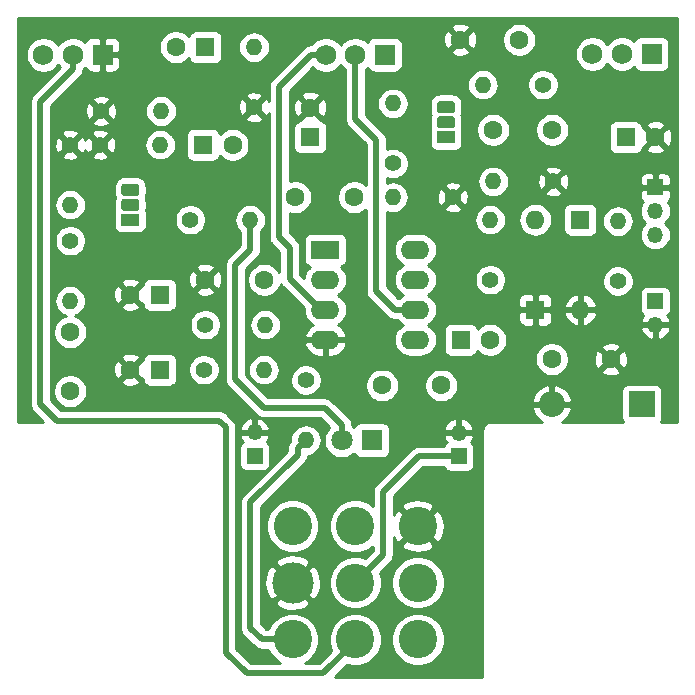
<source format=gbr>
G04 #@! TF.GenerationSoftware,KiCad,Pcbnew,(5.1.2-1)-1*
G04 #@! TF.CreationDate,2019-07-09T09:57:47-07:00*
G04 #@! TF.ProjectId,ProCoRat,50726f43-6f52-4617-942e-6b696361645f,1.0*
G04 #@! TF.SameCoordinates,Original*
G04 #@! TF.FileFunction,Copper,L2,Bot*
G04 #@! TF.FilePolarity,Positive*
%FSLAX46Y46*%
G04 Gerber Fmt 4.6, Leading zero omitted, Abs format (unit mm)*
G04 Created by KiCad (PCBNEW (5.1.2-1)-1) date 2019-07-09 09:57:47*
%MOMM*%
%LPD*%
G04 APERTURE LIST*
%ADD10R,1.750000X1.750000*%
%ADD11C,1.750000*%
%ADD12C,3.250000*%
%ADD13C,3.500000*%
%ADD14O,1.400000X1.400000*%
%ADD15C,1.400000*%
%ADD16C,1.800000*%
%ADD17R,1.800000X1.800000*%
%ADD18O,1.600000X1.600000*%
%ADD19R,1.600000X1.600000*%
%ADD20O,2.200000X2.200000*%
%ADD21R,2.200000X2.200000*%
%ADD22C,1.600000*%
%ADD23O,1.350000X1.350000*%
%ADD24R,1.350000X1.350000*%
%ADD25O,2.400000X1.600000*%
%ADD26R,2.400000X1.600000*%
%ADD27R,1.500000X1.050000*%
%ADD28C,0.100000*%
%ADD29C,1.050000*%
%ADD30C,0.508000*%
%ADD31C,0.254000*%
G04 APERTURE END LIST*
D10*
X155892500Y-52006500D03*
D11*
X153392500Y-52006500D03*
X150892500Y-52006500D03*
D10*
X109410500Y-52070000D03*
D11*
X106910500Y-52070000D03*
X104410500Y-52070000D03*
D10*
X133310000Y-52070000D03*
D11*
X130810000Y-52070000D03*
X128310000Y-52070000D03*
D12*
X125510000Y-91974000D03*
D13*
X125510000Y-96774000D03*
D12*
X125510000Y-101574000D03*
X130810000Y-91974000D03*
X130810000Y-96774000D03*
X130810000Y-101574000D03*
X136110000Y-91974000D03*
X136110000Y-96774000D03*
X136110000Y-101574000D03*
D14*
X126619000Y-84709000D03*
D15*
X126619000Y-79629000D03*
D16*
X129667000Y-84709000D03*
D17*
X132207000Y-84709000D03*
D18*
X146050000Y-66040000D03*
D19*
X146050000Y-73660000D03*
D18*
X149860000Y-73660000D03*
D19*
X149860000Y-66040000D03*
D20*
X147447000Y-81661000D03*
D21*
X155067000Y-81661000D03*
D22*
X147494000Y-58420000D03*
X142494000Y-58420000D03*
X144700000Y-50800000D03*
X139700000Y-50800000D03*
X152447000Y-77851000D03*
X147447000Y-77851000D03*
X130730000Y-64135000D03*
X125730000Y-64135000D03*
X138096000Y-80073500D03*
X133096000Y-80073500D03*
X111760000Y-72390000D03*
D19*
X114260000Y-72390000D03*
D22*
X120419500Y-59690000D03*
D19*
X117919500Y-59690000D03*
D22*
X156210000Y-59055000D03*
D19*
X153710000Y-59055000D03*
D22*
X115610000Y-51435000D03*
D19*
X118110000Y-51435000D03*
D22*
X142240000Y-76200000D03*
D19*
X139740000Y-76200000D03*
D22*
X127000000Y-56555000D03*
D19*
X127000000Y-59055000D03*
D22*
X111760000Y-78740000D03*
D19*
X114260000Y-78740000D03*
D22*
X123110000Y-71120000D03*
X118110000Y-71120000D03*
X106680000Y-80565000D03*
X106680000Y-75565000D03*
D23*
X139573000Y-84074000D03*
D24*
X139573000Y-86074000D03*
D23*
X122301000Y-84042500D03*
D24*
X122301000Y-86042500D03*
D14*
X106680000Y-72898000D03*
D15*
X106680000Y-67818000D03*
D25*
X135890000Y-68580000D03*
X128270000Y-76200000D03*
X135890000Y-71120000D03*
X128270000Y-73660000D03*
X135890000Y-73660000D03*
X128270000Y-71120000D03*
X135890000Y-76200000D03*
D26*
X128270000Y-68580000D03*
D14*
X142494000Y-62801500D03*
D15*
X147574000Y-62801500D03*
D14*
X141605000Y-54610000D03*
D15*
X146685000Y-54610000D03*
D14*
X122237500Y-51435000D03*
D15*
X122237500Y-56515000D03*
D14*
X114363500Y-56832500D03*
D15*
X109283500Y-56832500D03*
D14*
X142240000Y-66040000D03*
D15*
X142240000Y-71120000D03*
D14*
X123190000Y-74930000D03*
D15*
X118110000Y-74930000D03*
D14*
X123063000Y-78740000D03*
D15*
X117983000Y-78740000D03*
D14*
X121920000Y-66040000D03*
D15*
X116840000Y-66040000D03*
D14*
X133985000Y-64135000D03*
D15*
X139065000Y-64135000D03*
D14*
X133985000Y-56197500D03*
D15*
X133985000Y-61277500D03*
D14*
X114300000Y-59690000D03*
D15*
X109220000Y-59690000D03*
D14*
X106680000Y-64770000D03*
D15*
X106680000Y-59690000D03*
D14*
X153035000Y-66167000D03*
D15*
X153035000Y-71247000D03*
D27*
X138493500Y-59055000D03*
D28*
G36*
X139006729Y-55991264D02*
G01*
X139032211Y-55995044D01*
X139057200Y-56001303D01*
X139081454Y-56009982D01*
X139104742Y-56020996D01*
X139126837Y-56034239D01*
X139147528Y-56049585D01*
X139166616Y-56066884D01*
X139183915Y-56085972D01*
X139199261Y-56106663D01*
X139212504Y-56128758D01*
X139223518Y-56152046D01*
X139232197Y-56176300D01*
X139238456Y-56201289D01*
X139242236Y-56226771D01*
X139243500Y-56252500D01*
X139243500Y-56777500D01*
X139242236Y-56803229D01*
X139238456Y-56828711D01*
X139232197Y-56853700D01*
X139223518Y-56877954D01*
X139212504Y-56901242D01*
X139199261Y-56923337D01*
X139183915Y-56944028D01*
X139166616Y-56963116D01*
X139147528Y-56980415D01*
X139126837Y-56995761D01*
X139104742Y-57009004D01*
X139081454Y-57020018D01*
X139057200Y-57028697D01*
X139032211Y-57034956D01*
X139006729Y-57038736D01*
X138981000Y-57040000D01*
X138006000Y-57040000D01*
X137980271Y-57038736D01*
X137954789Y-57034956D01*
X137929800Y-57028697D01*
X137905546Y-57020018D01*
X137882258Y-57009004D01*
X137860163Y-56995761D01*
X137839472Y-56980415D01*
X137820384Y-56963116D01*
X137803085Y-56944028D01*
X137787739Y-56923337D01*
X137774496Y-56901242D01*
X137763482Y-56877954D01*
X137754803Y-56853700D01*
X137748544Y-56828711D01*
X137744764Y-56803229D01*
X137743500Y-56777500D01*
X137743500Y-56252500D01*
X137744764Y-56226771D01*
X137748544Y-56201289D01*
X137754803Y-56176300D01*
X137763482Y-56152046D01*
X137774496Y-56128758D01*
X137787739Y-56106663D01*
X137803085Y-56085972D01*
X137820384Y-56066884D01*
X137839472Y-56049585D01*
X137860163Y-56034239D01*
X137882258Y-56020996D01*
X137905546Y-56009982D01*
X137929800Y-56001303D01*
X137954789Y-55995044D01*
X137980271Y-55991264D01*
X138006000Y-55990000D01*
X138981000Y-55990000D01*
X139006729Y-55991264D01*
X139006729Y-55991264D01*
G37*
D29*
X138493500Y-56515000D03*
D28*
G36*
X139006729Y-57261264D02*
G01*
X139032211Y-57265044D01*
X139057200Y-57271303D01*
X139081454Y-57279982D01*
X139104742Y-57290996D01*
X139126837Y-57304239D01*
X139147528Y-57319585D01*
X139166616Y-57336884D01*
X139183915Y-57355972D01*
X139199261Y-57376663D01*
X139212504Y-57398758D01*
X139223518Y-57422046D01*
X139232197Y-57446300D01*
X139238456Y-57471289D01*
X139242236Y-57496771D01*
X139243500Y-57522500D01*
X139243500Y-58047500D01*
X139242236Y-58073229D01*
X139238456Y-58098711D01*
X139232197Y-58123700D01*
X139223518Y-58147954D01*
X139212504Y-58171242D01*
X139199261Y-58193337D01*
X139183915Y-58214028D01*
X139166616Y-58233116D01*
X139147528Y-58250415D01*
X139126837Y-58265761D01*
X139104742Y-58279004D01*
X139081454Y-58290018D01*
X139057200Y-58298697D01*
X139032211Y-58304956D01*
X139006729Y-58308736D01*
X138981000Y-58310000D01*
X138006000Y-58310000D01*
X137980271Y-58308736D01*
X137954789Y-58304956D01*
X137929800Y-58298697D01*
X137905546Y-58290018D01*
X137882258Y-58279004D01*
X137860163Y-58265761D01*
X137839472Y-58250415D01*
X137820384Y-58233116D01*
X137803085Y-58214028D01*
X137787739Y-58193337D01*
X137774496Y-58171242D01*
X137763482Y-58147954D01*
X137754803Y-58123700D01*
X137748544Y-58098711D01*
X137744764Y-58073229D01*
X137743500Y-58047500D01*
X137743500Y-57522500D01*
X137744764Y-57496771D01*
X137748544Y-57471289D01*
X137754803Y-57446300D01*
X137763482Y-57422046D01*
X137774496Y-57398758D01*
X137787739Y-57376663D01*
X137803085Y-57355972D01*
X137820384Y-57336884D01*
X137839472Y-57319585D01*
X137860163Y-57304239D01*
X137882258Y-57290996D01*
X137905546Y-57279982D01*
X137929800Y-57271303D01*
X137954789Y-57265044D01*
X137980271Y-57261264D01*
X138006000Y-57260000D01*
X138981000Y-57260000D01*
X139006729Y-57261264D01*
X139006729Y-57261264D01*
G37*
D29*
X138493500Y-57785000D03*
D27*
X111760000Y-66040000D03*
D28*
G36*
X112273229Y-62976264D02*
G01*
X112298711Y-62980044D01*
X112323700Y-62986303D01*
X112347954Y-62994982D01*
X112371242Y-63005996D01*
X112393337Y-63019239D01*
X112414028Y-63034585D01*
X112433116Y-63051884D01*
X112450415Y-63070972D01*
X112465761Y-63091663D01*
X112479004Y-63113758D01*
X112490018Y-63137046D01*
X112498697Y-63161300D01*
X112504956Y-63186289D01*
X112508736Y-63211771D01*
X112510000Y-63237500D01*
X112510000Y-63762500D01*
X112508736Y-63788229D01*
X112504956Y-63813711D01*
X112498697Y-63838700D01*
X112490018Y-63862954D01*
X112479004Y-63886242D01*
X112465761Y-63908337D01*
X112450415Y-63929028D01*
X112433116Y-63948116D01*
X112414028Y-63965415D01*
X112393337Y-63980761D01*
X112371242Y-63994004D01*
X112347954Y-64005018D01*
X112323700Y-64013697D01*
X112298711Y-64019956D01*
X112273229Y-64023736D01*
X112247500Y-64025000D01*
X111272500Y-64025000D01*
X111246771Y-64023736D01*
X111221289Y-64019956D01*
X111196300Y-64013697D01*
X111172046Y-64005018D01*
X111148758Y-63994004D01*
X111126663Y-63980761D01*
X111105972Y-63965415D01*
X111086884Y-63948116D01*
X111069585Y-63929028D01*
X111054239Y-63908337D01*
X111040996Y-63886242D01*
X111029982Y-63862954D01*
X111021303Y-63838700D01*
X111015044Y-63813711D01*
X111011264Y-63788229D01*
X111010000Y-63762500D01*
X111010000Y-63237500D01*
X111011264Y-63211771D01*
X111015044Y-63186289D01*
X111021303Y-63161300D01*
X111029982Y-63137046D01*
X111040996Y-63113758D01*
X111054239Y-63091663D01*
X111069585Y-63070972D01*
X111086884Y-63051884D01*
X111105972Y-63034585D01*
X111126663Y-63019239D01*
X111148758Y-63005996D01*
X111172046Y-62994982D01*
X111196300Y-62986303D01*
X111221289Y-62980044D01*
X111246771Y-62976264D01*
X111272500Y-62975000D01*
X112247500Y-62975000D01*
X112273229Y-62976264D01*
X112273229Y-62976264D01*
G37*
D29*
X111760000Y-63500000D03*
D28*
G36*
X112273229Y-64246264D02*
G01*
X112298711Y-64250044D01*
X112323700Y-64256303D01*
X112347954Y-64264982D01*
X112371242Y-64275996D01*
X112393337Y-64289239D01*
X112414028Y-64304585D01*
X112433116Y-64321884D01*
X112450415Y-64340972D01*
X112465761Y-64361663D01*
X112479004Y-64383758D01*
X112490018Y-64407046D01*
X112498697Y-64431300D01*
X112504956Y-64456289D01*
X112508736Y-64481771D01*
X112510000Y-64507500D01*
X112510000Y-65032500D01*
X112508736Y-65058229D01*
X112504956Y-65083711D01*
X112498697Y-65108700D01*
X112490018Y-65132954D01*
X112479004Y-65156242D01*
X112465761Y-65178337D01*
X112450415Y-65199028D01*
X112433116Y-65218116D01*
X112414028Y-65235415D01*
X112393337Y-65250761D01*
X112371242Y-65264004D01*
X112347954Y-65275018D01*
X112323700Y-65283697D01*
X112298711Y-65289956D01*
X112273229Y-65293736D01*
X112247500Y-65295000D01*
X111272500Y-65295000D01*
X111246771Y-65293736D01*
X111221289Y-65289956D01*
X111196300Y-65283697D01*
X111172046Y-65275018D01*
X111148758Y-65264004D01*
X111126663Y-65250761D01*
X111105972Y-65235415D01*
X111086884Y-65218116D01*
X111069585Y-65199028D01*
X111054239Y-65178337D01*
X111040996Y-65156242D01*
X111029982Y-65132954D01*
X111021303Y-65108700D01*
X111015044Y-65083711D01*
X111011264Y-65058229D01*
X111010000Y-65032500D01*
X111010000Y-64507500D01*
X111011264Y-64481771D01*
X111015044Y-64456289D01*
X111021303Y-64431300D01*
X111029982Y-64407046D01*
X111040996Y-64383758D01*
X111054239Y-64361663D01*
X111069585Y-64340972D01*
X111086884Y-64321884D01*
X111105972Y-64304585D01*
X111126663Y-64289239D01*
X111148758Y-64275996D01*
X111172046Y-64264982D01*
X111196300Y-64256303D01*
X111221289Y-64250044D01*
X111246771Y-64246264D01*
X111272500Y-64245000D01*
X112247500Y-64245000D01*
X112273229Y-64246264D01*
X112273229Y-64246264D01*
G37*
D29*
X111760000Y-64770000D03*
D23*
X156210000Y-74930000D03*
D24*
X156210000Y-72930000D03*
D23*
X156210000Y-67310000D03*
X156210000Y-65310000D03*
D24*
X156210000Y-63310000D03*
D30*
X120650000Y-69850000D02*
X121920000Y-68580000D01*
X121920000Y-68580000D02*
X121920000Y-66040000D01*
X120650000Y-79565500D02*
X120650000Y-69850000D01*
X123063000Y-81978500D02*
X120650000Y-79565500D01*
X128209292Y-81978500D02*
X123063000Y-81978500D01*
X129667000Y-83436208D02*
X128209292Y-81978500D01*
X129667000Y-84709000D02*
X129667000Y-83436208D01*
X127870000Y-73660000D02*
X128270000Y-73660000D01*
X125276000Y-71066000D02*
X127870000Y-73660000D01*
X128310000Y-52070000D02*
X127072564Y-52070000D01*
X124364001Y-67487001D02*
X125276000Y-68399000D01*
X124364001Y-54778563D02*
X124364001Y-67487001D01*
X125276000Y-68399000D02*
X125276000Y-71066000D01*
X127072564Y-52070000D02*
X124364001Y-54778563D01*
X132578500Y-59299500D02*
X130810000Y-57531000D01*
X132578500Y-72056500D02*
X132578500Y-59299500D01*
X130810000Y-57531000D02*
X130810000Y-52070000D01*
X134182000Y-73660000D02*
X132578500Y-72056500D01*
X135890000Y-73660000D02*
X134182000Y-73660000D01*
X128114500Y-104457500D02*
X130810000Y-101762000D01*
X121602500Y-104457500D02*
X128114500Y-104457500D01*
X119295422Y-83058000D02*
X119859010Y-83621588D01*
X119859010Y-102714010D02*
X121602500Y-104457500D01*
X119859010Y-83621588D02*
X119859010Y-102714010D01*
X106910500Y-53307436D02*
X104140000Y-56077936D01*
X105537000Y-83058000D02*
X119295422Y-83058000D01*
X104140000Y-81661000D02*
X105537000Y-83058000D01*
X104140000Y-56077936D02*
X104140000Y-81661000D01*
X106910500Y-52070000D02*
X106910500Y-53307436D01*
X139573000Y-86074000D02*
X138390000Y-86074000D01*
X130810000Y-96774000D02*
X133159500Y-94424500D01*
X133159500Y-94424500D02*
X133159500Y-89090500D01*
X136176000Y-86074000D02*
X139573000Y-86074000D01*
X133159500Y-89090500D02*
X136176000Y-86074000D01*
X125510000Y-101762000D02*
X124622000Y-101762000D01*
X122910000Y-101574000D02*
X125510000Y-101574000D01*
X125919001Y-85408999D02*
X125919001Y-85980499D01*
X121920000Y-100584000D02*
X122910000Y-101574000D01*
X121920000Y-89979500D02*
X121920000Y-100584000D01*
X125919001Y-85980499D02*
X121920000Y-89979500D01*
X126619000Y-84709000D02*
X125919001Y-85408999D01*
D31*
G36*
X158090001Y-83160000D02*
G01*
X156661012Y-83160000D01*
X156697537Y-83115494D01*
X156756502Y-83005180D01*
X156792812Y-82885482D01*
X156805072Y-82761000D01*
X156805072Y-80561000D01*
X156792812Y-80436518D01*
X156756502Y-80316820D01*
X156697537Y-80206506D01*
X156618185Y-80109815D01*
X156521494Y-80030463D01*
X156411180Y-79971498D01*
X156291482Y-79935188D01*
X156167000Y-79922928D01*
X153967000Y-79922928D01*
X153842518Y-79935188D01*
X153722820Y-79971498D01*
X153612506Y-80030463D01*
X153515815Y-80109815D01*
X153436463Y-80206506D01*
X153377498Y-80316820D01*
X153341188Y-80436518D01*
X153328928Y-80561000D01*
X153328928Y-82761000D01*
X153341188Y-82885482D01*
X153377498Y-83005180D01*
X153436463Y-83115494D01*
X153472988Y-83160000D01*
X148303976Y-83160000D01*
X148459391Y-83070008D01*
X148714822Y-82845427D01*
X148921531Y-82575329D01*
X149071575Y-82270094D01*
X149136175Y-82057122D01*
X149018125Y-81788000D01*
X147574000Y-81788000D01*
X147574000Y-81808000D01*
X147320000Y-81808000D01*
X147320000Y-81788000D01*
X145875875Y-81788000D01*
X145757825Y-82057122D01*
X145822425Y-82270094D01*
X145972469Y-82575329D01*
X146179178Y-82845427D01*
X146434609Y-83070008D01*
X146590024Y-83160000D01*
X142272419Y-83160000D01*
X142240000Y-83156807D01*
X142207581Y-83160000D01*
X142110617Y-83169550D01*
X141986207Y-83207290D01*
X141871550Y-83268575D01*
X141771052Y-83351052D01*
X141688575Y-83451550D01*
X141627290Y-83566207D01*
X141589550Y-83690617D01*
X141576807Y-83820000D01*
X141580001Y-83852429D01*
X141580000Y-104750000D01*
X129079235Y-104750000D01*
X130102207Y-103727029D01*
X130150782Y-103747149D01*
X130587409Y-103834000D01*
X131032591Y-103834000D01*
X131469218Y-103747149D01*
X131880511Y-103576786D01*
X132250666Y-103329456D01*
X132565456Y-103014666D01*
X132812786Y-102644511D01*
X132983149Y-102233218D01*
X133070000Y-101796591D01*
X133070000Y-101351409D01*
X133850000Y-101351409D01*
X133850000Y-101796591D01*
X133936851Y-102233218D01*
X134107214Y-102644511D01*
X134354544Y-103014666D01*
X134669334Y-103329456D01*
X135039489Y-103576786D01*
X135450782Y-103747149D01*
X135887409Y-103834000D01*
X136332591Y-103834000D01*
X136769218Y-103747149D01*
X137180511Y-103576786D01*
X137550666Y-103329456D01*
X137865456Y-103014666D01*
X138112786Y-102644511D01*
X138283149Y-102233218D01*
X138370000Y-101796591D01*
X138370000Y-101351409D01*
X138283149Y-100914782D01*
X138112786Y-100503489D01*
X137865456Y-100133334D01*
X137550666Y-99818544D01*
X137180511Y-99571214D01*
X136769218Y-99400851D01*
X136332591Y-99314000D01*
X135887409Y-99314000D01*
X135450782Y-99400851D01*
X135039489Y-99571214D01*
X134669334Y-99818544D01*
X134354544Y-100133334D01*
X134107214Y-100503489D01*
X133936851Y-100914782D01*
X133850000Y-101351409D01*
X133070000Y-101351409D01*
X132983149Y-100914782D01*
X132812786Y-100503489D01*
X132565456Y-100133334D01*
X132250666Y-99818544D01*
X131880511Y-99571214D01*
X131469218Y-99400851D01*
X131032591Y-99314000D01*
X130587409Y-99314000D01*
X130150782Y-99400851D01*
X129739489Y-99571214D01*
X129369334Y-99818544D01*
X129054544Y-100133334D01*
X128807214Y-100503489D01*
X128636851Y-100914782D01*
X128550000Y-101351409D01*
X128550000Y-101796591D01*
X128636851Y-102233218D01*
X128767099Y-102547665D01*
X127746265Y-103568500D01*
X126592912Y-103568500D01*
X126950666Y-103329456D01*
X127265456Y-103014666D01*
X127512786Y-102644511D01*
X127683149Y-102233218D01*
X127770000Y-101796591D01*
X127770000Y-101351409D01*
X127683149Y-100914782D01*
X127512786Y-100503489D01*
X127265456Y-100133334D01*
X126950666Y-99818544D01*
X126580511Y-99571214D01*
X126169218Y-99400851D01*
X125732591Y-99314000D01*
X125287409Y-99314000D01*
X124850782Y-99400851D01*
X124439489Y-99571214D01*
X124069334Y-99818544D01*
X123754544Y-100133334D01*
X123507214Y-100503489D01*
X123432030Y-100685000D01*
X123278235Y-100685000D01*
X122809000Y-100215765D01*
X122809000Y-98443609D01*
X124019997Y-98443609D01*
X124206073Y-98784766D01*
X124623409Y-99000513D01*
X125074815Y-99130696D01*
X125542946Y-99170313D01*
X126009811Y-99117842D01*
X126457468Y-98975297D01*
X126813927Y-98784766D01*
X127000003Y-98443609D01*
X125510000Y-96953605D01*
X124019997Y-98443609D01*
X122809000Y-98443609D01*
X122809000Y-96806946D01*
X123113687Y-96806946D01*
X123166158Y-97273811D01*
X123308703Y-97721468D01*
X123499234Y-98077927D01*
X123840391Y-98264003D01*
X125330395Y-96774000D01*
X125689605Y-96774000D01*
X127179609Y-98264003D01*
X127520766Y-98077927D01*
X127736513Y-97660591D01*
X127866696Y-97209185D01*
X127906313Y-96741054D01*
X127853842Y-96274189D01*
X127711297Y-95826532D01*
X127520766Y-95470073D01*
X127179609Y-95283997D01*
X125689605Y-96774000D01*
X125330395Y-96774000D01*
X123840391Y-95283997D01*
X123499234Y-95470073D01*
X123283487Y-95887409D01*
X123153304Y-96338815D01*
X123113687Y-96806946D01*
X122809000Y-96806946D01*
X122809000Y-95104391D01*
X124019997Y-95104391D01*
X125510000Y-96594395D01*
X127000003Y-95104391D01*
X126813927Y-94763234D01*
X126396591Y-94547487D01*
X125945185Y-94417304D01*
X125477054Y-94377687D01*
X125010189Y-94430158D01*
X124562532Y-94572703D01*
X124206073Y-94763234D01*
X124019997Y-95104391D01*
X122809000Y-95104391D01*
X122809000Y-91751409D01*
X123250000Y-91751409D01*
X123250000Y-92196591D01*
X123336851Y-92633218D01*
X123507214Y-93044511D01*
X123754544Y-93414666D01*
X124069334Y-93729456D01*
X124439489Y-93976786D01*
X124850782Y-94147149D01*
X125287409Y-94234000D01*
X125732591Y-94234000D01*
X126169218Y-94147149D01*
X126580511Y-93976786D01*
X126950666Y-93729456D01*
X127265456Y-93414666D01*
X127512786Y-93044511D01*
X127683149Y-92633218D01*
X127770000Y-92196591D01*
X127770000Y-91751409D01*
X128550000Y-91751409D01*
X128550000Y-92196591D01*
X128636851Y-92633218D01*
X128807214Y-93044511D01*
X129054544Y-93414666D01*
X129369334Y-93729456D01*
X129739489Y-93976786D01*
X130150782Y-94147149D01*
X130587409Y-94234000D01*
X131032591Y-94234000D01*
X131469218Y-94147149D01*
X131880511Y-93976786D01*
X132250666Y-93729456D01*
X132270500Y-93709622D01*
X132270500Y-94056264D01*
X131650729Y-94676035D01*
X131469218Y-94600851D01*
X131032591Y-94514000D01*
X130587409Y-94514000D01*
X130150782Y-94600851D01*
X129739489Y-94771214D01*
X129369334Y-95018544D01*
X129054544Y-95333334D01*
X128807214Y-95703489D01*
X128636851Y-96114782D01*
X128550000Y-96551409D01*
X128550000Y-96996591D01*
X128636851Y-97433218D01*
X128807214Y-97844511D01*
X129054544Y-98214666D01*
X129369334Y-98529456D01*
X129739489Y-98776786D01*
X130150782Y-98947149D01*
X130587409Y-99034000D01*
X131032591Y-99034000D01*
X131469218Y-98947149D01*
X131880511Y-98776786D01*
X132250666Y-98529456D01*
X132565456Y-98214666D01*
X132812786Y-97844511D01*
X132983149Y-97433218D01*
X133070000Y-96996591D01*
X133070000Y-96551409D01*
X133850000Y-96551409D01*
X133850000Y-96996591D01*
X133936851Y-97433218D01*
X134107214Y-97844511D01*
X134354544Y-98214666D01*
X134669334Y-98529456D01*
X135039489Y-98776786D01*
X135450782Y-98947149D01*
X135887409Y-99034000D01*
X136332591Y-99034000D01*
X136769218Y-98947149D01*
X137180511Y-98776786D01*
X137550666Y-98529456D01*
X137865456Y-98214666D01*
X138112786Y-97844511D01*
X138283149Y-97433218D01*
X138370000Y-96996591D01*
X138370000Y-96551409D01*
X138283149Y-96114782D01*
X138112786Y-95703489D01*
X137865456Y-95333334D01*
X137550666Y-95018544D01*
X137180511Y-94771214D01*
X136769218Y-94600851D01*
X136332591Y-94514000D01*
X135887409Y-94514000D01*
X135450782Y-94600851D01*
X135039489Y-94771214D01*
X134669334Y-95018544D01*
X134354544Y-95333334D01*
X134107214Y-95703489D01*
X133936851Y-96114782D01*
X133850000Y-96551409D01*
X133070000Y-96551409D01*
X132983149Y-96114782D01*
X132907965Y-95933271D01*
X133757243Y-95083993D01*
X133791159Y-95056159D01*
X133902253Y-94920791D01*
X133984803Y-94766351D01*
X134035636Y-94598774D01*
X134048500Y-94468167D01*
X134048500Y-94468160D01*
X134052800Y-94424500D01*
X134048500Y-94380840D01*
X134048500Y-93554640D01*
X134708965Y-93554640D01*
X134880012Y-93882999D01*
X135276073Y-94086277D01*
X135704182Y-94208381D01*
X136147885Y-94244619D01*
X136590133Y-94193599D01*
X137013930Y-94057281D01*
X137339988Y-93882999D01*
X137511035Y-93554640D01*
X136110000Y-92153605D01*
X134708965Y-93554640D01*
X134048500Y-93554640D01*
X134048500Y-92918679D01*
X134201001Y-93203988D01*
X134529360Y-93375035D01*
X135930395Y-91974000D01*
X136289605Y-91974000D01*
X137690640Y-93375035D01*
X138018999Y-93203988D01*
X138222277Y-92807927D01*
X138344381Y-92379818D01*
X138380619Y-91936115D01*
X138329599Y-91493867D01*
X138193281Y-91070070D01*
X138018999Y-90744012D01*
X137690640Y-90572965D01*
X136289605Y-91974000D01*
X135930395Y-91974000D01*
X134529360Y-90572965D01*
X134201001Y-90744012D01*
X134048500Y-91041141D01*
X134048500Y-90393360D01*
X134708965Y-90393360D01*
X136110000Y-91794395D01*
X137511035Y-90393360D01*
X137339988Y-90065001D01*
X136943927Y-89861723D01*
X136515818Y-89739619D01*
X136072115Y-89703381D01*
X135629867Y-89754401D01*
X135206070Y-89890719D01*
X134880012Y-90065001D01*
X134708965Y-90393360D01*
X134048500Y-90393360D01*
X134048500Y-89458735D01*
X136544236Y-86963000D01*
X138299343Y-86963000D01*
X138308498Y-86993180D01*
X138367463Y-87103494D01*
X138446815Y-87200185D01*
X138543506Y-87279537D01*
X138653820Y-87338502D01*
X138773518Y-87374812D01*
X138898000Y-87387072D01*
X140248000Y-87387072D01*
X140372482Y-87374812D01*
X140492180Y-87338502D01*
X140602494Y-87279537D01*
X140699185Y-87200185D01*
X140778537Y-87103494D01*
X140837502Y-86993180D01*
X140873812Y-86873482D01*
X140886072Y-86749000D01*
X140886072Y-85399000D01*
X140873812Y-85274518D01*
X140837502Y-85154820D01*
X140778537Y-85044506D01*
X140699185Y-84947815D01*
X140605441Y-84870881D01*
X140702473Y-84737629D01*
X140810238Y-84504528D01*
X140840910Y-84403400D01*
X140717224Y-84201000D01*
X139700000Y-84201000D01*
X139700000Y-84221000D01*
X139446000Y-84221000D01*
X139446000Y-84201000D01*
X138428776Y-84201000D01*
X138305090Y-84403400D01*
X138335762Y-84504528D01*
X138443527Y-84737629D01*
X138540559Y-84870881D01*
X138446815Y-84947815D01*
X138367463Y-85044506D01*
X138308498Y-85154820D01*
X138299343Y-85185000D01*
X136219659Y-85185000D01*
X136175999Y-85180700D01*
X136132339Y-85185000D01*
X136132333Y-85185000D01*
X136034924Y-85194594D01*
X136001724Y-85197864D01*
X135900058Y-85228704D01*
X135834149Y-85248697D01*
X135679709Y-85331247D01*
X135544341Y-85442341D01*
X135516506Y-85476258D01*
X132561759Y-88431006D01*
X132527842Y-88458841D01*
X132500007Y-88492758D01*
X132500005Y-88492760D01*
X132416748Y-88594209D01*
X132334198Y-88748648D01*
X132283364Y-88916226D01*
X132266200Y-89090500D01*
X132270501Y-89134170D01*
X132270501Y-90238379D01*
X132250666Y-90218544D01*
X131880511Y-89971214D01*
X131469218Y-89800851D01*
X131032591Y-89714000D01*
X130587409Y-89714000D01*
X130150782Y-89800851D01*
X129739489Y-89971214D01*
X129369334Y-90218544D01*
X129054544Y-90533334D01*
X128807214Y-90903489D01*
X128636851Y-91314782D01*
X128550000Y-91751409D01*
X127770000Y-91751409D01*
X127683149Y-91314782D01*
X127512786Y-90903489D01*
X127265456Y-90533334D01*
X126950666Y-90218544D01*
X126580511Y-89971214D01*
X126169218Y-89800851D01*
X125732591Y-89714000D01*
X125287409Y-89714000D01*
X124850782Y-89800851D01*
X124439489Y-89971214D01*
X124069334Y-90218544D01*
X123754544Y-90533334D01*
X123507214Y-90903489D01*
X123336851Y-91314782D01*
X123250000Y-91751409D01*
X122809000Y-91751409D01*
X122809000Y-90347735D01*
X126516743Y-86639993D01*
X126550660Y-86612158D01*
X126661754Y-86476790D01*
X126744304Y-86322350D01*
X126771013Y-86234301D01*
X126795137Y-86154775D01*
X126798407Y-86121575D01*
X126807237Y-86031919D01*
X126880706Y-86024683D01*
X127132354Y-85948347D01*
X127364275Y-85824382D01*
X127567555Y-85657555D01*
X127734382Y-85454275D01*
X127858347Y-85222354D01*
X127934683Y-84970706D01*
X127960459Y-84709000D01*
X127934683Y-84447294D01*
X127858347Y-84195646D01*
X127734382Y-83963725D01*
X127567555Y-83760445D01*
X127364275Y-83593618D01*
X127132354Y-83469653D01*
X126880706Y-83393317D01*
X126684579Y-83374000D01*
X126553421Y-83374000D01*
X126357294Y-83393317D01*
X126105646Y-83469653D01*
X125873725Y-83593618D01*
X125670445Y-83760445D01*
X125503618Y-83963725D01*
X125379653Y-84195646D01*
X125303317Y-84447294D01*
X125277541Y-84709000D01*
X125284601Y-84780680D01*
X125176248Y-84912709D01*
X125093698Y-85067149D01*
X125077865Y-85119344D01*
X125047610Y-85219085D01*
X125042865Y-85234726D01*
X125030001Y-85365333D01*
X125030001Y-85365339D01*
X125025701Y-85408999D01*
X125030001Y-85452659D01*
X125030001Y-85612263D01*
X121322264Y-89320001D01*
X121288341Y-89347841D01*
X121177247Y-89483210D01*
X121094697Y-89637650D01*
X121043864Y-89805227D01*
X121031000Y-89935834D01*
X121031000Y-89935840D01*
X121026700Y-89979500D01*
X121031000Y-90023160D01*
X121031001Y-100540330D01*
X121026700Y-100584000D01*
X121043864Y-100758274D01*
X121094698Y-100925852D01*
X121144619Y-101019247D01*
X121177248Y-101080291D01*
X121288342Y-101215659D01*
X121322259Y-101243494D01*
X122250501Y-102171736D01*
X122278341Y-102205659D01*
X122413709Y-102316753D01*
X122568149Y-102399303D01*
X122634058Y-102419296D01*
X122735724Y-102450136D01*
X122768924Y-102453406D01*
X122866333Y-102463000D01*
X122866339Y-102463000D01*
X122909999Y-102467300D01*
X122953659Y-102463000D01*
X123432030Y-102463000D01*
X123507214Y-102644511D01*
X123754544Y-103014666D01*
X124069334Y-103329456D01*
X124427088Y-103568500D01*
X121970736Y-103568500D01*
X120748010Y-102345775D01*
X120748010Y-85367500D01*
X120987928Y-85367500D01*
X120987928Y-86717500D01*
X121000188Y-86841982D01*
X121036498Y-86961680D01*
X121095463Y-87071994D01*
X121174815Y-87168685D01*
X121271506Y-87248037D01*
X121381820Y-87307002D01*
X121501518Y-87343312D01*
X121626000Y-87355572D01*
X122976000Y-87355572D01*
X123100482Y-87343312D01*
X123220180Y-87307002D01*
X123330494Y-87248037D01*
X123427185Y-87168685D01*
X123506537Y-87071994D01*
X123565502Y-86961680D01*
X123601812Y-86841982D01*
X123614072Y-86717500D01*
X123614072Y-85367500D01*
X123601812Y-85243018D01*
X123565502Y-85123320D01*
X123506537Y-85013006D01*
X123427185Y-84916315D01*
X123333441Y-84839381D01*
X123430473Y-84706129D01*
X123538238Y-84473028D01*
X123568910Y-84371900D01*
X123445224Y-84169500D01*
X122428000Y-84169500D01*
X122428000Y-84189500D01*
X122174000Y-84189500D01*
X122174000Y-84169500D01*
X121156776Y-84169500D01*
X121033090Y-84371900D01*
X121063762Y-84473028D01*
X121171527Y-84706129D01*
X121268559Y-84839381D01*
X121174815Y-84916315D01*
X121095463Y-85013006D01*
X121036498Y-85123320D01*
X121000188Y-85243018D01*
X120987928Y-85367500D01*
X120748010Y-85367500D01*
X120748010Y-83713100D01*
X121033090Y-83713100D01*
X121156776Y-83915500D01*
X122174000Y-83915500D01*
X122174000Y-82897415D01*
X122428000Y-82897415D01*
X122428000Y-83915500D01*
X123445224Y-83915500D01*
X123568910Y-83713100D01*
X123538238Y-83611972D01*
X123430473Y-83378871D01*
X123279303Y-83171273D01*
X123090537Y-82997156D01*
X122871430Y-82863211D01*
X122630401Y-82774585D01*
X122428000Y-82897415D01*
X122174000Y-82897415D01*
X121971599Y-82774585D01*
X121730570Y-82863211D01*
X121511463Y-82997156D01*
X121322697Y-83171273D01*
X121171527Y-83378871D01*
X121063762Y-83611972D01*
X121033090Y-83713100D01*
X120748010Y-83713100D01*
X120748010Y-83665248D01*
X120752310Y-83621588D01*
X120748010Y-83577928D01*
X120748010Y-83577921D01*
X120735146Y-83447314D01*
X120718767Y-83393317D01*
X120684312Y-83279735D01*
X120658943Y-83232274D01*
X120601763Y-83125297D01*
X120490669Y-82989929D01*
X120456747Y-82962090D01*
X119954921Y-82460264D01*
X119927081Y-82426341D01*
X119791713Y-82315247D01*
X119637273Y-82232697D01*
X119469696Y-82181864D01*
X119339089Y-82169000D01*
X119339082Y-82169000D01*
X119295422Y-82164700D01*
X119251762Y-82169000D01*
X105905235Y-82169000D01*
X105029000Y-81292765D01*
X105029000Y-80423665D01*
X105245000Y-80423665D01*
X105245000Y-80706335D01*
X105300147Y-80983574D01*
X105408320Y-81244727D01*
X105565363Y-81479759D01*
X105765241Y-81679637D01*
X106000273Y-81836680D01*
X106261426Y-81944853D01*
X106538665Y-82000000D01*
X106821335Y-82000000D01*
X107098574Y-81944853D01*
X107359727Y-81836680D01*
X107594759Y-81679637D01*
X107794637Y-81479759D01*
X107951680Y-81244727D01*
X108059853Y-80983574D01*
X108115000Y-80706335D01*
X108115000Y-80423665D01*
X108059853Y-80146426D01*
X107951680Y-79885273D01*
X107849736Y-79732702D01*
X110946903Y-79732702D01*
X111018486Y-79976671D01*
X111273996Y-80097571D01*
X111548184Y-80166300D01*
X111830512Y-80180217D01*
X112110130Y-80138787D01*
X112376292Y-80043603D01*
X112501514Y-79976671D01*
X112573097Y-79732702D01*
X111760000Y-78919605D01*
X110946903Y-79732702D01*
X107849736Y-79732702D01*
X107794637Y-79650241D01*
X107594759Y-79450363D01*
X107359727Y-79293320D01*
X107098574Y-79185147D01*
X106821335Y-79130000D01*
X106538665Y-79130000D01*
X106261426Y-79185147D01*
X106000273Y-79293320D01*
X105765241Y-79450363D01*
X105565363Y-79650241D01*
X105408320Y-79885273D01*
X105300147Y-80146426D01*
X105245000Y-80423665D01*
X105029000Y-80423665D01*
X105029000Y-78810512D01*
X110319783Y-78810512D01*
X110361213Y-79090130D01*
X110456397Y-79356292D01*
X110523329Y-79481514D01*
X110767298Y-79553097D01*
X111580395Y-78740000D01*
X111939605Y-78740000D01*
X112752702Y-79553097D01*
X112821928Y-79532785D01*
X112821928Y-79540000D01*
X112834188Y-79664482D01*
X112870498Y-79784180D01*
X112929463Y-79894494D01*
X113008815Y-79991185D01*
X113105506Y-80070537D01*
X113215820Y-80129502D01*
X113335518Y-80165812D01*
X113460000Y-80178072D01*
X115060000Y-80178072D01*
X115184482Y-80165812D01*
X115304180Y-80129502D01*
X115414494Y-80070537D01*
X115511185Y-79991185D01*
X115590537Y-79894494D01*
X115649502Y-79784180D01*
X115685812Y-79664482D01*
X115698072Y-79540000D01*
X115698072Y-78608514D01*
X116648000Y-78608514D01*
X116648000Y-78871486D01*
X116699304Y-79129405D01*
X116799939Y-79372359D01*
X116946038Y-79591013D01*
X117131987Y-79776962D01*
X117350641Y-79923061D01*
X117593595Y-80023696D01*
X117851514Y-80075000D01*
X118114486Y-80075000D01*
X118372405Y-80023696D01*
X118615359Y-79923061D01*
X118834013Y-79776962D01*
X119019962Y-79591013D01*
X119166061Y-79372359D01*
X119266696Y-79129405D01*
X119318000Y-78871486D01*
X119318000Y-78608514D01*
X119266696Y-78350595D01*
X119166061Y-78107641D01*
X119019962Y-77888987D01*
X118834013Y-77703038D01*
X118615359Y-77556939D01*
X118372405Y-77456304D01*
X118114486Y-77405000D01*
X117851514Y-77405000D01*
X117593595Y-77456304D01*
X117350641Y-77556939D01*
X117131987Y-77703038D01*
X116946038Y-77888987D01*
X116799939Y-78107641D01*
X116699304Y-78350595D01*
X116648000Y-78608514D01*
X115698072Y-78608514D01*
X115698072Y-77940000D01*
X115685812Y-77815518D01*
X115649502Y-77695820D01*
X115590537Y-77585506D01*
X115511185Y-77488815D01*
X115414494Y-77409463D01*
X115304180Y-77350498D01*
X115184482Y-77314188D01*
X115060000Y-77301928D01*
X113460000Y-77301928D01*
X113335518Y-77314188D01*
X113215820Y-77350498D01*
X113105506Y-77409463D01*
X113008815Y-77488815D01*
X112929463Y-77585506D01*
X112870498Y-77695820D01*
X112834188Y-77815518D01*
X112821928Y-77940000D01*
X112821928Y-77947215D01*
X112752702Y-77926903D01*
X111939605Y-78740000D01*
X111580395Y-78740000D01*
X110767298Y-77926903D01*
X110523329Y-77998486D01*
X110402429Y-78253996D01*
X110333700Y-78528184D01*
X110319783Y-78810512D01*
X105029000Y-78810512D01*
X105029000Y-77747298D01*
X110946903Y-77747298D01*
X111760000Y-78560395D01*
X112573097Y-77747298D01*
X112501514Y-77503329D01*
X112246004Y-77382429D01*
X111971816Y-77313700D01*
X111689488Y-77299783D01*
X111409870Y-77341213D01*
X111143708Y-77436397D01*
X111018486Y-77503329D01*
X110946903Y-77747298D01*
X105029000Y-77747298D01*
X105029000Y-75423665D01*
X105245000Y-75423665D01*
X105245000Y-75706335D01*
X105300147Y-75983574D01*
X105408320Y-76244727D01*
X105565363Y-76479759D01*
X105765241Y-76679637D01*
X106000273Y-76836680D01*
X106261426Y-76944853D01*
X106538665Y-77000000D01*
X106821335Y-77000000D01*
X107098574Y-76944853D01*
X107359727Y-76836680D01*
X107594759Y-76679637D01*
X107794637Y-76479759D01*
X107951680Y-76244727D01*
X108059853Y-75983574D01*
X108115000Y-75706335D01*
X108115000Y-75423665D01*
X108059853Y-75146426D01*
X107951680Y-74885273D01*
X107893710Y-74798514D01*
X116775000Y-74798514D01*
X116775000Y-75061486D01*
X116826304Y-75319405D01*
X116926939Y-75562359D01*
X117073038Y-75781013D01*
X117258987Y-75966962D01*
X117477641Y-76113061D01*
X117720595Y-76213696D01*
X117978514Y-76265000D01*
X118241486Y-76265000D01*
X118499405Y-76213696D01*
X118742359Y-76113061D01*
X118961013Y-75966962D01*
X119146962Y-75781013D01*
X119293061Y-75562359D01*
X119393696Y-75319405D01*
X119445000Y-75061486D01*
X119445000Y-74798514D01*
X119393696Y-74540595D01*
X119293061Y-74297641D01*
X119146962Y-74078987D01*
X118961013Y-73893038D01*
X118742359Y-73746939D01*
X118499405Y-73646304D01*
X118241486Y-73595000D01*
X117978514Y-73595000D01*
X117720595Y-73646304D01*
X117477641Y-73746939D01*
X117258987Y-73893038D01*
X117073038Y-74078987D01*
X116926939Y-74297641D01*
X116826304Y-74540595D01*
X116775000Y-74798514D01*
X107893710Y-74798514D01*
X107794637Y-74650241D01*
X107594759Y-74450363D01*
X107359727Y-74293320D01*
X107098574Y-74185147D01*
X107060647Y-74177603D01*
X107193354Y-74137347D01*
X107425275Y-74013382D01*
X107628555Y-73846555D01*
X107795382Y-73643275D01*
X107919347Y-73411354D01*
X107928038Y-73382702D01*
X110946903Y-73382702D01*
X111018486Y-73626671D01*
X111273996Y-73747571D01*
X111548184Y-73816300D01*
X111830512Y-73830217D01*
X112110130Y-73788787D01*
X112376292Y-73693603D01*
X112501514Y-73626671D01*
X112573097Y-73382702D01*
X111760000Y-72569605D01*
X110946903Y-73382702D01*
X107928038Y-73382702D01*
X107995683Y-73159706D01*
X108021459Y-72898000D01*
X107995683Y-72636294D01*
X107942361Y-72460512D01*
X110319783Y-72460512D01*
X110361213Y-72740130D01*
X110456397Y-73006292D01*
X110523329Y-73131514D01*
X110767298Y-73203097D01*
X111580395Y-72390000D01*
X111939605Y-72390000D01*
X112752702Y-73203097D01*
X112821928Y-73182785D01*
X112821928Y-73190000D01*
X112834188Y-73314482D01*
X112870498Y-73434180D01*
X112929463Y-73544494D01*
X113008815Y-73641185D01*
X113105506Y-73720537D01*
X113215820Y-73779502D01*
X113335518Y-73815812D01*
X113460000Y-73828072D01*
X115060000Y-73828072D01*
X115184482Y-73815812D01*
X115304180Y-73779502D01*
X115414494Y-73720537D01*
X115511185Y-73641185D01*
X115590537Y-73544494D01*
X115649502Y-73434180D01*
X115685812Y-73314482D01*
X115698072Y-73190000D01*
X115698072Y-72112702D01*
X117296903Y-72112702D01*
X117368486Y-72356671D01*
X117623996Y-72477571D01*
X117898184Y-72546300D01*
X118180512Y-72560217D01*
X118460130Y-72518787D01*
X118726292Y-72423603D01*
X118851514Y-72356671D01*
X118923097Y-72112702D01*
X118110000Y-71299605D01*
X117296903Y-72112702D01*
X115698072Y-72112702D01*
X115698072Y-71590000D01*
X115685812Y-71465518D01*
X115649502Y-71345820D01*
X115590537Y-71235506D01*
X115553612Y-71190512D01*
X116669783Y-71190512D01*
X116711213Y-71470130D01*
X116806397Y-71736292D01*
X116873329Y-71861514D01*
X117117298Y-71933097D01*
X117930395Y-71120000D01*
X118289605Y-71120000D01*
X119102702Y-71933097D01*
X119346671Y-71861514D01*
X119467571Y-71606004D01*
X119536300Y-71331816D01*
X119550217Y-71049488D01*
X119508787Y-70769870D01*
X119413603Y-70503708D01*
X119346671Y-70378486D01*
X119102702Y-70306903D01*
X118289605Y-71120000D01*
X117930395Y-71120000D01*
X117117298Y-70306903D01*
X116873329Y-70378486D01*
X116752429Y-70633996D01*
X116683700Y-70908184D01*
X116669783Y-71190512D01*
X115553612Y-71190512D01*
X115511185Y-71138815D01*
X115414494Y-71059463D01*
X115304180Y-71000498D01*
X115184482Y-70964188D01*
X115060000Y-70951928D01*
X113460000Y-70951928D01*
X113335518Y-70964188D01*
X113215820Y-71000498D01*
X113105506Y-71059463D01*
X113008815Y-71138815D01*
X112929463Y-71235506D01*
X112870498Y-71345820D01*
X112834188Y-71465518D01*
X112821928Y-71590000D01*
X112821928Y-71597215D01*
X112752702Y-71576903D01*
X111939605Y-72390000D01*
X111580395Y-72390000D01*
X110767298Y-71576903D01*
X110523329Y-71648486D01*
X110402429Y-71903996D01*
X110333700Y-72178184D01*
X110319783Y-72460512D01*
X107942361Y-72460512D01*
X107919347Y-72384646D01*
X107795382Y-72152725D01*
X107628555Y-71949445D01*
X107425275Y-71782618D01*
X107193354Y-71658653D01*
X106941706Y-71582317D01*
X106745579Y-71563000D01*
X106614421Y-71563000D01*
X106418294Y-71582317D01*
X106166646Y-71658653D01*
X105934725Y-71782618D01*
X105731445Y-71949445D01*
X105564618Y-72152725D01*
X105440653Y-72384646D01*
X105364317Y-72636294D01*
X105338541Y-72898000D01*
X105364317Y-73159706D01*
X105440653Y-73411354D01*
X105564618Y-73643275D01*
X105731445Y-73846555D01*
X105934725Y-74013382D01*
X106166646Y-74137347D01*
X106299353Y-74177603D01*
X106261426Y-74185147D01*
X106000273Y-74293320D01*
X105765241Y-74450363D01*
X105565363Y-74650241D01*
X105408320Y-74885273D01*
X105300147Y-75146426D01*
X105245000Y-75423665D01*
X105029000Y-75423665D01*
X105029000Y-71397298D01*
X110946903Y-71397298D01*
X111760000Y-72210395D01*
X112573097Y-71397298D01*
X112501514Y-71153329D01*
X112246004Y-71032429D01*
X111971816Y-70963700D01*
X111689488Y-70949783D01*
X111409870Y-70991213D01*
X111143708Y-71086397D01*
X111018486Y-71153329D01*
X110946903Y-71397298D01*
X105029000Y-71397298D01*
X105029000Y-70127298D01*
X117296903Y-70127298D01*
X118110000Y-70940395D01*
X118923097Y-70127298D01*
X118851514Y-69883329D01*
X118781077Y-69850000D01*
X119756700Y-69850000D01*
X119761001Y-69893670D01*
X119761000Y-79521840D01*
X119756700Y-79565500D01*
X119761000Y-79609160D01*
X119761000Y-79609166D01*
X119772057Y-79721426D01*
X119773168Y-79732702D01*
X119773864Y-79739773D01*
X119824697Y-79907350D01*
X119907247Y-80061790D01*
X120018341Y-80197159D01*
X120052264Y-80224999D01*
X122403501Y-82576236D01*
X122431341Y-82610159D01*
X122566709Y-82721253D01*
X122721149Y-82803803D01*
X122787058Y-82823796D01*
X122888724Y-82854636D01*
X122921924Y-82857906D01*
X123019333Y-82867500D01*
X123019339Y-82867500D01*
X123062999Y-82871800D01*
X123106659Y-82867500D01*
X127841057Y-82867500D01*
X128589370Y-83615813D01*
X128474688Y-83730495D01*
X128306701Y-83981905D01*
X128190989Y-84261257D01*
X128132000Y-84557816D01*
X128132000Y-84860184D01*
X128190989Y-85156743D01*
X128306701Y-85436095D01*
X128474688Y-85687505D01*
X128688495Y-85901312D01*
X128939905Y-86069299D01*
X129219257Y-86185011D01*
X129515816Y-86244000D01*
X129818184Y-86244000D01*
X130114743Y-86185011D01*
X130394095Y-86069299D01*
X130645505Y-85901312D01*
X130711944Y-85834873D01*
X130717498Y-85853180D01*
X130776463Y-85963494D01*
X130855815Y-86060185D01*
X130952506Y-86139537D01*
X131062820Y-86198502D01*
X131182518Y-86234812D01*
X131307000Y-86247072D01*
X133107000Y-86247072D01*
X133231482Y-86234812D01*
X133351180Y-86198502D01*
X133461494Y-86139537D01*
X133558185Y-86060185D01*
X133637537Y-85963494D01*
X133696502Y-85853180D01*
X133732812Y-85733482D01*
X133745072Y-85609000D01*
X133745072Y-83809000D01*
X133738730Y-83744600D01*
X138305090Y-83744600D01*
X138428776Y-83947000D01*
X139446000Y-83947000D01*
X139446000Y-82928915D01*
X139700000Y-82928915D01*
X139700000Y-83947000D01*
X140717224Y-83947000D01*
X140840910Y-83744600D01*
X140810238Y-83643472D01*
X140702473Y-83410371D01*
X140551303Y-83202773D01*
X140362537Y-83028656D01*
X140143430Y-82894711D01*
X139902401Y-82806085D01*
X139700000Y-82928915D01*
X139446000Y-82928915D01*
X139243599Y-82806085D01*
X139002570Y-82894711D01*
X138783463Y-83028656D01*
X138594697Y-83202773D01*
X138443527Y-83410371D01*
X138335762Y-83643472D01*
X138305090Y-83744600D01*
X133738730Y-83744600D01*
X133732812Y-83684518D01*
X133696502Y-83564820D01*
X133637537Y-83454506D01*
X133558185Y-83357815D01*
X133461494Y-83278463D01*
X133351180Y-83219498D01*
X133231482Y-83183188D01*
X133107000Y-83170928D01*
X131307000Y-83170928D01*
X131182518Y-83183188D01*
X131062820Y-83219498D01*
X130952506Y-83278463D01*
X130855815Y-83357815D01*
X130776463Y-83454506D01*
X130717498Y-83564820D01*
X130711944Y-83583127D01*
X130645505Y-83516688D01*
X130558124Y-83458302D01*
X130560300Y-83436207D01*
X130556000Y-83392547D01*
X130556000Y-83392541D01*
X130544890Y-83279738D01*
X130543136Y-83261932D01*
X130511247Y-83156807D01*
X130492303Y-83094357D01*
X130409753Y-82939917D01*
X130298659Y-82804549D01*
X130264736Y-82776709D01*
X128868791Y-81380764D01*
X128840951Y-81346841D01*
X128705583Y-81235747D01*
X128551143Y-81153197D01*
X128383566Y-81102364D01*
X128252959Y-81089500D01*
X128252952Y-81089500D01*
X128209292Y-81085200D01*
X128165632Y-81089500D01*
X123431235Y-81089500D01*
X121539000Y-79197265D01*
X121539000Y-78740000D01*
X121721541Y-78740000D01*
X121747317Y-79001706D01*
X121823653Y-79253354D01*
X121947618Y-79485275D01*
X122114445Y-79688555D01*
X122317725Y-79855382D01*
X122549646Y-79979347D01*
X122801294Y-80055683D01*
X122997421Y-80075000D01*
X123128579Y-80075000D01*
X123324706Y-80055683D01*
X123576354Y-79979347D01*
X123808275Y-79855382D01*
X124011555Y-79688555D01*
X124168337Y-79497514D01*
X125284000Y-79497514D01*
X125284000Y-79760486D01*
X125335304Y-80018405D01*
X125435939Y-80261359D01*
X125582038Y-80480013D01*
X125767987Y-80665962D01*
X125986641Y-80812061D01*
X126229595Y-80912696D01*
X126487514Y-80964000D01*
X126750486Y-80964000D01*
X127008405Y-80912696D01*
X127251359Y-80812061D01*
X127470013Y-80665962D01*
X127655962Y-80480013D01*
X127802061Y-80261359D01*
X127902696Y-80018405D01*
X127919850Y-79932165D01*
X131661000Y-79932165D01*
X131661000Y-80214835D01*
X131716147Y-80492074D01*
X131824320Y-80753227D01*
X131981363Y-80988259D01*
X132181241Y-81188137D01*
X132416273Y-81345180D01*
X132677426Y-81453353D01*
X132954665Y-81508500D01*
X133237335Y-81508500D01*
X133514574Y-81453353D01*
X133775727Y-81345180D01*
X134010759Y-81188137D01*
X134210637Y-80988259D01*
X134367680Y-80753227D01*
X134475853Y-80492074D01*
X134531000Y-80214835D01*
X134531000Y-79932165D01*
X136661000Y-79932165D01*
X136661000Y-80214835D01*
X136716147Y-80492074D01*
X136824320Y-80753227D01*
X136981363Y-80988259D01*
X137181241Y-81188137D01*
X137416273Y-81345180D01*
X137677426Y-81453353D01*
X137954665Y-81508500D01*
X138237335Y-81508500D01*
X138514574Y-81453353D01*
X138775727Y-81345180D01*
X138895907Y-81264878D01*
X145757825Y-81264878D01*
X145875875Y-81534000D01*
X147320000Y-81534000D01*
X147320000Y-80089400D01*
X147574000Y-80089400D01*
X147574000Y-81534000D01*
X149018125Y-81534000D01*
X149136175Y-81264878D01*
X149071575Y-81051906D01*
X148921531Y-80746671D01*
X148714822Y-80476573D01*
X148459391Y-80251992D01*
X148165054Y-80081558D01*
X147843123Y-79971821D01*
X147574000Y-80089400D01*
X147320000Y-80089400D01*
X147050877Y-79971821D01*
X146728946Y-80081558D01*
X146434609Y-80251992D01*
X146179178Y-80476573D01*
X145972469Y-80746671D01*
X145822425Y-81051906D01*
X145757825Y-81264878D01*
X138895907Y-81264878D01*
X139010759Y-81188137D01*
X139210637Y-80988259D01*
X139367680Y-80753227D01*
X139475853Y-80492074D01*
X139531000Y-80214835D01*
X139531000Y-79932165D01*
X139475853Y-79654926D01*
X139367680Y-79393773D01*
X139210637Y-79158741D01*
X139010759Y-78958863D01*
X138775727Y-78801820D01*
X138514574Y-78693647D01*
X138237335Y-78638500D01*
X137954665Y-78638500D01*
X137677426Y-78693647D01*
X137416273Y-78801820D01*
X137181241Y-78958863D01*
X136981363Y-79158741D01*
X136824320Y-79393773D01*
X136716147Y-79654926D01*
X136661000Y-79932165D01*
X134531000Y-79932165D01*
X134475853Y-79654926D01*
X134367680Y-79393773D01*
X134210637Y-79158741D01*
X134010759Y-78958863D01*
X133775727Y-78801820D01*
X133514574Y-78693647D01*
X133237335Y-78638500D01*
X132954665Y-78638500D01*
X132677426Y-78693647D01*
X132416273Y-78801820D01*
X132181241Y-78958863D01*
X131981363Y-79158741D01*
X131824320Y-79393773D01*
X131716147Y-79654926D01*
X131661000Y-79932165D01*
X127919850Y-79932165D01*
X127954000Y-79760486D01*
X127954000Y-79497514D01*
X127902696Y-79239595D01*
X127802061Y-78996641D01*
X127655962Y-78777987D01*
X127470013Y-78592038D01*
X127251359Y-78445939D01*
X127008405Y-78345304D01*
X126750486Y-78294000D01*
X126487514Y-78294000D01*
X126229595Y-78345304D01*
X125986641Y-78445939D01*
X125767987Y-78592038D01*
X125582038Y-78777987D01*
X125435939Y-78996641D01*
X125335304Y-79239595D01*
X125284000Y-79497514D01*
X124168337Y-79497514D01*
X124178382Y-79485275D01*
X124302347Y-79253354D01*
X124378683Y-79001706D01*
X124404459Y-78740000D01*
X124378683Y-78478294D01*
X124302347Y-78226646D01*
X124178382Y-77994725D01*
X124011555Y-77791445D01*
X123911906Y-77709665D01*
X146012000Y-77709665D01*
X146012000Y-77992335D01*
X146067147Y-78269574D01*
X146175320Y-78530727D01*
X146332363Y-78765759D01*
X146532241Y-78965637D01*
X146767273Y-79122680D01*
X147028426Y-79230853D01*
X147305665Y-79286000D01*
X147588335Y-79286000D01*
X147865574Y-79230853D01*
X148126727Y-79122680D01*
X148361759Y-78965637D01*
X148483694Y-78843702D01*
X151633903Y-78843702D01*
X151705486Y-79087671D01*
X151960996Y-79208571D01*
X152235184Y-79277300D01*
X152517512Y-79291217D01*
X152797130Y-79249787D01*
X153063292Y-79154603D01*
X153188514Y-79087671D01*
X153260097Y-78843702D01*
X152447000Y-78030605D01*
X151633903Y-78843702D01*
X148483694Y-78843702D01*
X148561637Y-78765759D01*
X148718680Y-78530727D01*
X148826853Y-78269574D01*
X148882000Y-77992335D01*
X148882000Y-77921512D01*
X151006783Y-77921512D01*
X151048213Y-78201130D01*
X151143397Y-78467292D01*
X151210329Y-78592514D01*
X151454298Y-78664097D01*
X152267395Y-77851000D01*
X152626605Y-77851000D01*
X153439702Y-78664097D01*
X153683671Y-78592514D01*
X153804571Y-78337004D01*
X153873300Y-78062816D01*
X153887217Y-77780488D01*
X153845787Y-77500870D01*
X153750603Y-77234708D01*
X153683671Y-77109486D01*
X153439702Y-77037903D01*
X152626605Y-77851000D01*
X152267395Y-77851000D01*
X151454298Y-77037903D01*
X151210329Y-77109486D01*
X151089429Y-77364996D01*
X151020700Y-77639184D01*
X151006783Y-77921512D01*
X148882000Y-77921512D01*
X148882000Y-77709665D01*
X148826853Y-77432426D01*
X148718680Y-77171273D01*
X148561637Y-76936241D01*
X148483694Y-76858298D01*
X151633903Y-76858298D01*
X152447000Y-77671395D01*
X153260097Y-76858298D01*
X153188514Y-76614329D01*
X152933004Y-76493429D01*
X152658816Y-76424700D01*
X152376488Y-76410783D01*
X152096870Y-76452213D01*
X151830708Y-76547397D01*
X151705486Y-76614329D01*
X151633903Y-76858298D01*
X148483694Y-76858298D01*
X148361759Y-76736363D01*
X148126727Y-76579320D01*
X147865574Y-76471147D01*
X147588335Y-76416000D01*
X147305665Y-76416000D01*
X147028426Y-76471147D01*
X146767273Y-76579320D01*
X146532241Y-76736363D01*
X146332363Y-76936241D01*
X146175320Y-77171273D01*
X146067147Y-77432426D01*
X146012000Y-77709665D01*
X123911906Y-77709665D01*
X123808275Y-77624618D01*
X123576354Y-77500653D01*
X123324706Y-77424317D01*
X123128579Y-77405000D01*
X122997421Y-77405000D01*
X122801294Y-77424317D01*
X122549646Y-77500653D01*
X122317725Y-77624618D01*
X122114445Y-77791445D01*
X121947618Y-77994725D01*
X121823653Y-78226646D01*
X121747317Y-78478294D01*
X121721541Y-78740000D01*
X121539000Y-78740000D01*
X121539000Y-76549039D01*
X126478096Y-76549039D01*
X126495633Y-76631818D01*
X126606285Y-76891646D01*
X126765500Y-77124895D01*
X126967161Y-77322601D01*
X127203517Y-77477166D01*
X127465486Y-77582650D01*
X127743000Y-77635000D01*
X128143000Y-77635000D01*
X128143000Y-76327000D01*
X128397000Y-76327000D01*
X128397000Y-77635000D01*
X128797000Y-77635000D01*
X129074514Y-77582650D01*
X129336483Y-77477166D01*
X129572839Y-77322601D01*
X129774500Y-77124895D01*
X129933715Y-76891646D01*
X130044367Y-76631818D01*
X130061904Y-76549039D01*
X129939915Y-76327000D01*
X128397000Y-76327000D01*
X128143000Y-76327000D01*
X126600085Y-76327000D01*
X126478096Y-76549039D01*
X121539000Y-76549039D01*
X121539000Y-74930000D01*
X121848541Y-74930000D01*
X121874317Y-75191706D01*
X121950653Y-75443354D01*
X122074618Y-75675275D01*
X122241445Y-75878555D01*
X122444725Y-76045382D01*
X122676646Y-76169347D01*
X122928294Y-76245683D01*
X123124421Y-76265000D01*
X123255579Y-76265000D01*
X123451706Y-76245683D01*
X123703354Y-76169347D01*
X123935275Y-76045382D01*
X124138555Y-75878555D01*
X124305382Y-75675275D01*
X124429347Y-75443354D01*
X124505683Y-75191706D01*
X124531459Y-74930000D01*
X124505683Y-74668294D01*
X124429347Y-74416646D01*
X124305382Y-74184725D01*
X124138555Y-73981445D01*
X123935275Y-73814618D01*
X123703354Y-73690653D01*
X123451706Y-73614317D01*
X123255579Y-73595000D01*
X123124421Y-73595000D01*
X122928294Y-73614317D01*
X122676646Y-73690653D01*
X122444725Y-73814618D01*
X122241445Y-73981445D01*
X122074618Y-74184725D01*
X121950653Y-74416646D01*
X121874317Y-74668294D01*
X121848541Y-74930000D01*
X121539000Y-74930000D01*
X121539000Y-70978665D01*
X121675000Y-70978665D01*
X121675000Y-71261335D01*
X121730147Y-71538574D01*
X121838320Y-71799727D01*
X121995363Y-72034759D01*
X122195241Y-72234637D01*
X122430273Y-72391680D01*
X122691426Y-72499853D01*
X122968665Y-72555000D01*
X123251335Y-72555000D01*
X123528574Y-72499853D01*
X123789727Y-72391680D01*
X124024759Y-72234637D01*
X124224637Y-72034759D01*
X124381680Y-71799727D01*
X124489853Y-71538574D01*
X124498184Y-71496691D01*
X124533248Y-71562291D01*
X124612331Y-71658653D01*
X124644342Y-71697659D01*
X124678259Y-71725494D01*
X126444618Y-73491854D01*
X126428057Y-73660000D01*
X126455764Y-73941309D01*
X126537818Y-74211808D01*
X126671068Y-74461101D01*
X126850392Y-74679608D01*
X127068899Y-74858932D01*
X127196741Y-74927265D01*
X126967161Y-75077399D01*
X126765500Y-75275105D01*
X126606285Y-75508354D01*
X126495633Y-75768182D01*
X126478096Y-75850961D01*
X126600085Y-76073000D01*
X128143000Y-76073000D01*
X128143000Y-76053000D01*
X128397000Y-76053000D01*
X128397000Y-76073000D01*
X129939915Y-76073000D01*
X130061904Y-75850961D01*
X130044367Y-75768182D01*
X129933715Y-75508354D01*
X129774500Y-75275105D01*
X129572839Y-75077399D01*
X129343259Y-74927265D01*
X129471101Y-74858932D01*
X129689608Y-74679608D01*
X129868932Y-74461101D01*
X130002182Y-74211808D01*
X130084236Y-73941309D01*
X130111943Y-73660000D01*
X130084236Y-73378691D01*
X130002182Y-73108192D01*
X129868932Y-72858899D01*
X129689608Y-72640392D01*
X129471101Y-72461068D01*
X129338142Y-72390000D01*
X129471101Y-72318932D01*
X129689608Y-72139608D01*
X129868932Y-71921101D01*
X130002182Y-71671808D01*
X130084236Y-71401309D01*
X130111943Y-71120000D01*
X130084236Y-70838691D01*
X130002182Y-70568192D01*
X129868932Y-70318899D01*
X129689608Y-70100392D01*
X129576518Y-70007581D01*
X129594482Y-70005812D01*
X129714180Y-69969502D01*
X129824494Y-69910537D01*
X129921185Y-69831185D01*
X130000537Y-69734494D01*
X130059502Y-69624180D01*
X130095812Y-69504482D01*
X130108072Y-69380000D01*
X130108072Y-67780000D01*
X130095812Y-67655518D01*
X130059502Y-67535820D01*
X130000537Y-67425506D01*
X129921185Y-67328815D01*
X129824494Y-67249463D01*
X129714180Y-67190498D01*
X129594482Y-67154188D01*
X129470000Y-67141928D01*
X127070000Y-67141928D01*
X126945518Y-67154188D01*
X126825820Y-67190498D01*
X126715506Y-67249463D01*
X126618815Y-67328815D01*
X126539463Y-67425506D01*
X126480498Y-67535820D01*
X126444188Y-67655518D01*
X126431928Y-67780000D01*
X126431928Y-69380000D01*
X126444188Y-69504482D01*
X126480498Y-69624180D01*
X126539463Y-69734494D01*
X126618815Y-69831185D01*
X126715506Y-69910537D01*
X126825820Y-69969502D01*
X126945518Y-70005812D01*
X126963482Y-70007581D01*
X126850392Y-70100392D01*
X126671068Y-70318899D01*
X126537818Y-70568192D01*
X126455764Y-70838691D01*
X126442329Y-70975094D01*
X126165000Y-70697765D01*
X126165000Y-68442659D01*
X126169300Y-68398999D01*
X126165000Y-68355334D01*
X126165000Y-68355333D01*
X126155406Y-68257924D01*
X126152136Y-68224724D01*
X126101302Y-68057147D01*
X126085825Y-68028192D01*
X126018753Y-67902709D01*
X125907659Y-67767341D01*
X125873737Y-67739502D01*
X125253001Y-67118766D01*
X125253001Y-65490653D01*
X125311426Y-65514853D01*
X125588665Y-65570000D01*
X125871335Y-65570000D01*
X126148574Y-65514853D01*
X126409727Y-65406680D01*
X126644759Y-65249637D01*
X126844637Y-65049759D01*
X127001680Y-64814727D01*
X127109853Y-64553574D01*
X127165000Y-64276335D01*
X127165000Y-63993665D01*
X127109853Y-63716426D01*
X127001680Y-63455273D01*
X126844637Y-63220241D01*
X126644759Y-63020363D01*
X126409727Y-62863320D01*
X126148574Y-62755147D01*
X125871335Y-62700000D01*
X125588665Y-62700000D01*
X125311426Y-62755147D01*
X125253001Y-62779347D01*
X125253001Y-58255000D01*
X125561928Y-58255000D01*
X125561928Y-59855000D01*
X125574188Y-59979482D01*
X125610498Y-60099180D01*
X125669463Y-60209494D01*
X125748815Y-60306185D01*
X125845506Y-60385537D01*
X125955820Y-60444502D01*
X126075518Y-60480812D01*
X126200000Y-60493072D01*
X127800000Y-60493072D01*
X127924482Y-60480812D01*
X128044180Y-60444502D01*
X128154494Y-60385537D01*
X128251185Y-60306185D01*
X128330537Y-60209494D01*
X128389502Y-60099180D01*
X128425812Y-59979482D01*
X128438072Y-59855000D01*
X128438072Y-58255000D01*
X128425812Y-58130518D01*
X128389502Y-58010820D01*
X128330537Y-57900506D01*
X128251185Y-57803815D01*
X128154494Y-57724463D01*
X128044180Y-57665498D01*
X127924482Y-57629188D01*
X127800000Y-57616928D01*
X127792785Y-57616928D01*
X127813097Y-57547702D01*
X127000000Y-56734605D01*
X126186903Y-57547702D01*
X126207215Y-57616928D01*
X126200000Y-57616928D01*
X126075518Y-57629188D01*
X125955820Y-57665498D01*
X125845506Y-57724463D01*
X125748815Y-57803815D01*
X125669463Y-57900506D01*
X125610498Y-58010820D01*
X125574188Y-58130518D01*
X125561928Y-58255000D01*
X125253001Y-58255000D01*
X125253001Y-56625512D01*
X125559783Y-56625512D01*
X125601213Y-56905130D01*
X125696397Y-57171292D01*
X125763329Y-57296514D01*
X126007298Y-57368097D01*
X126820395Y-56555000D01*
X127179605Y-56555000D01*
X127992702Y-57368097D01*
X128236671Y-57296514D01*
X128357571Y-57041004D01*
X128426300Y-56766816D01*
X128440217Y-56484488D01*
X128398787Y-56204870D01*
X128303603Y-55938708D01*
X128236671Y-55813486D01*
X127992702Y-55741903D01*
X127179605Y-56555000D01*
X126820395Y-56555000D01*
X126007298Y-55741903D01*
X125763329Y-55813486D01*
X125642429Y-56068996D01*
X125573700Y-56343184D01*
X125559783Y-56625512D01*
X125253001Y-56625512D01*
X125253001Y-55562298D01*
X126186903Y-55562298D01*
X127000000Y-56375395D01*
X127813097Y-55562298D01*
X127741514Y-55318329D01*
X127486004Y-55197429D01*
X127211816Y-55128700D01*
X126929488Y-55114783D01*
X126649870Y-55156213D01*
X126383708Y-55251397D01*
X126258486Y-55318329D01*
X126186903Y-55562298D01*
X125253001Y-55562298D01*
X125253001Y-55146798D01*
X127252169Y-53147631D01*
X127347431Y-53242893D01*
X127594747Y-53408144D01*
X127869549Y-53521971D01*
X128161278Y-53580000D01*
X128458722Y-53580000D01*
X128750451Y-53521971D01*
X129025253Y-53408144D01*
X129272569Y-53242893D01*
X129482893Y-53032569D01*
X129560000Y-52917170D01*
X129637107Y-53032569D01*
X129847431Y-53242893D01*
X129921001Y-53292051D01*
X129921000Y-57487340D01*
X129916700Y-57531000D01*
X129921000Y-57574660D01*
X129921000Y-57574666D01*
X129933864Y-57705273D01*
X129984697Y-57872850D01*
X130067247Y-58027290D01*
X130178341Y-58162659D01*
X130212264Y-58190499D01*
X131689501Y-59667737D01*
X131689501Y-63065105D01*
X131644759Y-63020363D01*
X131409727Y-62863320D01*
X131148574Y-62755147D01*
X130871335Y-62700000D01*
X130588665Y-62700000D01*
X130311426Y-62755147D01*
X130050273Y-62863320D01*
X129815241Y-63020363D01*
X129615363Y-63220241D01*
X129458320Y-63455273D01*
X129350147Y-63716426D01*
X129295000Y-63993665D01*
X129295000Y-64276335D01*
X129350147Y-64553574D01*
X129458320Y-64814727D01*
X129615363Y-65049759D01*
X129815241Y-65249637D01*
X130050273Y-65406680D01*
X130311426Y-65514853D01*
X130588665Y-65570000D01*
X130871335Y-65570000D01*
X131148574Y-65514853D01*
X131409727Y-65406680D01*
X131644759Y-65249637D01*
X131689501Y-65204895D01*
X131689500Y-72012840D01*
X131685200Y-72056500D01*
X131689500Y-72100160D01*
X131689500Y-72100166D01*
X131693385Y-72139608D01*
X131702364Y-72230774D01*
X131714414Y-72270498D01*
X131753197Y-72398350D01*
X131835747Y-72552790D01*
X131946841Y-72688159D01*
X131980764Y-72715999D01*
X133522506Y-74257742D01*
X133550341Y-74291659D01*
X133685709Y-74402753D01*
X133840149Y-74485303D01*
X133886859Y-74499472D01*
X134007724Y-74536136D01*
X134040924Y-74539406D01*
X134138333Y-74549000D01*
X134138339Y-74549000D01*
X134181999Y-74553300D01*
X134225659Y-74549000D01*
X134363205Y-74549000D01*
X134470392Y-74679608D01*
X134688899Y-74858932D01*
X134821858Y-74930000D01*
X134688899Y-75001068D01*
X134470392Y-75180392D01*
X134291068Y-75398899D01*
X134157818Y-75648192D01*
X134075764Y-75918691D01*
X134048057Y-76200000D01*
X134075764Y-76481309D01*
X134157818Y-76751808D01*
X134291068Y-77001101D01*
X134470392Y-77219608D01*
X134688899Y-77398932D01*
X134938192Y-77532182D01*
X135208691Y-77614236D01*
X135419508Y-77635000D01*
X136360492Y-77635000D01*
X136571309Y-77614236D01*
X136841808Y-77532182D01*
X137091101Y-77398932D01*
X137309608Y-77219608D01*
X137488932Y-77001101D01*
X137622182Y-76751808D01*
X137704236Y-76481309D01*
X137731943Y-76200000D01*
X137704236Y-75918691D01*
X137622182Y-75648192D01*
X137489521Y-75400000D01*
X138301928Y-75400000D01*
X138301928Y-77000000D01*
X138314188Y-77124482D01*
X138350498Y-77244180D01*
X138409463Y-77354494D01*
X138488815Y-77451185D01*
X138585506Y-77530537D01*
X138695820Y-77589502D01*
X138815518Y-77625812D01*
X138940000Y-77638072D01*
X140540000Y-77638072D01*
X140664482Y-77625812D01*
X140784180Y-77589502D01*
X140894494Y-77530537D01*
X140991185Y-77451185D01*
X141070537Y-77354494D01*
X141129502Y-77244180D01*
X141158661Y-77148057D01*
X141325241Y-77314637D01*
X141560273Y-77471680D01*
X141821426Y-77579853D01*
X142098665Y-77635000D01*
X142381335Y-77635000D01*
X142658574Y-77579853D01*
X142919727Y-77471680D01*
X143154759Y-77314637D01*
X143354637Y-77114759D01*
X143511680Y-76879727D01*
X143619853Y-76618574D01*
X143675000Y-76341335D01*
X143675000Y-76058665D01*
X143619853Y-75781426D01*
X143511680Y-75520273D01*
X143354637Y-75285241D01*
X143328796Y-75259400D01*
X154942090Y-75259400D01*
X154972762Y-75360528D01*
X155080527Y-75593629D01*
X155231697Y-75801227D01*
X155420463Y-75975344D01*
X155639570Y-76109289D01*
X155880599Y-76197915D01*
X156083000Y-76075085D01*
X156083000Y-75057000D01*
X156337000Y-75057000D01*
X156337000Y-76075085D01*
X156539401Y-76197915D01*
X156780430Y-76109289D01*
X156999537Y-75975344D01*
X157188303Y-75801227D01*
X157339473Y-75593629D01*
X157447238Y-75360528D01*
X157477910Y-75259400D01*
X157354224Y-75057000D01*
X156337000Y-75057000D01*
X156083000Y-75057000D01*
X155065776Y-75057000D01*
X154942090Y-75259400D01*
X143328796Y-75259400D01*
X143154759Y-75085363D01*
X142919727Y-74928320D01*
X142658574Y-74820147D01*
X142381335Y-74765000D01*
X142098665Y-74765000D01*
X141821426Y-74820147D01*
X141560273Y-74928320D01*
X141325241Y-75085363D01*
X141158661Y-75251943D01*
X141129502Y-75155820D01*
X141070537Y-75045506D01*
X140991185Y-74948815D01*
X140894494Y-74869463D01*
X140784180Y-74810498D01*
X140664482Y-74774188D01*
X140540000Y-74761928D01*
X138940000Y-74761928D01*
X138815518Y-74774188D01*
X138695820Y-74810498D01*
X138585506Y-74869463D01*
X138488815Y-74948815D01*
X138409463Y-75045506D01*
X138350498Y-75155820D01*
X138314188Y-75275518D01*
X138301928Y-75400000D01*
X137489521Y-75400000D01*
X137488932Y-75398899D01*
X137309608Y-75180392D01*
X137091101Y-75001068D01*
X136958142Y-74930000D01*
X137091101Y-74858932D01*
X137309608Y-74679608D01*
X137488932Y-74461101D01*
X137489520Y-74460000D01*
X144611928Y-74460000D01*
X144624188Y-74584482D01*
X144660498Y-74704180D01*
X144719463Y-74814494D01*
X144798815Y-74911185D01*
X144895506Y-74990537D01*
X145005820Y-75049502D01*
X145125518Y-75085812D01*
X145250000Y-75098072D01*
X145764250Y-75095000D01*
X145923000Y-74936250D01*
X145923000Y-73787000D01*
X146177000Y-73787000D01*
X146177000Y-74936250D01*
X146335750Y-75095000D01*
X146850000Y-75098072D01*
X146974482Y-75085812D01*
X147094180Y-75049502D01*
X147204494Y-74990537D01*
X147301185Y-74911185D01*
X147380537Y-74814494D01*
X147439502Y-74704180D01*
X147475812Y-74584482D01*
X147488072Y-74460000D01*
X147485379Y-74009040D01*
X148468091Y-74009040D01*
X148562930Y-74273881D01*
X148707615Y-74515131D01*
X148896586Y-74723519D01*
X149122580Y-74891037D01*
X149376913Y-75011246D01*
X149510961Y-75051904D01*
X149733000Y-74929915D01*
X149733000Y-73787000D01*
X149987000Y-73787000D01*
X149987000Y-74929915D01*
X150209039Y-75051904D01*
X150343087Y-75011246D01*
X150597420Y-74891037D01*
X150823414Y-74723519D01*
X151012385Y-74515131D01*
X151157070Y-74273881D01*
X151251909Y-74009040D01*
X151130624Y-73787000D01*
X149987000Y-73787000D01*
X149733000Y-73787000D01*
X148589376Y-73787000D01*
X148468091Y-74009040D01*
X147485379Y-74009040D01*
X147485000Y-73945750D01*
X147326250Y-73787000D01*
X146177000Y-73787000D01*
X145923000Y-73787000D01*
X144773750Y-73787000D01*
X144615000Y-73945750D01*
X144611928Y-74460000D01*
X137489520Y-74460000D01*
X137622182Y-74211808D01*
X137704236Y-73941309D01*
X137731943Y-73660000D01*
X137704236Y-73378691D01*
X137622182Y-73108192D01*
X137489521Y-72860000D01*
X144611928Y-72860000D01*
X144615000Y-73374250D01*
X144773750Y-73533000D01*
X145923000Y-73533000D01*
X145923000Y-72383750D01*
X146177000Y-72383750D01*
X146177000Y-73533000D01*
X147326250Y-73533000D01*
X147485000Y-73374250D01*
X147485378Y-73310960D01*
X148468091Y-73310960D01*
X148589376Y-73533000D01*
X149733000Y-73533000D01*
X149733000Y-72390085D01*
X149987000Y-72390085D01*
X149987000Y-73533000D01*
X151130624Y-73533000D01*
X151251909Y-73310960D01*
X151157070Y-73046119D01*
X151012385Y-72804869D01*
X150823414Y-72596481D01*
X150597420Y-72428963D01*
X150343087Y-72308754D01*
X150209039Y-72268096D01*
X149987000Y-72390085D01*
X149733000Y-72390085D01*
X149510961Y-72268096D01*
X149376913Y-72308754D01*
X149122580Y-72428963D01*
X148896586Y-72596481D01*
X148707615Y-72804869D01*
X148562930Y-73046119D01*
X148468091Y-73310960D01*
X147485378Y-73310960D01*
X147488072Y-72860000D01*
X147475812Y-72735518D01*
X147439502Y-72615820D01*
X147380537Y-72505506D01*
X147301185Y-72408815D01*
X147204494Y-72329463D01*
X147094180Y-72270498D01*
X146974482Y-72234188D01*
X146850000Y-72221928D01*
X146335750Y-72225000D01*
X146177000Y-72383750D01*
X145923000Y-72383750D01*
X145764250Y-72225000D01*
X145250000Y-72221928D01*
X145125518Y-72234188D01*
X145005820Y-72270498D01*
X144895506Y-72329463D01*
X144798815Y-72408815D01*
X144719463Y-72505506D01*
X144660498Y-72615820D01*
X144624188Y-72735518D01*
X144611928Y-72860000D01*
X137489521Y-72860000D01*
X137488932Y-72858899D01*
X137309608Y-72640392D01*
X137091101Y-72461068D01*
X136958142Y-72390000D01*
X137091101Y-72318932D01*
X137309608Y-72139608D01*
X137488932Y-71921101D01*
X137622182Y-71671808D01*
X137704236Y-71401309D01*
X137731943Y-71120000D01*
X137718993Y-70988514D01*
X140905000Y-70988514D01*
X140905000Y-71251486D01*
X140956304Y-71509405D01*
X141056939Y-71752359D01*
X141203038Y-71971013D01*
X141388987Y-72156962D01*
X141607641Y-72303061D01*
X141850595Y-72403696D01*
X142108514Y-72455000D01*
X142371486Y-72455000D01*
X142629405Y-72403696D01*
X142872359Y-72303061D01*
X143091013Y-72156962D01*
X143276962Y-71971013D01*
X143423061Y-71752359D01*
X143523696Y-71509405D01*
X143575000Y-71251486D01*
X143575000Y-71115514D01*
X151700000Y-71115514D01*
X151700000Y-71378486D01*
X151751304Y-71636405D01*
X151851939Y-71879359D01*
X151998038Y-72098013D01*
X152183987Y-72283962D01*
X152402641Y-72430061D01*
X152645595Y-72530696D01*
X152903514Y-72582000D01*
X153166486Y-72582000D01*
X153424405Y-72530696D01*
X153667359Y-72430061D01*
X153886013Y-72283962D01*
X153914975Y-72255000D01*
X154896928Y-72255000D01*
X154896928Y-73605000D01*
X154909188Y-73729482D01*
X154945498Y-73849180D01*
X155004463Y-73959494D01*
X155083815Y-74056185D01*
X155177559Y-74133119D01*
X155080527Y-74266371D01*
X154972762Y-74499472D01*
X154942090Y-74600600D01*
X155065776Y-74803000D01*
X156083000Y-74803000D01*
X156083000Y-74783000D01*
X156337000Y-74783000D01*
X156337000Y-74803000D01*
X157354224Y-74803000D01*
X157477910Y-74600600D01*
X157447238Y-74499472D01*
X157339473Y-74266371D01*
X157242441Y-74133119D01*
X157336185Y-74056185D01*
X157415537Y-73959494D01*
X157474502Y-73849180D01*
X157510812Y-73729482D01*
X157523072Y-73605000D01*
X157523072Y-72255000D01*
X157510812Y-72130518D01*
X157474502Y-72010820D01*
X157415537Y-71900506D01*
X157336185Y-71803815D01*
X157239494Y-71724463D01*
X157129180Y-71665498D01*
X157009482Y-71629188D01*
X156885000Y-71616928D01*
X155535000Y-71616928D01*
X155410518Y-71629188D01*
X155290820Y-71665498D01*
X155180506Y-71724463D01*
X155083815Y-71803815D01*
X155004463Y-71900506D01*
X154945498Y-72010820D01*
X154909188Y-72130518D01*
X154896928Y-72255000D01*
X153914975Y-72255000D01*
X154071962Y-72098013D01*
X154218061Y-71879359D01*
X154318696Y-71636405D01*
X154370000Y-71378486D01*
X154370000Y-71115514D01*
X154318696Y-70857595D01*
X154218061Y-70614641D01*
X154071962Y-70395987D01*
X153886013Y-70210038D01*
X153667359Y-70063939D01*
X153424405Y-69963304D01*
X153166486Y-69912000D01*
X152903514Y-69912000D01*
X152645595Y-69963304D01*
X152402641Y-70063939D01*
X152183987Y-70210038D01*
X151998038Y-70395987D01*
X151851939Y-70614641D01*
X151751304Y-70857595D01*
X151700000Y-71115514D01*
X143575000Y-71115514D01*
X143575000Y-70988514D01*
X143523696Y-70730595D01*
X143423061Y-70487641D01*
X143276962Y-70268987D01*
X143091013Y-70083038D01*
X142872359Y-69936939D01*
X142629405Y-69836304D01*
X142371486Y-69785000D01*
X142108514Y-69785000D01*
X141850595Y-69836304D01*
X141607641Y-69936939D01*
X141388987Y-70083038D01*
X141203038Y-70268987D01*
X141056939Y-70487641D01*
X140956304Y-70730595D01*
X140905000Y-70988514D01*
X137718993Y-70988514D01*
X137704236Y-70838691D01*
X137622182Y-70568192D01*
X137488932Y-70318899D01*
X137309608Y-70100392D01*
X137091101Y-69921068D01*
X136958142Y-69850000D01*
X137091101Y-69778932D01*
X137309608Y-69599608D01*
X137488932Y-69381101D01*
X137622182Y-69131808D01*
X137704236Y-68861309D01*
X137731943Y-68580000D01*
X137704236Y-68298691D01*
X137622182Y-68028192D01*
X137488932Y-67778899D01*
X137309608Y-67560392D01*
X137091101Y-67381068D01*
X136841808Y-67247818D01*
X136571309Y-67165764D01*
X136360492Y-67145000D01*
X135419508Y-67145000D01*
X135208691Y-67165764D01*
X134938192Y-67247818D01*
X134688899Y-67381068D01*
X134470392Y-67560392D01*
X134291068Y-67778899D01*
X134157818Y-68028192D01*
X134075764Y-68298691D01*
X134048057Y-68580000D01*
X134075764Y-68861309D01*
X134157818Y-69131808D01*
X134291068Y-69381101D01*
X134470392Y-69599608D01*
X134688899Y-69778932D01*
X134821858Y-69850000D01*
X134688899Y-69921068D01*
X134470392Y-70100392D01*
X134291068Y-70318899D01*
X134157818Y-70568192D01*
X134075764Y-70838691D01*
X134048057Y-71120000D01*
X134075764Y-71401309D01*
X134157818Y-71671808D01*
X134291068Y-71921101D01*
X134470392Y-72139608D01*
X134688899Y-72318932D01*
X134821858Y-72390000D01*
X134688899Y-72461068D01*
X134470392Y-72640392D01*
X134447510Y-72668274D01*
X133467500Y-71688265D01*
X133467500Y-66040000D01*
X140898541Y-66040000D01*
X140924317Y-66301706D01*
X141000653Y-66553354D01*
X141124618Y-66785275D01*
X141291445Y-66988555D01*
X141494725Y-67155382D01*
X141726646Y-67279347D01*
X141978294Y-67355683D01*
X142174421Y-67375000D01*
X142305579Y-67375000D01*
X142501706Y-67355683D01*
X142753354Y-67279347D01*
X142985275Y-67155382D01*
X143188555Y-66988555D01*
X143355382Y-66785275D01*
X143479347Y-66553354D01*
X143555683Y-66301706D01*
X143581459Y-66040000D01*
X144608057Y-66040000D01*
X144635764Y-66321309D01*
X144717818Y-66591808D01*
X144851068Y-66841101D01*
X145030392Y-67059608D01*
X145248899Y-67238932D01*
X145498192Y-67372182D01*
X145768691Y-67454236D01*
X145979508Y-67475000D01*
X146120492Y-67475000D01*
X146331309Y-67454236D01*
X146601808Y-67372182D01*
X146851101Y-67238932D01*
X147069608Y-67059608D01*
X147248932Y-66841101D01*
X147382182Y-66591808D01*
X147464236Y-66321309D01*
X147491943Y-66040000D01*
X147464236Y-65758691D01*
X147382182Y-65488192D01*
X147249521Y-65240000D01*
X148421928Y-65240000D01*
X148421928Y-66840000D01*
X148434188Y-66964482D01*
X148470498Y-67084180D01*
X148529463Y-67194494D01*
X148608815Y-67291185D01*
X148705506Y-67370537D01*
X148815820Y-67429502D01*
X148935518Y-67465812D01*
X149060000Y-67478072D01*
X150660000Y-67478072D01*
X150784482Y-67465812D01*
X150904180Y-67429502D01*
X151014494Y-67370537D01*
X151111185Y-67291185D01*
X151190537Y-67194494D01*
X151249502Y-67084180D01*
X151285812Y-66964482D01*
X151298072Y-66840000D01*
X151298072Y-66167000D01*
X151693541Y-66167000D01*
X151719317Y-66428706D01*
X151795653Y-66680354D01*
X151919618Y-66912275D01*
X152086445Y-67115555D01*
X152289725Y-67282382D01*
X152521646Y-67406347D01*
X152773294Y-67482683D01*
X152969421Y-67502000D01*
X153100579Y-67502000D01*
X153296706Y-67482683D01*
X153548354Y-67406347D01*
X153780275Y-67282382D01*
X153983555Y-67115555D01*
X154150382Y-66912275D01*
X154274347Y-66680354D01*
X154350683Y-66428706D01*
X154376459Y-66167000D01*
X154350683Y-65905294D01*
X154274347Y-65653646D01*
X154150382Y-65421725D01*
X154058692Y-65310000D01*
X154893662Y-65310000D01*
X154918955Y-65566805D01*
X154993862Y-65813741D01*
X155115505Y-66041318D01*
X155279208Y-66240792D01*
X155363539Y-66310000D01*
X155279208Y-66379208D01*
X155115505Y-66578682D01*
X154993862Y-66806259D01*
X154918955Y-67053195D01*
X154893662Y-67310000D01*
X154918955Y-67566805D01*
X154993862Y-67813741D01*
X155115505Y-68041318D01*
X155279208Y-68240792D01*
X155478682Y-68404495D01*
X155706259Y-68526138D01*
X155953195Y-68601045D01*
X156145649Y-68620000D01*
X156274351Y-68620000D01*
X156466805Y-68601045D01*
X156713741Y-68526138D01*
X156941318Y-68404495D01*
X157140792Y-68240792D01*
X157304495Y-68041318D01*
X157426138Y-67813741D01*
X157501045Y-67566805D01*
X157526338Y-67310000D01*
X157501045Y-67053195D01*
X157426138Y-66806259D01*
X157304495Y-66578682D01*
X157140792Y-66379208D01*
X157056461Y-66310000D01*
X157140792Y-66240792D01*
X157304495Y-66041318D01*
X157426138Y-65813741D01*
X157501045Y-65566805D01*
X157526338Y-65310000D01*
X157501045Y-65053195D01*
X157426138Y-64806259D01*
X157304495Y-64578682D01*
X157247369Y-64509074D01*
X157336185Y-64436185D01*
X157415537Y-64339494D01*
X157474502Y-64229180D01*
X157510812Y-64109482D01*
X157523072Y-63985000D01*
X157520000Y-63595750D01*
X157361250Y-63437000D01*
X156337000Y-63437000D01*
X156337000Y-63457000D01*
X156083000Y-63457000D01*
X156083000Y-63437000D01*
X155058750Y-63437000D01*
X154900000Y-63595750D01*
X154896928Y-63985000D01*
X154909188Y-64109482D01*
X154945498Y-64229180D01*
X155004463Y-64339494D01*
X155083815Y-64436185D01*
X155172631Y-64509074D01*
X155115505Y-64578682D01*
X154993862Y-64806259D01*
X154918955Y-65053195D01*
X154893662Y-65310000D01*
X154058692Y-65310000D01*
X153983555Y-65218445D01*
X153780275Y-65051618D01*
X153548354Y-64927653D01*
X153296706Y-64851317D01*
X153100579Y-64832000D01*
X152969421Y-64832000D01*
X152773294Y-64851317D01*
X152521646Y-64927653D01*
X152289725Y-65051618D01*
X152086445Y-65218445D01*
X151919618Y-65421725D01*
X151795653Y-65653646D01*
X151719317Y-65905294D01*
X151693541Y-66167000D01*
X151298072Y-66167000D01*
X151298072Y-65240000D01*
X151285812Y-65115518D01*
X151249502Y-64995820D01*
X151190537Y-64885506D01*
X151111185Y-64788815D01*
X151014494Y-64709463D01*
X150904180Y-64650498D01*
X150784482Y-64614188D01*
X150660000Y-64601928D01*
X149060000Y-64601928D01*
X148935518Y-64614188D01*
X148815820Y-64650498D01*
X148705506Y-64709463D01*
X148608815Y-64788815D01*
X148529463Y-64885506D01*
X148470498Y-64995820D01*
X148434188Y-65115518D01*
X148421928Y-65240000D01*
X147249521Y-65240000D01*
X147248932Y-65238899D01*
X147069608Y-65020392D01*
X146851101Y-64841068D01*
X146601808Y-64707818D01*
X146331309Y-64625764D01*
X146120492Y-64605000D01*
X145979508Y-64605000D01*
X145768691Y-64625764D01*
X145498192Y-64707818D01*
X145248899Y-64841068D01*
X145030392Y-65020392D01*
X144851068Y-65238899D01*
X144717818Y-65488192D01*
X144635764Y-65758691D01*
X144608057Y-66040000D01*
X143581459Y-66040000D01*
X143555683Y-65778294D01*
X143479347Y-65526646D01*
X143355382Y-65294725D01*
X143188555Y-65091445D01*
X142985275Y-64924618D01*
X142753354Y-64800653D01*
X142501706Y-64724317D01*
X142305579Y-64705000D01*
X142174421Y-64705000D01*
X141978294Y-64724317D01*
X141726646Y-64800653D01*
X141494725Y-64924618D01*
X141291445Y-65091445D01*
X141124618Y-65294725D01*
X141000653Y-65526646D01*
X140924317Y-65778294D01*
X140898541Y-66040000D01*
X133467500Y-66040000D01*
X133467500Y-65372131D01*
X133471646Y-65374347D01*
X133723294Y-65450683D01*
X133919421Y-65470000D01*
X134050579Y-65470000D01*
X134246706Y-65450683D01*
X134498354Y-65374347D01*
X134730275Y-65250382D01*
X134933555Y-65083555D01*
X134955947Y-65056269D01*
X138323336Y-65056269D01*
X138382797Y-65290037D01*
X138621242Y-65400934D01*
X138876740Y-65463183D01*
X139139473Y-65474390D01*
X139399344Y-65434125D01*
X139646366Y-65343935D01*
X139747203Y-65290037D01*
X139806664Y-65056269D01*
X139065000Y-64314605D01*
X138323336Y-65056269D01*
X134955947Y-65056269D01*
X135100382Y-64880275D01*
X135224347Y-64648354D01*
X135300683Y-64396706D01*
X135319123Y-64209473D01*
X137725610Y-64209473D01*
X137765875Y-64469344D01*
X137856065Y-64716366D01*
X137909963Y-64817203D01*
X138143731Y-64876664D01*
X138885395Y-64135000D01*
X139244605Y-64135000D01*
X139986269Y-64876664D01*
X140220037Y-64817203D01*
X140330934Y-64578758D01*
X140393183Y-64323260D01*
X140404390Y-64060527D01*
X140364125Y-63800656D01*
X140273935Y-63553634D01*
X140220037Y-63452797D01*
X139986269Y-63393336D01*
X139244605Y-64135000D01*
X138885395Y-64135000D01*
X138143731Y-63393336D01*
X137909963Y-63452797D01*
X137799066Y-63691242D01*
X137736817Y-63946740D01*
X137725610Y-64209473D01*
X135319123Y-64209473D01*
X135326459Y-64135000D01*
X135300683Y-63873294D01*
X135224347Y-63621646D01*
X135100382Y-63389725D01*
X134955948Y-63213731D01*
X138323336Y-63213731D01*
X139065000Y-63955395D01*
X139806664Y-63213731D01*
X139747203Y-62979963D01*
X139508758Y-62869066D01*
X139253260Y-62806817D01*
X139128611Y-62801500D01*
X141152541Y-62801500D01*
X141178317Y-63063206D01*
X141254653Y-63314854D01*
X141378618Y-63546775D01*
X141545445Y-63750055D01*
X141748725Y-63916882D01*
X141980646Y-64040847D01*
X142232294Y-64117183D01*
X142428421Y-64136500D01*
X142559579Y-64136500D01*
X142755706Y-64117183D01*
X143007354Y-64040847D01*
X143239275Y-63916882D01*
X143442555Y-63750055D01*
X143464947Y-63722769D01*
X146832336Y-63722769D01*
X146891797Y-63956537D01*
X147130242Y-64067434D01*
X147385740Y-64129683D01*
X147648473Y-64140890D01*
X147908344Y-64100625D01*
X148155366Y-64010435D01*
X148256203Y-63956537D01*
X148315664Y-63722769D01*
X147574000Y-62981105D01*
X146832336Y-63722769D01*
X143464947Y-63722769D01*
X143609382Y-63546775D01*
X143733347Y-63314854D01*
X143809683Y-63063206D01*
X143828123Y-62875973D01*
X146234610Y-62875973D01*
X146274875Y-63135844D01*
X146365065Y-63382866D01*
X146418963Y-63483703D01*
X146652731Y-63543164D01*
X147394395Y-62801500D01*
X147753605Y-62801500D01*
X148495269Y-63543164D01*
X148729037Y-63483703D01*
X148839934Y-63245258D01*
X148902183Y-62989760D01*
X148913390Y-62727027D01*
X148899132Y-62635000D01*
X154896928Y-62635000D01*
X154900000Y-63024250D01*
X155058750Y-63183000D01*
X156083000Y-63183000D01*
X156083000Y-62158750D01*
X156337000Y-62158750D01*
X156337000Y-63183000D01*
X157361250Y-63183000D01*
X157520000Y-63024250D01*
X157523072Y-62635000D01*
X157510812Y-62510518D01*
X157474502Y-62390820D01*
X157415537Y-62280506D01*
X157336185Y-62183815D01*
X157239494Y-62104463D01*
X157129180Y-62045498D01*
X157009482Y-62009188D01*
X156885000Y-61996928D01*
X156495750Y-62000000D01*
X156337000Y-62158750D01*
X156083000Y-62158750D01*
X155924250Y-62000000D01*
X155535000Y-61996928D01*
X155410518Y-62009188D01*
X155290820Y-62045498D01*
X155180506Y-62104463D01*
X155083815Y-62183815D01*
X155004463Y-62280506D01*
X154945498Y-62390820D01*
X154909188Y-62510518D01*
X154896928Y-62635000D01*
X148899132Y-62635000D01*
X148873125Y-62467156D01*
X148782935Y-62220134D01*
X148729037Y-62119297D01*
X148495269Y-62059836D01*
X147753605Y-62801500D01*
X147394395Y-62801500D01*
X146652731Y-62059836D01*
X146418963Y-62119297D01*
X146308066Y-62357742D01*
X146245817Y-62613240D01*
X146234610Y-62875973D01*
X143828123Y-62875973D01*
X143835459Y-62801500D01*
X143809683Y-62539794D01*
X143733347Y-62288146D01*
X143609382Y-62056225D01*
X143464948Y-61880231D01*
X146832336Y-61880231D01*
X147574000Y-62621895D01*
X148315664Y-61880231D01*
X148256203Y-61646463D01*
X148017758Y-61535566D01*
X147762260Y-61473317D01*
X147499527Y-61462110D01*
X147239656Y-61502375D01*
X146992634Y-61592565D01*
X146891797Y-61646463D01*
X146832336Y-61880231D01*
X143464948Y-61880231D01*
X143442555Y-61852945D01*
X143239275Y-61686118D01*
X143007354Y-61562153D01*
X142755706Y-61485817D01*
X142559579Y-61466500D01*
X142428421Y-61466500D01*
X142232294Y-61485817D01*
X141980646Y-61562153D01*
X141748725Y-61686118D01*
X141545445Y-61852945D01*
X141378618Y-62056225D01*
X141254653Y-62288146D01*
X141178317Y-62539794D01*
X141152541Y-62801500D01*
X139128611Y-62801500D01*
X138990527Y-62795610D01*
X138730656Y-62835875D01*
X138483634Y-62926065D01*
X138382797Y-62979963D01*
X138323336Y-63213731D01*
X134955948Y-63213731D01*
X134933555Y-63186445D01*
X134730275Y-63019618D01*
X134498354Y-62895653D01*
X134246706Y-62819317D01*
X134050579Y-62800000D01*
X133919421Y-62800000D01*
X133723294Y-62819317D01*
X133471646Y-62895653D01*
X133467500Y-62897869D01*
X133467500Y-62508137D01*
X133595595Y-62561196D01*
X133853514Y-62612500D01*
X134116486Y-62612500D01*
X134374405Y-62561196D01*
X134617359Y-62460561D01*
X134836013Y-62314462D01*
X135021962Y-62128513D01*
X135168061Y-61909859D01*
X135268696Y-61666905D01*
X135320000Y-61408986D01*
X135320000Y-61146014D01*
X135268696Y-60888095D01*
X135168061Y-60645141D01*
X135021962Y-60426487D01*
X134836013Y-60240538D01*
X134617359Y-60094439D01*
X134374405Y-59993804D01*
X134116486Y-59942500D01*
X133853514Y-59942500D01*
X133595595Y-59993804D01*
X133467500Y-60046863D01*
X133467500Y-59343160D01*
X133471800Y-59299500D01*
X133467500Y-59255840D01*
X133467500Y-59255833D01*
X133454636Y-59125226D01*
X133403803Y-58957649D01*
X133321253Y-58803209D01*
X133210159Y-58667841D01*
X133176242Y-58640006D01*
X131699000Y-57162765D01*
X131699000Y-56197500D01*
X132643541Y-56197500D01*
X132669317Y-56459206D01*
X132745653Y-56710854D01*
X132869618Y-56942775D01*
X133036445Y-57146055D01*
X133239725Y-57312882D01*
X133471646Y-57436847D01*
X133723294Y-57513183D01*
X133919421Y-57532500D01*
X134050579Y-57532500D01*
X134246706Y-57513183D01*
X134498354Y-57436847D01*
X134730275Y-57312882D01*
X134933555Y-57146055D01*
X135100382Y-56942775D01*
X135224347Y-56710854D01*
X135300683Y-56459206D01*
X135321041Y-56252500D01*
X137105428Y-56252500D01*
X137105428Y-56777500D01*
X137122732Y-56953193D01*
X137173980Y-57122134D01*
X137188875Y-57150000D01*
X137173980Y-57177866D01*
X137122732Y-57346807D01*
X137105428Y-57522500D01*
X137105428Y-58047500D01*
X137122732Y-58223193D01*
X137147864Y-58306041D01*
X137117688Y-58405518D01*
X137105428Y-58530000D01*
X137105428Y-59580000D01*
X137117688Y-59704482D01*
X137153998Y-59824180D01*
X137212963Y-59934494D01*
X137292315Y-60031185D01*
X137389006Y-60110537D01*
X137499320Y-60169502D01*
X137619018Y-60205812D01*
X137743500Y-60218072D01*
X139243500Y-60218072D01*
X139367982Y-60205812D01*
X139487680Y-60169502D01*
X139597994Y-60110537D01*
X139694685Y-60031185D01*
X139774037Y-59934494D01*
X139833002Y-59824180D01*
X139869312Y-59704482D01*
X139881572Y-59580000D01*
X139881572Y-58530000D01*
X139869312Y-58405518D01*
X139839136Y-58306041D01*
X139847440Y-58278665D01*
X141059000Y-58278665D01*
X141059000Y-58561335D01*
X141114147Y-58838574D01*
X141222320Y-59099727D01*
X141379363Y-59334759D01*
X141579241Y-59534637D01*
X141814273Y-59691680D01*
X142075426Y-59799853D01*
X142352665Y-59855000D01*
X142635335Y-59855000D01*
X142912574Y-59799853D01*
X143173727Y-59691680D01*
X143408759Y-59534637D01*
X143608637Y-59334759D01*
X143765680Y-59099727D01*
X143873853Y-58838574D01*
X143929000Y-58561335D01*
X143929000Y-58278665D01*
X146059000Y-58278665D01*
X146059000Y-58561335D01*
X146114147Y-58838574D01*
X146222320Y-59099727D01*
X146379363Y-59334759D01*
X146579241Y-59534637D01*
X146814273Y-59691680D01*
X147075426Y-59799853D01*
X147352665Y-59855000D01*
X147635335Y-59855000D01*
X147912574Y-59799853D01*
X148173727Y-59691680D01*
X148408759Y-59534637D01*
X148608637Y-59334759D01*
X148765680Y-59099727D01*
X148873853Y-58838574D01*
X148929000Y-58561335D01*
X148929000Y-58278665D01*
X148924293Y-58255000D01*
X152271928Y-58255000D01*
X152271928Y-59855000D01*
X152284188Y-59979482D01*
X152320498Y-60099180D01*
X152379463Y-60209494D01*
X152458815Y-60306185D01*
X152555506Y-60385537D01*
X152665820Y-60444502D01*
X152785518Y-60480812D01*
X152910000Y-60493072D01*
X154510000Y-60493072D01*
X154634482Y-60480812D01*
X154754180Y-60444502D01*
X154864494Y-60385537D01*
X154961185Y-60306185D01*
X155040537Y-60209494D01*
X155099502Y-60099180D01*
X155115117Y-60047702D01*
X155396903Y-60047702D01*
X155468486Y-60291671D01*
X155723996Y-60412571D01*
X155998184Y-60481300D01*
X156280512Y-60495217D01*
X156560130Y-60453787D01*
X156826292Y-60358603D01*
X156951514Y-60291671D01*
X157023097Y-60047702D01*
X156210000Y-59234605D01*
X155396903Y-60047702D01*
X155115117Y-60047702D01*
X155135812Y-59979482D01*
X155148072Y-59855000D01*
X155148072Y-59847785D01*
X155217298Y-59868097D01*
X156030395Y-59055000D01*
X156389605Y-59055000D01*
X157202702Y-59868097D01*
X157446671Y-59796514D01*
X157567571Y-59541004D01*
X157636300Y-59266816D01*
X157650217Y-58984488D01*
X157608787Y-58704870D01*
X157513603Y-58438708D01*
X157446671Y-58313486D01*
X157202702Y-58241903D01*
X156389605Y-59055000D01*
X156030395Y-59055000D01*
X155217298Y-58241903D01*
X155148072Y-58262215D01*
X155148072Y-58255000D01*
X155135812Y-58130518D01*
X155115118Y-58062298D01*
X155396903Y-58062298D01*
X156210000Y-58875395D01*
X157023097Y-58062298D01*
X156951514Y-57818329D01*
X156696004Y-57697429D01*
X156421816Y-57628700D01*
X156139488Y-57614783D01*
X155859870Y-57656213D01*
X155593708Y-57751397D01*
X155468486Y-57818329D01*
X155396903Y-58062298D01*
X155115118Y-58062298D01*
X155099502Y-58010820D01*
X155040537Y-57900506D01*
X154961185Y-57803815D01*
X154864494Y-57724463D01*
X154754180Y-57665498D01*
X154634482Y-57629188D01*
X154510000Y-57616928D01*
X152910000Y-57616928D01*
X152785518Y-57629188D01*
X152665820Y-57665498D01*
X152555506Y-57724463D01*
X152458815Y-57803815D01*
X152379463Y-57900506D01*
X152320498Y-58010820D01*
X152284188Y-58130518D01*
X152271928Y-58255000D01*
X148924293Y-58255000D01*
X148873853Y-58001426D01*
X148765680Y-57740273D01*
X148608637Y-57505241D01*
X148408759Y-57305363D01*
X148173727Y-57148320D01*
X147912574Y-57040147D01*
X147635335Y-56985000D01*
X147352665Y-56985000D01*
X147075426Y-57040147D01*
X146814273Y-57148320D01*
X146579241Y-57305363D01*
X146379363Y-57505241D01*
X146222320Y-57740273D01*
X146114147Y-58001426D01*
X146059000Y-58278665D01*
X143929000Y-58278665D01*
X143873853Y-58001426D01*
X143765680Y-57740273D01*
X143608637Y-57505241D01*
X143408759Y-57305363D01*
X143173727Y-57148320D01*
X142912574Y-57040147D01*
X142635335Y-56985000D01*
X142352665Y-56985000D01*
X142075426Y-57040147D01*
X141814273Y-57148320D01*
X141579241Y-57305363D01*
X141379363Y-57505241D01*
X141222320Y-57740273D01*
X141114147Y-58001426D01*
X141059000Y-58278665D01*
X139847440Y-58278665D01*
X139864268Y-58223193D01*
X139881572Y-58047500D01*
X139881572Y-57522500D01*
X139864268Y-57346807D01*
X139813020Y-57177866D01*
X139798125Y-57150000D01*
X139813020Y-57122134D01*
X139864268Y-56953193D01*
X139881572Y-56777500D01*
X139881572Y-56252500D01*
X139864268Y-56076807D01*
X139813020Y-55907866D01*
X139729798Y-55752169D01*
X139617801Y-55615699D01*
X139481331Y-55503702D01*
X139325634Y-55420480D01*
X139156693Y-55369232D01*
X138981000Y-55351928D01*
X138006000Y-55351928D01*
X137830307Y-55369232D01*
X137661366Y-55420480D01*
X137505669Y-55503702D01*
X137369199Y-55615699D01*
X137257202Y-55752169D01*
X137173980Y-55907866D01*
X137122732Y-56076807D01*
X137105428Y-56252500D01*
X135321041Y-56252500D01*
X135326459Y-56197500D01*
X135300683Y-55935794D01*
X135224347Y-55684146D01*
X135100382Y-55452225D01*
X134933555Y-55248945D01*
X134730275Y-55082118D01*
X134498354Y-54958153D01*
X134246706Y-54881817D01*
X134050579Y-54862500D01*
X133919421Y-54862500D01*
X133723294Y-54881817D01*
X133471646Y-54958153D01*
X133239725Y-55082118D01*
X133036445Y-55248945D01*
X132869618Y-55452225D01*
X132745653Y-55684146D01*
X132669317Y-55935794D01*
X132643541Y-56197500D01*
X131699000Y-56197500D01*
X131699000Y-54610000D01*
X140263541Y-54610000D01*
X140289317Y-54871706D01*
X140365653Y-55123354D01*
X140489618Y-55355275D01*
X140656445Y-55558555D01*
X140859725Y-55725382D01*
X141091646Y-55849347D01*
X141343294Y-55925683D01*
X141539421Y-55945000D01*
X141670579Y-55945000D01*
X141866706Y-55925683D01*
X142118354Y-55849347D01*
X142350275Y-55725382D01*
X142553555Y-55558555D01*
X142720382Y-55355275D01*
X142844347Y-55123354D01*
X142920683Y-54871706D01*
X142946459Y-54610000D01*
X142933509Y-54478514D01*
X145350000Y-54478514D01*
X145350000Y-54741486D01*
X145401304Y-54999405D01*
X145501939Y-55242359D01*
X145648038Y-55461013D01*
X145833987Y-55646962D01*
X146052641Y-55793061D01*
X146295595Y-55893696D01*
X146553514Y-55945000D01*
X146816486Y-55945000D01*
X147074405Y-55893696D01*
X147317359Y-55793061D01*
X147536013Y-55646962D01*
X147721962Y-55461013D01*
X147868061Y-55242359D01*
X147968696Y-54999405D01*
X148020000Y-54741486D01*
X148020000Y-54478514D01*
X147968696Y-54220595D01*
X147868061Y-53977641D01*
X147721962Y-53758987D01*
X147536013Y-53573038D01*
X147317359Y-53426939D01*
X147074405Y-53326304D01*
X146816486Y-53275000D01*
X146553514Y-53275000D01*
X146295595Y-53326304D01*
X146052641Y-53426939D01*
X145833987Y-53573038D01*
X145648038Y-53758987D01*
X145501939Y-53977641D01*
X145401304Y-54220595D01*
X145350000Y-54478514D01*
X142933509Y-54478514D01*
X142920683Y-54348294D01*
X142844347Y-54096646D01*
X142720382Y-53864725D01*
X142553555Y-53661445D01*
X142350275Y-53494618D01*
X142118354Y-53370653D01*
X141866706Y-53294317D01*
X141670579Y-53275000D01*
X141539421Y-53275000D01*
X141343294Y-53294317D01*
X141091646Y-53370653D01*
X140859725Y-53494618D01*
X140656445Y-53661445D01*
X140489618Y-53864725D01*
X140365653Y-54096646D01*
X140289317Y-54348294D01*
X140263541Y-54610000D01*
X131699000Y-54610000D01*
X131699000Y-53292050D01*
X131772569Y-53242893D01*
X131841026Y-53174436D01*
X131845498Y-53189180D01*
X131904463Y-53299494D01*
X131983815Y-53396185D01*
X132080506Y-53475537D01*
X132190820Y-53534502D01*
X132310518Y-53570812D01*
X132435000Y-53583072D01*
X134185000Y-53583072D01*
X134309482Y-53570812D01*
X134429180Y-53534502D01*
X134539494Y-53475537D01*
X134636185Y-53396185D01*
X134715537Y-53299494D01*
X134774502Y-53189180D01*
X134810812Y-53069482D01*
X134823072Y-52945000D01*
X134823072Y-51792702D01*
X138886903Y-51792702D01*
X138958486Y-52036671D01*
X139213996Y-52157571D01*
X139488184Y-52226300D01*
X139770512Y-52240217D01*
X140050130Y-52198787D01*
X140316292Y-52103603D01*
X140441514Y-52036671D01*
X140513097Y-51792702D01*
X139700000Y-50979605D01*
X138886903Y-51792702D01*
X134823072Y-51792702D01*
X134823072Y-51195000D01*
X134810812Y-51070518D01*
X134774502Y-50950820D01*
X134731576Y-50870512D01*
X138259783Y-50870512D01*
X138301213Y-51150130D01*
X138396397Y-51416292D01*
X138463329Y-51541514D01*
X138707298Y-51613097D01*
X139520395Y-50800000D01*
X139879605Y-50800000D01*
X140692702Y-51613097D01*
X140936671Y-51541514D01*
X141057571Y-51286004D01*
X141126300Y-51011816D01*
X141140217Y-50729488D01*
X141129724Y-50658665D01*
X143265000Y-50658665D01*
X143265000Y-50941335D01*
X143320147Y-51218574D01*
X143428320Y-51479727D01*
X143585363Y-51714759D01*
X143785241Y-51914637D01*
X144020273Y-52071680D01*
X144281426Y-52179853D01*
X144558665Y-52235000D01*
X144841335Y-52235000D01*
X145118574Y-52179853D01*
X145379727Y-52071680D01*
X145614759Y-51914637D01*
X145671618Y-51857778D01*
X149382500Y-51857778D01*
X149382500Y-52155222D01*
X149440529Y-52446951D01*
X149554356Y-52721753D01*
X149719607Y-52969069D01*
X149929931Y-53179393D01*
X150177247Y-53344644D01*
X150452049Y-53458471D01*
X150743778Y-53516500D01*
X151041222Y-53516500D01*
X151332951Y-53458471D01*
X151607753Y-53344644D01*
X151855069Y-53179393D01*
X152065393Y-52969069D01*
X152142500Y-52853670D01*
X152219607Y-52969069D01*
X152429931Y-53179393D01*
X152677247Y-53344644D01*
X152952049Y-53458471D01*
X153243778Y-53516500D01*
X153541222Y-53516500D01*
X153832951Y-53458471D01*
X154107753Y-53344644D01*
X154355069Y-53179393D01*
X154423526Y-53110936D01*
X154427998Y-53125680D01*
X154486963Y-53235994D01*
X154566315Y-53332685D01*
X154663006Y-53412037D01*
X154773320Y-53471002D01*
X154893018Y-53507312D01*
X155017500Y-53519572D01*
X156767500Y-53519572D01*
X156891982Y-53507312D01*
X157011680Y-53471002D01*
X157121994Y-53412037D01*
X157218685Y-53332685D01*
X157298037Y-53235994D01*
X157357002Y-53125680D01*
X157393312Y-53005982D01*
X157405572Y-52881500D01*
X157405572Y-51131500D01*
X157393312Y-51007018D01*
X157357002Y-50887320D01*
X157298037Y-50777006D01*
X157218685Y-50680315D01*
X157121994Y-50600963D01*
X157011680Y-50541998D01*
X156891982Y-50505688D01*
X156767500Y-50493428D01*
X155017500Y-50493428D01*
X154893018Y-50505688D01*
X154773320Y-50541998D01*
X154663006Y-50600963D01*
X154566315Y-50680315D01*
X154486963Y-50777006D01*
X154427998Y-50887320D01*
X154423526Y-50902064D01*
X154355069Y-50833607D01*
X154107753Y-50668356D01*
X153832951Y-50554529D01*
X153541222Y-50496500D01*
X153243778Y-50496500D01*
X152952049Y-50554529D01*
X152677247Y-50668356D01*
X152429931Y-50833607D01*
X152219607Y-51043931D01*
X152142500Y-51159330D01*
X152065393Y-51043931D01*
X151855069Y-50833607D01*
X151607753Y-50668356D01*
X151332951Y-50554529D01*
X151041222Y-50496500D01*
X150743778Y-50496500D01*
X150452049Y-50554529D01*
X150177247Y-50668356D01*
X149929931Y-50833607D01*
X149719607Y-51043931D01*
X149554356Y-51291247D01*
X149440529Y-51566049D01*
X149382500Y-51857778D01*
X145671618Y-51857778D01*
X145814637Y-51714759D01*
X145971680Y-51479727D01*
X146079853Y-51218574D01*
X146135000Y-50941335D01*
X146135000Y-50658665D01*
X146079853Y-50381426D01*
X145971680Y-50120273D01*
X145814637Y-49885241D01*
X145614759Y-49685363D01*
X145379727Y-49528320D01*
X145118574Y-49420147D01*
X144841335Y-49365000D01*
X144558665Y-49365000D01*
X144281426Y-49420147D01*
X144020273Y-49528320D01*
X143785241Y-49685363D01*
X143585363Y-49885241D01*
X143428320Y-50120273D01*
X143320147Y-50381426D01*
X143265000Y-50658665D01*
X141129724Y-50658665D01*
X141098787Y-50449870D01*
X141003603Y-50183708D01*
X140936671Y-50058486D01*
X140692702Y-49986903D01*
X139879605Y-50800000D01*
X139520395Y-50800000D01*
X138707298Y-49986903D01*
X138463329Y-50058486D01*
X138342429Y-50313996D01*
X138273700Y-50588184D01*
X138259783Y-50870512D01*
X134731576Y-50870512D01*
X134715537Y-50840506D01*
X134636185Y-50743815D01*
X134539494Y-50664463D01*
X134429180Y-50605498D01*
X134309482Y-50569188D01*
X134185000Y-50556928D01*
X132435000Y-50556928D01*
X132310518Y-50569188D01*
X132190820Y-50605498D01*
X132080506Y-50664463D01*
X131983815Y-50743815D01*
X131904463Y-50840506D01*
X131845498Y-50950820D01*
X131841026Y-50965564D01*
X131772569Y-50897107D01*
X131525253Y-50731856D01*
X131250451Y-50618029D01*
X130958722Y-50560000D01*
X130661278Y-50560000D01*
X130369549Y-50618029D01*
X130094747Y-50731856D01*
X129847431Y-50897107D01*
X129637107Y-51107431D01*
X129560000Y-51222830D01*
X129482893Y-51107431D01*
X129272569Y-50897107D01*
X129025253Y-50731856D01*
X128750451Y-50618029D01*
X128458722Y-50560000D01*
X128161278Y-50560000D01*
X127869549Y-50618029D01*
X127594747Y-50731856D01*
X127347431Y-50897107D01*
X127137107Y-51107431D01*
X127089696Y-51178386D01*
X127072564Y-51176699D01*
X126898289Y-51193864D01*
X126847456Y-51209284D01*
X126730713Y-51244697D01*
X126576273Y-51327247D01*
X126440905Y-51438341D01*
X126413070Y-51472258D01*
X123766265Y-54119064D01*
X123732342Y-54146904D01*
X123621248Y-54282273D01*
X123538698Y-54436713D01*
X123487865Y-54604290D01*
X123475001Y-54734897D01*
X123475001Y-54734903D01*
X123470701Y-54778563D01*
X123475001Y-54822223D01*
X123475001Y-56011874D01*
X123446435Y-55933634D01*
X123392537Y-55832797D01*
X123158769Y-55773336D01*
X122417105Y-56515000D01*
X123158769Y-57256664D01*
X123392537Y-57197203D01*
X123475001Y-57019893D01*
X123475002Y-67443331D01*
X123470701Y-67487001D01*
X123487865Y-67661275D01*
X123538699Y-67828853D01*
X123621249Y-67983292D01*
X123658098Y-68028192D01*
X123732343Y-68118660D01*
X123766260Y-68146495D01*
X124387000Y-68767235D01*
X124387001Y-70453118D01*
X124381680Y-70440273D01*
X124224637Y-70205241D01*
X124024759Y-70005363D01*
X123789727Y-69848320D01*
X123528574Y-69740147D01*
X123251335Y-69685000D01*
X122968665Y-69685000D01*
X122691426Y-69740147D01*
X122430273Y-69848320D01*
X122195241Y-70005363D01*
X121995363Y-70205241D01*
X121838320Y-70440273D01*
X121730147Y-70701426D01*
X121675000Y-70978665D01*
X121539000Y-70978665D01*
X121539000Y-70218235D01*
X122517743Y-69239493D01*
X122551659Y-69211659D01*
X122662753Y-69076291D01*
X122745303Y-68921851D01*
X122765593Y-68854962D01*
X122796136Y-68754276D01*
X122799406Y-68721076D01*
X122809000Y-68623667D01*
X122809000Y-68623661D01*
X122813300Y-68580001D01*
X122809000Y-68536341D01*
X122809000Y-67037430D01*
X122868555Y-66988555D01*
X123035382Y-66785275D01*
X123159347Y-66553354D01*
X123235683Y-66301706D01*
X123261459Y-66040000D01*
X123235683Y-65778294D01*
X123159347Y-65526646D01*
X123035382Y-65294725D01*
X122868555Y-65091445D01*
X122665275Y-64924618D01*
X122433354Y-64800653D01*
X122181706Y-64724317D01*
X121985579Y-64705000D01*
X121854421Y-64705000D01*
X121658294Y-64724317D01*
X121406646Y-64800653D01*
X121174725Y-64924618D01*
X120971445Y-65091445D01*
X120804618Y-65294725D01*
X120680653Y-65526646D01*
X120604317Y-65778294D01*
X120578541Y-66040000D01*
X120604317Y-66301706D01*
X120680653Y-66553354D01*
X120804618Y-66785275D01*
X120971445Y-66988555D01*
X121031001Y-67037431D01*
X121031000Y-68211764D01*
X120052259Y-69190506D01*
X120018342Y-69218341D01*
X119990507Y-69252258D01*
X119990505Y-69252260D01*
X119907248Y-69353709D01*
X119824698Y-69508148D01*
X119773864Y-69675726D01*
X119756700Y-69850000D01*
X118781077Y-69850000D01*
X118596004Y-69762429D01*
X118321816Y-69693700D01*
X118039488Y-69679783D01*
X117759870Y-69721213D01*
X117493708Y-69816397D01*
X117368486Y-69883329D01*
X117296903Y-70127298D01*
X105029000Y-70127298D01*
X105029000Y-67686514D01*
X105345000Y-67686514D01*
X105345000Y-67949486D01*
X105396304Y-68207405D01*
X105496939Y-68450359D01*
X105643038Y-68669013D01*
X105828987Y-68854962D01*
X106047641Y-69001061D01*
X106290595Y-69101696D01*
X106548514Y-69153000D01*
X106811486Y-69153000D01*
X107069405Y-69101696D01*
X107312359Y-69001061D01*
X107531013Y-68854962D01*
X107716962Y-68669013D01*
X107863061Y-68450359D01*
X107963696Y-68207405D01*
X108015000Y-67949486D01*
X108015000Y-67686514D01*
X107963696Y-67428595D01*
X107863061Y-67185641D01*
X107716962Y-66966987D01*
X107531013Y-66781038D01*
X107312359Y-66634939D01*
X107069405Y-66534304D01*
X106811486Y-66483000D01*
X106548514Y-66483000D01*
X106290595Y-66534304D01*
X106047641Y-66634939D01*
X105828987Y-66781038D01*
X105643038Y-66966987D01*
X105496939Y-67185641D01*
X105396304Y-67428595D01*
X105345000Y-67686514D01*
X105029000Y-67686514D01*
X105029000Y-64770000D01*
X105338541Y-64770000D01*
X105364317Y-65031706D01*
X105440653Y-65283354D01*
X105564618Y-65515275D01*
X105731445Y-65718555D01*
X105934725Y-65885382D01*
X106166646Y-66009347D01*
X106418294Y-66085683D01*
X106614421Y-66105000D01*
X106745579Y-66105000D01*
X106941706Y-66085683D01*
X107193354Y-66009347D01*
X107425275Y-65885382D01*
X107628555Y-65718555D01*
X107795382Y-65515275D01*
X107919347Y-65283354D01*
X107995683Y-65031706D01*
X108021459Y-64770000D01*
X107995683Y-64508294D01*
X107919347Y-64256646D01*
X107795382Y-64024725D01*
X107628555Y-63821445D01*
X107425275Y-63654618D01*
X107193354Y-63530653D01*
X106941706Y-63454317D01*
X106745579Y-63435000D01*
X106614421Y-63435000D01*
X106418294Y-63454317D01*
X106166646Y-63530653D01*
X105934725Y-63654618D01*
X105731445Y-63821445D01*
X105564618Y-64024725D01*
X105440653Y-64256646D01*
X105364317Y-64508294D01*
X105338541Y-64770000D01*
X105029000Y-64770000D01*
X105029000Y-63237500D01*
X110371928Y-63237500D01*
X110371928Y-63762500D01*
X110389232Y-63938193D01*
X110440480Y-64107134D01*
X110455375Y-64135000D01*
X110440480Y-64162866D01*
X110389232Y-64331807D01*
X110371928Y-64507500D01*
X110371928Y-65032500D01*
X110389232Y-65208193D01*
X110414364Y-65291041D01*
X110384188Y-65390518D01*
X110371928Y-65515000D01*
X110371928Y-66565000D01*
X110384188Y-66689482D01*
X110420498Y-66809180D01*
X110479463Y-66919494D01*
X110558815Y-67016185D01*
X110655506Y-67095537D01*
X110765820Y-67154502D01*
X110885518Y-67190812D01*
X111010000Y-67203072D01*
X112510000Y-67203072D01*
X112634482Y-67190812D01*
X112754180Y-67154502D01*
X112864494Y-67095537D01*
X112961185Y-67016185D01*
X113040537Y-66919494D01*
X113099502Y-66809180D01*
X113135812Y-66689482D01*
X113148072Y-66565000D01*
X113148072Y-65908514D01*
X115505000Y-65908514D01*
X115505000Y-66171486D01*
X115556304Y-66429405D01*
X115656939Y-66672359D01*
X115803038Y-66891013D01*
X115988987Y-67076962D01*
X116207641Y-67223061D01*
X116450595Y-67323696D01*
X116708514Y-67375000D01*
X116971486Y-67375000D01*
X117229405Y-67323696D01*
X117472359Y-67223061D01*
X117691013Y-67076962D01*
X117876962Y-66891013D01*
X118023061Y-66672359D01*
X118123696Y-66429405D01*
X118175000Y-66171486D01*
X118175000Y-65908514D01*
X118123696Y-65650595D01*
X118023061Y-65407641D01*
X117876962Y-65188987D01*
X117691013Y-65003038D01*
X117472359Y-64856939D01*
X117229405Y-64756304D01*
X116971486Y-64705000D01*
X116708514Y-64705000D01*
X116450595Y-64756304D01*
X116207641Y-64856939D01*
X115988987Y-65003038D01*
X115803038Y-65188987D01*
X115656939Y-65407641D01*
X115556304Y-65650595D01*
X115505000Y-65908514D01*
X113148072Y-65908514D01*
X113148072Y-65515000D01*
X113135812Y-65390518D01*
X113105636Y-65291041D01*
X113130768Y-65208193D01*
X113148072Y-65032500D01*
X113148072Y-64507500D01*
X113130768Y-64331807D01*
X113079520Y-64162866D01*
X113064625Y-64135000D01*
X113079520Y-64107134D01*
X113130768Y-63938193D01*
X113148072Y-63762500D01*
X113148072Y-63237500D01*
X113130768Y-63061807D01*
X113079520Y-62892866D01*
X112996298Y-62737169D01*
X112884301Y-62600699D01*
X112747831Y-62488702D01*
X112592134Y-62405480D01*
X112423193Y-62354232D01*
X112247500Y-62336928D01*
X111272500Y-62336928D01*
X111096807Y-62354232D01*
X110927866Y-62405480D01*
X110772169Y-62488702D01*
X110635699Y-62600699D01*
X110523702Y-62737169D01*
X110440480Y-62892866D01*
X110389232Y-63061807D01*
X110371928Y-63237500D01*
X105029000Y-63237500D01*
X105029000Y-60611269D01*
X105938336Y-60611269D01*
X105997797Y-60845037D01*
X106236242Y-60955934D01*
X106491740Y-61018183D01*
X106754473Y-61029390D01*
X107014344Y-60989125D01*
X107261366Y-60898935D01*
X107362203Y-60845037D01*
X107421664Y-60611269D01*
X108478336Y-60611269D01*
X108537797Y-60845037D01*
X108776242Y-60955934D01*
X109031740Y-61018183D01*
X109294473Y-61029390D01*
X109554344Y-60989125D01*
X109801366Y-60898935D01*
X109902203Y-60845037D01*
X109961664Y-60611269D01*
X109220000Y-59869605D01*
X108478336Y-60611269D01*
X107421664Y-60611269D01*
X106680000Y-59869605D01*
X105938336Y-60611269D01*
X105029000Y-60611269D01*
X105029000Y-59764473D01*
X105340610Y-59764473D01*
X105380875Y-60024344D01*
X105471065Y-60271366D01*
X105524963Y-60372203D01*
X105758731Y-60431664D01*
X106500395Y-59690000D01*
X106859605Y-59690000D01*
X107601269Y-60431664D01*
X107835037Y-60372203D01*
X107945934Y-60133758D01*
X107951893Y-60109299D01*
X108011065Y-60271366D01*
X108064963Y-60372203D01*
X108298731Y-60431664D01*
X109040395Y-59690000D01*
X109399605Y-59690000D01*
X110141269Y-60431664D01*
X110375037Y-60372203D01*
X110485934Y-60133758D01*
X110548183Y-59878260D01*
X110556213Y-59690000D01*
X112958541Y-59690000D01*
X112984317Y-59951706D01*
X113060653Y-60203354D01*
X113184618Y-60435275D01*
X113351445Y-60638555D01*
X113554725Y-60805382D01*
X113786646Y-60929347D01*
X114038294Y-61005683D01*
X114234421Y-61025000D01*
X114365579Y-61025000D01*
X114561706Y-61005683D01*
X114813354Y-60929347D01*
X115045275Y-60805382D01*
X115248555Y-60638555D01*
X115415382Y-60435275D01*
X115539347Y-60203354D01*
X115615683Y-59951706D01*
X115641459Y-59690000D01*
X115615683Y-59428294D01*
X115539347Y-59176646D01*
X115415382Y-58944725D01*
X115370471Y-58890000D01*
X116481428Y-58890000D01*
X116481428Y-60490000D01*
X116493688Y-60614482D01*
X116529998Y-60734180D01*
X116588963Y-60844494D01*
X116668315Y-60941185D01*
X116765006Y-61020537D01*
X116875320Y-61079502D01*
X116995018Y-61115812D01*
X117119500Y-61128072D01*
X118719500Y-61128072D01*
X118843982Y-61115812D01*
X118963680Y-61079502D01*
X119073994Y-61020537D01*
X119170685Y-60941185D01*
X119250037Y-60844494D01*
X119309002Y-60734180D01*
X119338161Y-60638057D01*
X119504741Y-60804637D01*
X119739773Y-60961680D01*
X120000926Y-61069853D01*
X120278165Y-61125000D01*
X120560835Y-61125000D01*
X120838074Y-61069853D01*
X121099227Y-60961680D01*
X121334259Y-60804637D01*
X121534137Y-60604759D01*
X121691180Y-60369727D01*
X121799353Y-60108574D01*
X121854500Y-59831335D01*
X121854500Y-59548665D01*
X121799353Y-59271426D01*
X121691180Y-59010273D01*
X121534137Y-58775241D01*
X121334259Y-58575363D01*
X121099227Y-58418320D01*
X120838074Y-58310147D01*
X120560835Y-58255000D01*
X120278165Y-58255000D01*
X120000926Y-58310147D01*
X119739773Y-58418320D01*
X119504741Y-58575363D01*
X119338161Y-58741943D01*
X119309002Y-58645820D01*
X119250037Y-58535506D01*
X119170685Y-58438815D01*
X119073994Y-58359463D01*
X118963680Y-58300498D01*
X118843982Y-58264188D01*
X118719500Y-58251928D01*
X117119500Y-58251928D01*
X116995018Y-58264188D01*
X116875320Y-58300498D01*
X116765006Y-58359463D01*
X116668315Y-58438815D01*
X116588963Y-58535506D01*
X116529998Y-58645820D01*
X116493688Y-58765518D01*
X116481428Y-58890000D01*
X115370471Y-58890000D01*
X115248555Y-58741445D01*
X115045275Y-58574618D01*
X114813354Y-58450653D01*
X114561706Y-58374317D01*
X114365579Y-58355000D01*
X114234421Y-58355000D01*
X114038294Y-58374317D01*
X113786646Y-58450653D01*
X113554725Y-58574618D01*
X113351445Y-58741445D01*
X113184618Y-58944725D01*
X113060653Y-59176646D01*
X112984317Y-59428294D01*
X112958541Y-59690000D01*
X110556213Y-59690000D01*
X110559390Y-59615527D01*
X110519125Y-59355656D01*
X110428935Y-59108634D01*
X110375037Y-59007797D01*
X110141269Y-58948336D01*
X109399605Y-59690000D01*
X109040395Y-59690000D01*
X108298731Y-58948336D01*
X108064963Y-59007797D01*
X107954066Y-59246242D01*
X107948107Y-59270701D01*
X107888935Y-59108634D01*
X107835037Y-59007797D01*
X107601269Y-58948336D01*
X106859605Y-59690000D01*
X106500395Y-59690000D01*
X105758731Y-58948336D01*
X105524963Y-59007797D01*
X105414066Y-59246242D01*
X105351817Y-59501740D01*
X105340610Y-59764473D01*
X105029000Y-59764473D01*
X105029000Y-58768731D01*
X105938336Y-58768731D01*
X106680000Y-59510395D01*
X107421664Y-58768731D01*
X108478336Y-58768731D01*
X109220000Y-59510395D01*
X109961664Y-58768731D01*
X109902203Y-58534963D01*
X109663758Y-58424066D01*
X109408260Y-58361817D01*
X109145527Y-58350610D01*
X108885656Y-58390875D01*
X108638634Y-58481065D01*
X108537797Y-58534963D01*
X108478336Y-58768731D01*
X107421664Y-58768731D01*
X107362203Y-58534963D01*
X107123758Y-58424066D01*
X106868260Y-58361817D01*
X106605527Y-58350610D01*
X106345656Y-58390875D01*
X106098634Y-58481065D01*
X105997797Y-58534963D01*
X105938336Y-58768731D01*
X105029000Y-58768731D01*
X105029000Y-57753769D01*
X108541836Y-57753769D01*
X108601297Y-57987537D01*
X108839742Y-58098434D01*
X109095240Y-58160683D01*
X109357973Y-58171890D01*
X109617844Y-58131625D01*
X109864866Y-58041435D01*
X109965703Y-57987537D01*
X110025164Y-57753769D01*
X109283500Y-57012105D01*
X108541836Y-57753769D01*
X105029000Y-57753769D01*
X105029000Y-56906973D01*
X107944110Y-56906973D01*
X107984375Y-57166844D01*
X108074565Y-57413866D01*
X108128463Y-57514703D01*
X108362231Y-57574164D01*
X109103895Y-56832500D01*
X109463105Y-56832500D01*
X110204769Y-57574164D01*
X110438537Y-57514703D01*
X110549434Y-57276258D01*
X110611683Y-57020760D01*
X110619713Y-56832500D01*
X113022041Y-56832500D01*
X113047817Y-57094206D01*
X113124153Y-57345854D01*
X113248118Y-57577775D01*
X113414945Y-57781055D01*
X113618225Y-57947882D01*
X113850146Y-58071847D01*
X114101794Y-58148183D01*
X114297921Y-58167500D01*
X114429079Y-58167500D01*
X114625206Y-58148183D01*
X114876854Y-58071847D01*
X115108775Y-57947882D01*
X115312055Y-57781055D01*
X115478882Y-57577775D01*
X115554518Y-57436269D01*
X121495836Y-57436269D01*
X121555297Y-57670037D01*
X121793742Y-57780934D01*
X122049240Y-57843183D01*
X122311973Y-57854390D01*
X122571844Y-57814125D01*
X122818866Y-57723935D01*
X122919703Y-57670037D01*
X122979164Y-57436269D01*
X122237500Y-56694605D01*
X121495836Y-57436269D01*
X115554518Y-57436269D01*
X115602847Y-57345854D01*
X115679183Y-57094206D01*
X115704959Y-56832500D01*
X115681023Y-56589473D01*
X120898110Y-56589473D01*
X120938375Y-56849344D01*
X121028565Y-57096366D01*
X121082463Y-57197203D01*
X121316231Y-57256664D01*
X122057895Y-56515000D01*
X121316231Y-55773336D01*
X121082463Y-55832797D01*
X120971566Y-56071242D01*
X120909317Y-56326740D01*
X120898110Y-56589473D01*
X115681023Y-56589473D01*
X115679183Y-56570794D01*
X115602847Y-56319146D01*
X115478882Y-56087225D01*
X115312055Y-55883945D01*
X115108775Y-55717118D01*
X114877936Y-55593731D01*
X121495836Y-55593731D01*
X122237500Y-56335395D01*
X122979164Y-55593731D01*
X122919703Y-55359963D01*
X122681258Y-55249066D01*
X122425760Y-55186817D01*
X122163027Y-55175610D01*
X121903156Y-55215875D01*
X121656134Y-55306065D01*
X121555297Y-55359963D01*
X121495836Y-55593731D01*
X114877936Y-55593731D01*
X114876854Y-55593153D01*
X114625206Y-55516817D01*
X114429079Y-55497500D01*
X114297921Y-55497500D01*
X114101794Y-55516817D01*
X113850146Y-55593153D01*
X113618225Y-55717118D01*
X113414945Y-55883945D01*
X113248118Y-56087225D01*
X113124153Y-56319146D01*
X113047817Y-56570794D01*
X113022041Y-56832500D01*
X110619713Y-56832500D01*
X110622890Y-56758027D01*
X110582625Y-56498156D01*
X110492435Y-56251134D01*
X110438537Y-56150297D01*
X110204769Y-56090836D01*
X109463105Y-56832500D01*
X109103895Y-56832500D01*
X108362231Y-56090836D01*
X108128463Y-56150297D01*
X108017566Y-56388742D01*
X107955317Y-56644240D01*
X107944110Y-56906973D01*
X105029000Y-56906973D01*
X105029000Y-56446171D01*
X105563940Y-55911231D01*
X108541836Y-55911231D01*
X109283500Y-56652895D01*
X110025164Y-55911231D01*
X109965703Y-55677463D01*
X109727258Y-55566566D01*
X109471760Y-55504317D01*
X109209027Y-55493110D01*
X108949156Y-55533375D01*
X108702134Y-55623565D01*
X108601297Y-55677463D01*
X108541836Y-55911231D01*
X105563940Y-55911231D01*
X107508242Y-53966930D01*
X107542159Y-53939095D01*
X107653253Y-53803727D01*
X107735803Y-53649287D01*
X107778870Y-53507312D01*
X107786636Y-53481711D01*
X107788925Y-53458471D01*
X107799500Y-53351103D01*
X107799500Y-53351096D01*
X107803800Y-53307436D01*
X107802113Y-53290304D01*
X107873069Y-53242893D01*
X107941526Y-53174436D01*
X107945998Y-53189180D01*
X108004963Y-53299494D01*
X108084315Y-53396185D01*
X108181006Y-53475537D01*
X108291320Y-53534502D01*
X108411018Y-53570812D01*
X108535500Y-53583072D01*
X109124750Y-53580000D01*
X109283500Y-53421250D01*
X109283500Y-52197000D01*
X109537500Y-52197000D01*
X109537500Y-53421250D01*
X109696250Y-53580000D01*
X110285500Y-53583072D01*
X110409982Y-53570812D01*
X110529680Y-53534502D01*
X110639994Y-53475537D01*
X110736685Y-53396185D01*
X110816037Y-53299494D01*
X110875002Y-53189180D01*
X110911312Y-53069482D01*
X110923572Y-52945000D01*
X110920500Y-52355750D01*
X110761750Y-52197000D01*
X109537500Y-52197000D01*
X109283500Y-52197000D01*
X109263500Y-52197000D01*
X109263500Y-51943000D01*
X109283500Y-51943000D01*
X109283500Y-50718750D01*
X109537500Y-50718750D01*
X109537500Y-51943000D01*
X110761750Y-51943000D01*
X110920500Y-51784250D01*
X110923057Y-51293665D01*
X114175000Y-51293665D01*
X114175000Y-51576335D01*
X114230147Y-51853574D01*
X114338320Y-52114727D01*
X114495363Y-52349759D01*
X114695241Y-52549637D01*
X114930273Y-52706680D01*
X115191426Y-52814853D01*
X115468665Y-52870000D01*
X115751335Y-52870000D01*
X116028574Y-52814853D01*
X116289727Y-52706680D01*
X116524759Y-52549637D01*
X116691339Y-52383057D01*
X116720498Y-52479180D01*
X116779463Y-52589494D01*
X116858815Y-52686185D01*
X116955506Y-52765537D01*
X117065820Y-52824502D01*
X117185518Y-52860812D01*
X117310000Y-52873072D01*
X118910000Y-52873072D01*
X119034482Y-52860812D01*
X119154180Y-52824502D01*
X119264494Y-52765537D01*
X119361185Y-52686185D01*
X119440537Y-52589494D01*
X119499502Y-52479180D01*
X119535812Y-52359482D01*
X119548072Y-52235000D01*
X119548072Y-51435000D01*
X120896041Y-51435000D01*
X120921817Y-51696706D01*
X120998153Y-51948354D01*
X121122118Y-52180275D01*
X121288945Y-52383555D01*
X121492225Y-52550382D01*
X121724146Y-52674347D01*
X121975794Y-52750683D01*
X122171921Y-52770000D01*
X122303079Y-52770000D01*
X122499206Y-52750683D01*
X122750854Y-52674347D01*
X122982775Y-52550382D01*
X123186055Y-52383555D01*
X123352882Y-52180275D01*
X123476847Y-51948354D01*
X123553183Y-51696706D01*
X123578959Y-51435000D01*
X123553183Y-51173294D01*
X123476847Y-50921646D01*
X123352882Y-50689725D01*
X123186055Y-50486445D01*
X122982775Y-50319618D01*
X122750854Y-50195653D01*
X122499206Y-50119317D01*
X122303079Y-50100000D01*
X122171921Y-50100000D01*
X121975794Y-50119317D01*
X121724146Y-50195653D01*
X121492225Y-50319618D01*
X121288945Y-50486445D01*
X121122118Y-50689725D01*
X120998153Y-50921646D01*
X120921817Y-51173294D01*
X120896041Y-51435000D01*
X119548072Y-51435000D01*
X119548072Y-50635000D01*
X119535812Y-50510518D01*
X119499502Y-50390820D01*
X119440537Y-50280506D01*
X119361185Y-50183815D01*
X119264494Y-50104463D01*
X119154180Y-50045498D01*
X119034482Y-50009188D01*
X118910000Y-49996928D01*
X117310000Y-49996928D01*
X117185518Y-50009188D01*
X117065820Y-50045498D01*
X116955506Y-50104463D01*
X116858815Y-50183815D01*
X116779463Y-50280506D01*
X116720498Y-50390820D01*
X116691339Y-50486943D01*
X116524759Y-50320363D01*
X116289727Y-50163320D01*
X116028574Y-50055147D01*
X115751335Y-50000000D01*
X115468665Y-50000000D01*
X115191426Y-50055147D01*
X114930273Y-50163320D01*
X114695241Y-50320363D01*
X114495363Y-50520241D01*
X114338320Y-50755273D01*
X114230147Y-51016426D01*
X114175000Y-51293665D01*
X110923057Y-51293665D01*
X110923572Y-51195000D01*
X110911312Y-51070518D01*
X110875002Y-50950820D01*
X110816037Y-50840506D01*
X110736685Y-50743815D01*
X110639994Y-50664463D01*
X110529680Y-50605498D01*
X110409982Y-50569188D01*
X110285500Y-50556928D01*
X109696250Y-50560000D01*
X109537500Y-50718750D01*
X109283500Y-50718750D01*
X109124750Y-50560000D01*
X108535500Y-50556928D01*
X108411018Y-50569188D01*
X108291320Y-50605498D01*
X108181006Y-50664463D01*
X108084315Y-50743815D01*
X108004963Y-50840506D01*
X107945998Y-50950820D01*
X107941526Y-50965564D01*
X107873069Y-50897107D01*
X107625753Y-50731856D01*
X107350951Y-50618029D01*
X107059222Y-50560000D01*
X106761778Y-50560000D01*
X106470049Y-50618029D01*
X106195247Y-50731856D01*
X105947931Y-50897107D01*
X105737607Y-51107431D01*
X105660500Y-51222830D01*
X105583393Y-51107431D01*
X105373069Y-50897107D01*
X105125753Y-50731856D01*
X104850951Y-50618029D01*
X104559222Y-50560000D01*
X104261778Y-50560000D01*
X103970049Y-50618029D01*
X103695247Y-50731856D01*
X103447931Y-50897107D01*
X103237607Y-51107431D01*
X103072356Y-51354747D01*
X102958529Y-51629549D01*
X102900500Y-51921278D01*
X102900500Y-52218722D01*
X102958529Y-52510451D01*
X103072356Y-52785253D01*
X103237607Y-53032569D01*
X103447931Y-53242893D01*
X103695247Y-53408144D01*
X103970049Y-53521971D01*
X104261778Y-53580000D01*
X104559222Y-53580000D01*
X104850951Y-53521971D01*
X105125753Y-53408144D01*
X105373069Y-53242893D01*
X105583393Y-53032569D01*
X105660500Y-52917170D01*
X105737607Y-53032569D01*
X105832869Y-53127831D01*
X103542264Y-55418437D01*
X103508341Y-55446277D01*
X103397247Y-55581646D01*
X103314697Y-55736086D01*
X103263864Y-55903663D01*
X103251000Y-56034270D01*
X103251000Y-56034276D01*
X103246700Y-56077936D01*
X103251000Y-56121596D01*
X103251001Y-81617330D01*
X103246700Y-81661000D01*
X103263864Y-81835274D01*
X103314698Y-82002852D01*
X103343706Y-82057122D01*
X103397248Y-82157291D01*
X103508342Y-82292659D01*
X103542259Y-82320494D01*
X104381765Y-83160000D01*
X102260000Y-83160000D01*
X102260000Y-49807298D01*
X138886903Y-49807298D01*
X139700000Y-50620395D01*
X140513097Y-49807298D01*
X140441514Y-49563329D01*
X140186004Y-49442429D01*
X139911816Y-49373700D01*
X139629488Y-49359783D01*
X139349870Y-49401213D01*
X139083708Y-49496397D01*
X138958486Y-49563329D01*
X138886903Y-49807298D01*
X102260000Y-49807298D01*
X102260000Y-48920000D01*
X158090000Y-48920000D01*
X158090001Y-83160000D01*
X158090001Y-83160000D01*
G37*
X158090001Y-83160000D02*
X156661012Y-83160000D01*
X156697537Y-83115494D01*
X156756502Y-83005180D01*
X156792812Y-82885482D01*
X156805072Y-82761000D01*
X156805072Y-80561000D01*
X156792812Y-80436518D01*
X156756502Y-80316820D01*
X156697537Y-80206506D01*
X156618185Y-80109815D01*
X156521494Y-80030463D01*
X156411180Y-79971498D01*
X156291482Y-79935188D01*
X156167000Y-79922928D01*
X153967000Y-79922928D01*
X153842518Y-79935188D01*
X153722820Y-79971498D01*
X153612506Y-80030463D01*
X153515815Y-80109815D01*
X153436463Y-80206506D01*
X153377498Y-80316820D01*
X153341188Y-80436518D01*
X153328928Y-80561000D01*
X153328928Y-82761000D01*
X153341188Y-82885482D01*
X153377498Y-83005180D01*
X153436463Y-83115494D01*
X153472988Y-83160000D01*
X148303976Y-83160000D01*
X148459391Y-83070008D01*
X148714822Y-82845427D01*
X148921531Y-82575329D01*
X149071575Y-82270094D01*
X149136175Y-82057122D01*
X149018125Y-81788000D01*
X147574000Y-81788000D01*
X147574000Y-81808000D01*
X147320000Y-81808000D01*
X147320000Y-81788000D01*
X145875875Y-81788000D01*
X145757825Y-82057122D01*
X145822425Y-82270094D01*
X145972469Y-82575329D01*
X146179178Y-82845427D01*
X146434609Y-83070008D01*
X146590024Y-83160000D01*
X142272419Y-83160000D01*
X142240000Y-83156807D01*
X142207581Y-83160000D01*
X142110617Y-83169550D01*
X141986207Y-83207290D01*
X141871550Y-83268575D01*
X141771052Y-83351052D01*
X141688575Y-83451550D01*
X141627290Y-83566207D01*
X141589550Y-83690617D01*
X141576807Y-83820000D01*
X141580001Y-83852429D01*
X141580000Y-104750000D01*
X129079235Y-104750000D01*
X130102207Y-103727029D01*
X130150782Y-103747149D01*
X130587409Y-103834000D01*
X131032591Y-103834000D01*
X131469218Y-103747149D01*
X131880511Y-103576786D01*
X132250666Y-103329456D01*
X132565456Y-103014666D01*
X132812786Y-102644511D01*
X132983149Y-102233218D01*
X133070000Y-101796591D01*
X133070000Y-101351409D01*
X133850000Y-101351409D01*
X133850000Y-101796591D01*
X133936851Y-102233218D01*
X134107214Y-102644511D01*
X134354544Y-103014666D01*
X134669334Y-103329456D01*
X135039489Y-103576786D01*
X135450782Y-103747149D01*
X135887409Y-103834000D01*
X136332591Y-103834000D01*
X136769218Y-103747149D01*
X137180511Y-103576786D01*
X137550666Y-103329456D01*
X137865456Y-103014666D01*
X138112786Y-102644511D01*
X138283149Y-102233218D01*
X138370000Y-101796591D01*
X138370000Y-101351409D01*
X138283149Y-100914782D01*
X138112786Y-100503489D01*
X137865456Y-100133334D01*
X137550666Y-99818544D01*
X137180511Y-99571214D01*
X136769218Y-99400851D01*
X136332591Y-99314000D01*
X135887409Y-99314000D01*
X135450782Y-99400851D01*
X135039489Y-99571214D01*
X134669334Y-99818544D01*
X134354544Y-100133334D01*
X134107214Y-100503489D01*
X133936851Y-100914782D01*
X133850000Y-101351409D01*
X133070000Y-101351409D01*
X132983149Y-100914782D01*
X132812786Y-100503489D01*
X132565456Y-100133334D01*
X132250666Y-99818544D01*
X131880511Y-99571214D01*
X131469218Y-99400851D01*
X131032591Y-99314000D01*
X130587409Y-99314000D01*
X130150782Y-99400851D01*
X129739489Y-99571214D01*
X129369334Y-99818544D01*
X129054544Y-100133334D01*
X128807214Y-100503489D01*
X128636851Y-100914782D01*
X128550000Y-101351409D01*
X128550000Y-101796591D01*
X128636851Y-102233218D01*
X128767099Y-102547665D01*
X127746265Y-103568500D01*
X126592912Y-103568500D01*
X126950666Y-103329456D01*
X127265456Y-103014666D01*
X127512786Y-102644511D01*
X127683149Y-102233218D01*
X127770000Y-101796591D01*
X127770000Y-101351409D01*
X127683149Y-100914782D01*
X127512786Y-100503489D01*
X127265456Y-100133334D01*
X126950666Y-99818544D01*
X126580511Y-99571214D01*
X126169218Y-99400851D01*
X125732591Y-99314000D01*
X125287409Y-99314000D01*
X124850782Y-99400851D01*
X124439489Y-99571214D01*
X124069334Y-99818544D01*
X123754544Y-100133334D01*
X123507214Y-100503489D01*
X123432030Y-100685000D01*
X123278235Y-100685000D01*
X122809000Y-100215765D01*
X122809000Y-98443609D01*
X124019997Y-98443609D01*
X124206073Y-98784766D01*
X124623409Y-99000513D01*
X125074815Y-99130696D01*
X125542946Y-99170313D01*
X126009811Y-99117842D01*
X126457468Y-98975297D01*
X126813927Y-98784766D01*
X127000003Y-98443609D01*
X125510000Y-96953605D01*
X124019997Y-98443609D01*
X122809000Y-98443609D01*
X122809000Y-96806946D01*
X123113687Y-96806946D01*
X123166158Y-97273811D01*
X123308703Y-97721468D01*
X123499234Y-98077927D01*
X123840391Y-98264003D01*
X125330395Y-96774000D01*
X125689605Y-96774000D01*
X127179609Y-98264003D01*
X127520766Y-98077927D01*
X127736513Y-97660591D01*
X127866696Y-97209185D01*
X127906313Y-96741054D01*
X127853842Y-96274189D01*
X127711297Y-95826532D01*
X127520766Y-95470073D01*
X127179609Y-95283997D01*
X125689605Y-96774000D01*
X125330395Y-96774000D01*
X123840391Y-95283997D01*
X123499234Y-95470073D01*
X123283487Y-95887409D01*
X123153304Y-96338815D01*
X123113687Y-96806946D01*
X122809000Y-96806946D01*
X122809000Y-95104391D01*
X124019997Y-95104391D01*
X125510000Y-96594395D01*
X127000003Y-95104391D01*
X126813927Y-94763234D01*
X126396591Y-94547487D01*
X125945185Y-94417304D01*
X125477054Y-94377687D01*
X125010189Y-94430158D01*
X124562532Y-94572703D01*
X124206073Y-94763234D01*
X124019997Y-95104391D01*
X122809000Y-95104391D01*
X122809000Y-91751409D01*
X123250000Y-91751409D01*
X123250000Y-92196591D01*
X123336851Y-92633218D01*
X123507214Y-93044511D01*
X123754544Y-93414666D01*
X124069334Y-93729456D01*
X124439489Y-93976786D01*
X124850782Y-94147149D01*
X125287409Y-94234000D01*
X125732591Y-94234000D01*
X126169218Y-94147149D01*
X126580511Y-93976786D01*
X126950666Y-93729456D01*
X127265456Y-93414666D01*
X127512786Y-93044511D01*
X127683149Y-92633218D01*
X127770000Y-92196591D01*
X127770000Y-91751409D01*
X128550000Y-91751409D01*
X128550000Y-92196591D01*
X128636851Y-92633218D01*
X128807214Y-93044511D01*
X129054544Y-93414666D01*
X129369334Y-93729456D01*
X129739489Y-93976786D01*
X130150782Y-94147149D01*
X130587409Y-94234000D01*
X131032591Y-94234000D01*
X131469218Y-94147149D01*
X131880511Y-93976786D01*
X132250666Y-93729456D01*
X132270500Y-93709622D01*
X132270500Y-94056264D01*
X131650729Y-94676035D01*
X131469218Y-94600851D01*
X131032591Y-94514000D01*
X130587409Y-94514000D01*
X130150782Y-94600851D01*
X129739489Y-94771214D01*
X129369334Y-95018544D01*
X129054544Y-95333334D01*
X128807214Y-95703489D01*
X128636851Y-96114782D01*
X128550000Y-96551409D01*
X128550000Y-96996591D01*
X128636851Y-97433218D01*
X128807214Y-97844511D01*
X129054544Y-98214666D01*
X129369334Y-98529456D01*
X129739489Y-98776786D01*
X130150782Y-98947149D01*
X130587409Y-99034000D01*
X131032591Y-99034000D01*
X131469218Y-98947149D01*
X131880511Y-98776786D01*
X132250666Y-98529456D01*
X132565456Y-98214666D01*
X132812786Y-97844511D01*
X132983149Y-97433218D01*
X133070000Y-96996591D01*
X133070000Y-96551409D01*
X133850000Y-96551409D01*
X133850000Y-96996591D01*
X133936851Y-97433218D01*
X134107214Y-97844511D01*
X134354544Y-98214666D01*
X134669334Y-98529456D01*
X135039489Y-98776786D01*
X135450782Y-98947149D01*
X135887409Y-99034000D01*
X136332591Y-99034000D01*
X136769218Y-98947149D01*
X137180511Y-98776786D01*
X137550666Y-98529456D01*
X137865456Y-98214666D01*
X138112786Y-97844511D01*
X138283149Y-97433218D01*
X138370000Y-96996591D01*
X138370000Y-96551409D01*
X138283149Y-96114782D01*
X138112786Y-95703489D01*
X137865456Y-95333334D01*
X137550666Y-95018544D01*
X137180511Y-94771214D01*
X136769218Y-94600851D01*
X136332591Y-94514000D01*
X135887409Y-94514000D01*
X135450782Y-94600851D01*
X135039489Y-94771214D01*
X134669334Y-95018544D01*
X134354544Y-95333334D01*
X134107214Y-95703489D01*
X133936851Y-96114782D01*
X133850000Y-96551409D01*
X133070000Y-96551409D01*
X132983149Y-96114782D01*
X132907965Y-95933271D01*
X133757243Y-95083993D01*
X133791159Y-95056159D01*
X133902253Y-94920791D01*
X133984803Y-94766351D01*
X134035636Y-94598774D01*
X134048500Y-94468167D01*
X134048500Y-94468160D01*
X134052800Y-94424500D01*
X134048500Y-94380840D01*
X134048500Y-93554640D01*
X134708965Y-93554640D01*
X134880012Y-93882999D01*
X135276073Y-94086277D01*
X135704182Y-94208381D01*
X136147885Y-94244619D01*
X136590133Y-94193599D01*
X137013930Y-94057281D01*
X137339988Y-93882999D01*
X137511035Y-93554640D01*
X136110000Y-92153605D01*
X134708965Y-93554640D01*
X134048500Y-93554640D01*
X134048500Y-92918679D01*
X134201001Y-93203988D01*
X134529360Y-93375035D01*
X135930395Y-91974000D01*
X136289605Y-91974000D01*
X137690640Y-93375035D01*
X138018999Y-93203988D01*
X138222277Y-92807927D01*
X138344381Y-92379818D01*
X138380619Y-91936115D01*
X138329599Y-91493867D01*
X138193281Y-91070070D01*
X138018999Y-90744012D01*
X137690640Y-90572965D01*
X136289605Y-91974000D01*
X135930395Y-91974000D01*
X134529360Y-90572965D01*
X134201001Y-90744012D01*
X134048500Y-91041141D01*
X134048500Y-90393360D01*
X134708965Y-90393360D01*
X136110000Y-91794395D01*
X137511035Y-90393360D01*
X137339988Y-90065001D01*
X136943927Y-89861723D01*
X136515818Y-89739619D01*
X136072115Y-89703381D01*
X135629867Y-89754401D01*
X135206070Y-89890719D01*
X134880012Y-90065001D01*
X134708965Y-90393360D01*
X134048500Y-90393360D01*
X134048500Y-89458735D01*
X136544236Y-86963000D01*
X138299343Y-86963000D01*
X138308498Y-86993180D01*
X138367463Y-87103494D01*
X138446815Y-87200185D01*
X138543506Y-87279537D01*
X138653820Y-87338502D01*
X138773518Y-87374812D01*
X138898000Y-87387072D01*
X140248000Y-87387072D01*
X140372482Y-87374812D01*
X140492180Y-87338502D01*
X140602494Y-87279537D01*
X140699185Y-87200185D01*
X140778537Y-87103494D01*
X140837502Y-86993180D01*
X140873812Y-86873482D01*
X140886072Y-86749000D01*
X140886072Y-85399000D01*
X140873812Y-85274518D01*
X140837502Y-85154820D01*
X140778537Y-85044506D01*
X140699185Y-84947815D01*
X140605441Y-84870881D01*
X140702473Y-84737629D01*
X140810238Y-84504528D01*
X140840910Y-84403400D01*
X140717224Y-84201000D01*
X139700000Y-84201000D01*
X139700000Y-84221000D01*
X139446000Y-84221000D01*
X139446000Y-84201000D01*
X138428776Y-84201000D01*
X138305090Y-84403400D01*
X138335762Y-84504528D01*
X138443527Y-84737629D01*
X138540559Y-84870881D01*
X138446815Y-84947815D01*
X138367463Y-85044506D01*
X138308498Y-85154820D01*
X138299343Y-85185000D01*
X136219659Y-85185000D01*
X136175999Y-85180700D01*
X136132339Y-85185000D01*
X136132333Y-85185000D01*
X136034924Y-85194594D01*
X136001724Y-85197864D01*
X135900058Y-85228704D01*
X135834149Y-85248697D01*
X135679709Y-85331247D01*
X135544341Y-85442341D01*
X135516506Y-85476258D01*
X132561759Y-88431006D01*
X132527842Y-88458841D01*
X132500007Y-88492758D01*
X132500005Y-88492760D01*
X132416748Y-88594209D01*
X132334198Y-88748648D01*
X132283364Y-88916226D01*
X132266200Y-89090500D01*
X132270501Y-89134170D01*
X132270501Y-90238379D01*
X132250666Y-90218544D01*
X131880511Y-89971214D01*
X131469218Y-89800851D01*
X131032591Y-89714000D01*
X130587409Y-89714000D01*
X130150782Y-89800851D01*
X129739489Y-89971214D01*
X129369334Y-90218544D01*
X129054544Y-90533334D01*
X128807214Y-90903489D01*
X128636851Y-91314782D01*
X128550000Y-91751409D01*
X127770000Y-91751409D01*
X127683149Y-91314782D01*
X127512786Y-90903489D01*
X127265456Y-90533334D01*
X126950666Y-90218544D01*
X126580511Y-89971214D01*
X126169218Y-89800851D01*
X125732591Y-89714000D01*
X125287409Y-89714000D01*
X124850782Y-89800851D01*
X124439489Y-89971214D01*
X124069334Y-90218544D01*
X123754544Y-90533334D01*
X123507214Y-90903489D01*
X123336851Y-91314782D01*
X123250000Y-91751409D01*
X122809000Y-91751409D01*
X122809000Y-90347735D01*
X126516743Y-86639993D01*
X126550660Y-86612158D01*
X126661754Y-86476790D01*
X126744304Y-86322350D01*
X126771013Y-86234301D01*
X126795137Y-86154775D01*
X126798407Y-86121575D01*
X126807237Y-86031919D01*
X126880706Y-86024683D01*
X127132354Y-85948347D01*
X127364275Y-85824382D01*
X127567555Y-85657555D01*
X127734382Y-85454275D01*
X127858347Y-85222354D01*
X127934683Y-84970706D01*
X127960459Y-84709000D01*
X127934683Y-84447294D01*
X127858347Y-84195646D01*
X127734382Y-83963725D01*
X127567555Y-83760445D01*
X127364275Y-83593618D01*
X127132354Y-83469653D01*
X126880706Y-83393317D01*
X126684579Y-83374000D01*
X126553421Y-83374000D01*
X126357294Y-83393317D01*
X126105646Y-83469653D01*
X125873725Y-83593618D01*
X125670445Y-83760445D01*
X125503618Y-83963725D01*
X125379653Y-84195646D01*
X125303317Y-84447294D01*
X125277541Y-84709000D01*
X125284601Y-84780680D01*
X125176248Y-84912709D01*
X125093698Y-85067149D01*
X125077865Y-85119344D01*
X125047610Y-85219085D01*
X125042865Y-85234726D01*
X125030001Y-85365333D01*
X125030001Y-85365339D01*
X125025701Y-85408999D01*
X125030001Y-85452659D01*
X125030001Y-85612263D01*
X121322264Y-89320001D01*
X121288341Y-89347841D01*
X121177247Y-89483210D01*
X121094697Y-89637650D01*
X121043864Y-89805227D01*
X121031000Y-89935834D01*
X121031000Y-89935840D01*
X121026700Y-89979500D01*
X121031000Y-90023160D01*
X121031001Y-100540330D01*
X121026700Y-100584000D01*
X121043864Y-100758274D01*
X121094698Y-100925852D01*
X121144619Y-101019247D01*
X121177248Y-101080291D01*
X121288342Y-101215659D01*
X121322259Y-101243494D01*
X122250501Y-102171736D01*
X122278341Y-102205659D01*
X122413709Y-102316753D01*
X122568149Y-102399303D01*
X122634058Y-102419296D01*
X122735724Y-102450136D01*
X122768924Y-102453406D01*
X122866333Y-102463000D01*
X122866339Y-102463000D01*
X122909999Y-102467300D01*
X122953659Y-102463000D01*
X123432030Y-102463000D01*
X123507214Y-102644511D01*
X123754544Y-103014666D01*
X124069334Y-103329456D01*
X124427088Y-103568500D01*
X121970736Y-103568500D01*
X120748010Y-102345775D01*
X120748010Y-85367500D01*
X120987928Y-85367500D01*
X120987928Y-86717500D01*
X121000188Y-86841982D01*
X121036498Y-86961680D01*
X121095463Y-87071994D01*
X121174815Y-87168685D01*
X121271506Y-87248037D01*
X121381820Y-87307002D01*
X121501518Y-87343312D01*
X121626000Y-87355572D01*
X122976000Y-87355572D01*
X123100482Y-87343312D01*
X123220180Y-87307002D01*
X123330494Y-87248037D01*
X123427185Y-87168685D01*
X123506537Y-87071994D01*
X123565502Y-86961680D01*
X123601812Y-86841982D01*
X123614072Y-86717500D01*
X123614072Y-85367500D01*
X123601812Y-85243018D01*
X123565502Y-85123320D01*
X123506537Y-85013006D01*
X123427185Y-84916315D01*
X123333441Y-84839381D01*
X123430473Y-84706129D01*
X123538238Y-84473028D01*
X123568910Y-84371900D01*
X123445224Y-84169500D01*
X122428000Y-84169500D01*
X122428000Y-84189500D01*
X122174000Y-84189500D01*
X122174000Y-84169500D01*
X121156776Y-84169500D01*
X121033090Y-84371900D01*
X121063762Y-84473028D01*
X121171527Y-84706129D01*
X121268559Y-84839381D01*
X121174815Y-84916315D01*
X121095463Y-85013006D01*
X121036498Y-85123320D01*
X121000188Y-85243018D01*
X120987928Y-85367500D01*
X120748010Y-85367500D01*
X120748010Y-83713100D01*
X121033090Y-83713100D01*
X121156776Y-83915500D01*
X122174000Y-83915500D01*
X122174000Y-82897415D01*
X122428000Y-82897415D01*
X122428000Y-83915500D01*
X123445224Y-83915500D01*
X123568910Y-83713100D01*
X123538238Y-83611972D01*
X123430473Y-83378871D01*
X123279303Y-83171273D01*
X123090537Y-82997156D01*
X122871430Y-82863211D01*
X122630401Y-82774585D01*
X122428000Y-82897415D01*
X122174000Y-82897415D01*
X121971599Y-82774585D01*
X121730570Y-82863211D01*
X121511463Y-82997156D01*
X121322697Y-83171273D01*
X121171527Y-83378871D01*
X121063762Y-83611972D01*
X121033090Y-83713100D01*
X120748010Y-83713100D01*
X120748010Y-83665248D01*
X120752310Y-83621588D01*
X120748010Y-83577928D01*
X120748010Y-83577921D01*
X120735146Y-83447314D01*
X120718767Y-83393317D01*
X120684312Y-83279735D01*
X120658943Y-83232274D01*
X120601763Y-83125297D01*
X120490669Y-82989929D01*
X120456747Y-82962090D01*
X119954921Y-82460264D01*
X119927081Y-82426341D01*
X119791713Y-82315247D01*
X119637273Y-82232697D01*
X119469696Y-82181864D01*
X119339089Y-82169000D01*
X119339082Y-82169000D01*
X119295422Y-82164700D01*
X119251762Y-82169000D01*
X105905235Y-82169000D01*
X105029000Y-81292765D01*
X105029000Y-80423665D01*
X105245000Y-80423665D01*
X105245000Y-80706335D01*
X105300147Y-80983574D01*
X105408320Y-81244727D01*
X105565363Y-81479759D01*
X105765241Y-81679637D01*
X106000273Y-81836680D01*
X106261426Y-81944853D01*
X106538665Y-82000000D01*
X106821335Y-82000000D01*
X107098574Y-81944853D01*
X107359727Y-81836680D01*
X107594759Y-81679637D01*
X107794637Y-81479759D01*
X107951680Y-81244727D01*
X108059853Y-80983574D01*
X108115000Y-80706335D01*
X108115000Y-80423665D01*
X108059853Y-80146426D01*
X107951680Y-79885273D01*
X107849736Y-79732702D01*
X110946903Y-79732702D01*
X111018486Y-79976671D01*
X111273996Y-80097571D01*
X111548184Y-80166300D01*
X111830512Y-80180217D01*
X112110130Y-80138787D01*
X112376292Y-80043603D01*
X112501514Y-79976671D01*
X112573097Y-79732702D01*
X111760000Y-78919605D01*
X110946903Y-79732702D01*
X107849736Y-79732702D01*
X107794637Y-79650241D01*
X107594759Y-79450363D01*
X107359727Y-79293320D01*
X107098574Y-79185147D01*
X106821335Y-79130000D01*
X106538665Y-79130000D01*
X106261426Y-79185147D01*
X106000273Y-79293320D01*
X105765241Y-79450363D01*
X105565363Y-79650241D01*
X105408320Y-79885273D01*
X105300147Y-80146426D01*
X105245000Y-80423665D01*
X105029000Y-80423665D01*
X105029000Y-78810512D01*
X110319783Y-78810512D01*
X110361213Y-79090130D01*
X110456397Y-79356292D01*
X110523329Y-79481514D01*
X110767298Y-79553097D01*
X111580395Y-78740000D01*
X111939605Y-78740000D01*
X112752702Y-79553097D01*
X112821928Y-79532785D01*
X112821928Y-79540000D01*
X112834188Y-79664482D01*
X112870498Y-79784180D01*
X112929463Y-79894494D01*
X113008815Y-79991185D01*
X113105506Y-80070537D01*
X113215820Y-80129502D01*
X113335518Y-80165812D01*
X113460000Y-80178072D01*
X115060000Y-80178072D01*
X115184482Y-80165812D01*
X115304180Y-80129502D01*
X115414494Y-80070537D01*
X115511185Y-79991185D01*
X115590537Y-79894494D01*
X115649502Y-79784180D01*
X115685812Y-79664482D01*
X115698072Y-79540000D01*
X115698072Y-78608514D01*
X116648000Y-78608514D01*
X116648000Y-78871486D01*
X116699304Y-79129405D01*
X116799939Y-79372359D01*
X116946038Y-79591013D01*
X117131987Y-79776962D01*
X117350641Y-79923061D01*
X117593595Y-80023696D01*
X117851514Y-80075000D01*
X118114486Y-80075000D01*
X118372405Y-80023696D01*
X118615359Y-79923061D01*
X118834013Y-79776962D01*
X119019962Y-79591013D01*
X119166061Y-79372359D01*
X119266696Y-79129405D01*
X119318000Y-78871486D01*
X119318000Y-78608514D01*
X119266696Y-78350595D01*
X119166061Y-78107641D01*
X119019962Y-77888987D01*
X118834013Y-77703038D01*
X118615359Y-77556939D01*
X118372405Y-77456304D01*
X118114486Y-77405000D01*
X117851514Y-77405000D01*
X117593595Y-77456304D01*
X117350641Y-77556939D01*
X117131987Y-77703038D01*
X116946038Y-77888987D01*
X116799939Y-78107641D01*
X116699304Y-78350595D01*
X116648000Y-78608514D01*
X115698072Y-78608514D01*
X115698072Y-77940000D01*
X115685812Y-77815518D01*
X115649502Y-77695820D01*
X115590537Y-77585506D01*
X115511185Y-77488815D01*
X115414494Y-77409463D01*
X115304180Y-77350498D01*
X115184482Y-77314188D01*
X115060000Y-77301928D01*
X113460000Y-77301928D01*
X113335518Y-77314188D01*
X113215820Y-77350498D01*
X113105506Y-77409463D01*
X113008815Y-77488815D01*
X112929463Y-77585506D01*
X112870498Y-77695820D01*
X112834188Y-77815518D01*
X112821928Y-77940000D01*
X112821928Y-77947215D01*
X112752702Y-77926903D01*
X111939605Y-78740000D01*
X111580395Y-78740000D01*
X110767298Y-77926903D01*
X110523329Y-77998486D01*
X110402429Y-78253996D01*
X110333700Y-78528184D01*
X110319783Y-78810512D01*
X105029000Y-78810512D01*
X105029000Y-77747298D01*
X110946903Y-77747298D01*
X111760000Y-78560395D01*
X112573097Y-77747298D01*
X112501514Y-77503329D01*
X112246004Y-77382429D01*
X111971816Y-77313700D01*
X111689488Y-77299783D01*
X111409870Y-77341213D01*
X111143708Y-77436397D01*
X111018486Y-77503329D01*
X110946903Y-77747298D01*
X105029000Y-77747298D01*
X105029000Y-75423665D01*
X105245000Y-75423665D01*
X105245000Y-75706335D01*
X105300147Y-75983574D01*
X105408320Y-76244727D01*
X105565363Y-76479759D01*
X105765241Y-76679637D01*
X106000273Y-76836680D01*
X106261426Y-76944853D01*
X106538665Y-77000000D01*
X106821335Y-77000000D01*
X107098574Y-76944853D01*
X107359727Y-76836680D01*
X107594759Y-76679637D01*
X107794637Y-76479759D01*
X107951680Y-76244727D01*
X108059853Y-75983574D01*
X108115000Y-75706335D01*
X108115000Y-75423665D01*
X108059853Y-75146426D01*
X107951680Y-74885273D01*
X107893710Y-74798514D01*
X116775000Y-74798514D01*
X116775000Y-75061486D01*
X116826304Y-75319405D01*
X116926939Y-75562359D01*
X117073038Y-75781013D01*
X117258987Y-75966962D01*
X117477641Y-76113061D01*
X117720595Y-76213696D01*
X117978514Y-76265000D01*
X118241486Y-76265000D01*
X118499405Y-76213696D01*
X118742359Y-76113061D01*
X118961013Y-75966962D01*
X119146962Y-75781013D01*
X119293061Y-75562359D01*
X119393696Y-75319405D01*
X119445000Y-75061486D01*
X119445000Y-74798514D01*
X119393696Y-74540595D01*
X119293061Y-74297641D01*
X119146962Y-74078987D01*
X118961013Y-73893038D01*
X118742359Y-73746939D01*
X118499405Y-73646304D01*
X118241486Y-73595000D01*
X117978514Y-73595000D01*
X117720595Y-73646304D01*
X117477641Y-73746939D01*
X117258987Y-73893038D01*
X117073038Y-74078987D01*
X116926939Y-74297641D01*
X116826304Y-74540595D01*
X116775000Y-74798514D01*
X107893710Y-74798514D01*
X107794637Y-74650241D01*
X107594759Y-74450363D01*
X107359727Y-74293320D01*
X107098574Y-74185147D01*
X107060647Y-74177603D01*
X107193354Y-74137347D01*
X107425275Y-74013382D01*
X107628555Y-73846555D01*
X107795382Y-73643275D01*
X107919347Y-73411354D01*
X107928038Y-73382702D01*
X110946903Y-73382702D01*
X111018486Y-73626671D01*
X111273996Y-73747571D01*
X111548184Y-73816300D01*
X111830512Y-73830217D01*
X112110130Y-73788787D01*
X112376292Y-73693603D01*
X112501514Y-73626671D01*
X112573097Y-73382702D01*
X111760000Y-72569605D01*
X110946903Y-73382702D01*
X107928038Y-73382702D01*
X107995683Y-73159706D01*
X108021459Y-72898000D01*
X107995683Y-72636294D01*
X107942361Y-72460512D01*
X110319783Y-72460512D01*
X110361213Y-72740130D01*
X110456397Y-73006292D01*
X110523329Y-73131514D01*
X110767298Y-73203097D01*
X111580395Y-72390000D01*
X111939605Y-72390000D01*
X112752702Y-73203097D01*
X112821928Y-73182785D01*
X112821928Y-73190000D01*
X112834188Y-73314482D01*
X112870498Y-73434180D01*
X112929463Y-73544494D01*
X113008815Y-73641185D01*
X113105506Y-73720537D01*
X113215820Y-73779502D01*
X113335518Y-73815812D01*
X113460000Y-73828072D01*
X115060000Y-73828072D01*
X115184482Y-73815812D01*
X115304180Y-73779502D01*
X115414494Y-73720537D01*
X115511185Y-73641185D01*
X115590537Y-73544494D01*
X115649502Y-73434180D01*
X115685812Y-73314482D01*
X115698072Y-73190000D01*
X115698072Y-72112702D01*
X117296903Y-72112702D01*
X117368486Y-72356671D01*
X117623996Y-72477571D01*
X117898184Y-72546300D01*
X118180512Y-72560217D01*
X118460130Y-72518787D01*
X118726292Y-72423603D01*
X118851514Y-72356671D01*
X118923097Y-72112702D01*
X118110000Y-71299605D01*
X117296903Y-72112702D01*
X115698072Y-72112702D01*
X115698072Y-71590000D01*
X115685812Y-71465518D01*
X115649502Y-71345820D01*
X115590537Y-71235506D01*
X115553612Y-71190512D01*
X116669783Y-71190512D01*
X116711213Y-71470130D01*
X116806397Y-71736292D01*
X116873329Y-71861514D01*
X117117298Y-71933097D01*
X117930395Y-71120000D01*
X118289605Y-71120000D01*
X119102702Y-71933097D01*
X119346671Y-71861514D01*
X119467571Y-71606004D01*
X119536300Y-71331816D01*
X119550217Y-71049488D01*
X119508787Y-70769870D01*
X119413603Y-70503708D01*
X119346671Y-70378486D01*
X119102702Y-70306903D01*
X118289605Y-71120000D01*
X117930395Y-71120000D01*
X117117298Y-70306903D01*
X116873329Y-70378486D01*
X116752429Y-70633996D01*
X116683700Y-70908184D01*
X116669783Y-71190512D01*
X115553612Y-71190512D01*
X115511185Y-71138815D01*
X115414494Y-71059463D01*
X115304180Y-71000498D01*
X115184482Y-70964188D01*
X115060000Y-70951928D01*
X113460000Y-70951928D01*
X113335518Y-70964188D01*
X113215820Y-71000498D01*
X113105506Y-71059463D01*
X113008815Y-71138815D01*
X112929463Y-71235506D01*
X112870498Y-71345820D01*
X112834188Y-71465518D01*
X112821928Y-71590000D01*
X112821928Y-71597215D01*
X112752702Y-71576903D01*
X111939605Y-72390000D01*
X111580395Y-72390000D01*
X110767298Y-71576903D01*
X110523329Y-71648486D01*
X110402429Y-71903996D01*
X110333700Y-72178184D01*
X110319783Y-72460512D01*
X107942361Y-72460512D01*
X107919347Y-72384646D01*
X107795382Y-72152725D01*
X107628555Y-71949445D01*
X107425275Y-71782618D01*
X107193354Y-71658653D01*
X106941706Y-71582317D01*
X106745579Y-71563000D01*
X106614421Y-71563000D01*
X106418294Y-71582317D01*
X106166646Y-71658653D01*
X105934725Y-71782618D01*
X105731445Y-71949445D01*
X105564618Y-72152725D01*
X105440653Y-72384646D01*
X105364317Y-72636294D01*
X105338541Y-72898000D01*
X105364317Y-73159706D01*
X105440653Y-73411354D01*
X105564618Y-73643275D01*
X105731445Y-73846555D01*
X105934725Y-74013382D01*
X106166646Y-74137347D01*
X106299353Y-74177603D01*
X106261426Y-74185147D01*
X106000273Y-74293320D01*
X105765241Y-74450363D01*
X105565363Y-74650241D01*
X105408320Y-74885273D01*
X105300147Y-75146426D01*
X105245000Y-75423665D01*
X105029000Y-75423665D01*
X105029000Y-71397298D01*
X110946903Y-71397298D01*
X111760000Y-72210395D01*
X112573097Y-71397298D01*
X112501514Y-71153329D01*
X112246004Y-71032429D01*
X111971816Y-70963700D01*
X111689488Y-70949783D01*
X111409870Y-70991213D01*
X111143708Y-71086397D01*
X111018486Y-71153329D01*
X110946903Y-71397298D01*
X105029000Y-71397298D01*
X105029000Y-70127298D01*
X117296903Y-70127298D01*
X118110000Y-70940395D01*
X118923097Y-70127298D01*
X118851514Y-69883329D01*
X118781077Y-69850000D01*
X119756700Y-69850000D01*
X119761001Y-69893670D01*
X119761000Y-79521840D01*
X119756700Y-79565500D01*
X119761000Y-79609160D01*
X119761000Y-79609166D01*
X119772057Y-79721426D01*
X119773168Y-79732702D01*
X119773864Y-79739773D01*
X119824697Y-79907350D01*
X119907247Y-80061790D01*
X120018341Y-80197159D01*
X120052264Y-80224999D01*
X122403501Y-82576236D01*
X122431341Y-82610159D01*
X122566709Y-82721253D01*
X122721149Y-82803803D01*
X122787058Y-82823796D01*
X122888724Y-82854636D01*
X122921924Y-82857906D01*
X123019333Y-82867500D01*
X123019339Y-82867500D01*
X123062999Y-82871800D01*
X123106659Y-82867500D01*
X127841057Y-82867500D01*
X128589370Y-83615813D01*
X128474688Y-83730495D01*
X128306701Y-83981905D01*
X128190989Y-84261257D01*
X128132000Y-84557816D01*
X128132000Y-84860184D01*
X128190989Y-85156743D01*
X128306701Y-85436095D01*
X128474688Y-85687505D01*
X128688495Y-85901312D01*
X128939905Y-86069299D01*
X129219257Y-86185011D01*
X129515816Y-86244000D01*
X129818184Y-86244000D01*
X130114743Y-86185011D01*
X130394095Y-86069299D01*
X130645505Y-85901312D01*
X130711944Y-85834873D01*
X130717498Y-85853180D01*
X130776463Y-85963494D01*
X130855815Y-86060185D01*
X130952506Y-86139537D01*
X131062820Y-86198502D01*
X131182518Y-86234812D01*
X131307000Y-86247072D01*
X133107000Y-86247072D01*
X133231482Y-86234812D01*
X133351180Y-86198502D01*
X133461494Y-86139537D01*
X133558185Y-86060185D01*
X133637537Y-85963494D01*
X133696502Y-85853180D01*
X133732812Y-85733482D01*
X133745072Y-85609000D01*
X133745072Y-83809000D01*
X133738730Y-83744600D01*
X138305090Y-83744600D01*
X138428776Y-83947000D01*
X139446000Y-83947000D01*
X139446000Y-82928915D01*
X139700000Y-82928915D01*
X139700000Y-83947000D01*
X140717224Y-83947000D01*
X140840910Y-83744600D01*
X140810238Y-83643472D01*
X140702473Y-83410371D01*
X140551303Y-83202773D01*
X140362537Y-83028656D01*
X140143430Y-82894711D01*
X139902401Y-82806085D01*
X139700000Y-82928915D01*
X139446000Y-82928915D01*
X139243599Y-82806085D01*
X139002570Y-82894711D01*
X138783463Y-83028656D01*
X138594697Y-83202773D01*
X138443527Y-83410371D01*
X138335762Y-83643472D01*
X138305090Y-83744600D01*
X133738730Y-83744600D01*
X133732812Y-83684518D01*
X133696502Y-83564820D01*
X133637537Y-83454506D01*
X133558185Y-83357815D01*
X133461494Y-83278463D01*
X133351180Y-83219498D01*
X133231482Y-83183188D01*
X133107000Y-83170928D01*
X131307000Y-83170928D01*
X131182518Y-83183188D01*
X131062820Y-83219498D01*
X130952506Y-83278463D01*
X130855815Y-83357815D01*
X130776463Y-83454506D01*
X130717498Y-83564820D01*
X130711944Y-83583127D01*
X130645505Y-83516688D01*
X130558124Y-83458302D01*
X130560300Y-83436207D01*
X130556000Y-83392547D01*
X130556000Y-83392541D01*
X130544890Y-83279738D01*
X130543136Y-83261932D01*
X130511247Y-83156807D01*
X130492303Y-83094357D01*
X130409753Y-82939917D01*
X130298659Y-82804549D01*
X130264736Y-82776709D01*
X128868791Y-81380764D01*
X128840951Y-81346841D01*
X128705583Y-81235747D01*
X128551143Y-81153197D01*
X128383566Y-81102364D01*
X128252959Y-81089500D01*
X128252952Y-81089500D01*
X128209292Y-81085200D01*
X128165632Y-81089500D01*
X123431235Y-81089500D01*
X121539000Y-79197265D01*
X121539000Y-78740000D01*
X121721541Y-78740000D01*
X121747317Y-79001706D01*
X121823653Y-79253354D01*
X121947618Y-79485275D01*
X122114445Y-79688555D01*
X122317725Y-79855382D01*
X122549646Y-79979347D01*
X122801294Y-80055683D01*
X122997421Y-80075000D01*
X123128579Y-80075000D01*
X123324706Y-80055683D01*
X123576354Y-79979347D01*
X123808275Y-79855382D01*
X124011555Y-79688555D01*
X124168337Y-79497514D01*
X125284000Y-79497514D01*
X125284000Y-79760486D01*
X125335304Y-80018405D01*
X125435939Y-80261359D01*
X125582038Y-80480013D01*
X125767987Y-80665962D01*
X125986641Y-80812061D01*
X126229595Y-80912696D01*
X126487514Y-80964000D01*
X126750486Y-80964000D01*
X127008405Y-80912696D01*
X127251359Y-80812061D01*
X127470013Y-80665962D01*
X127655962Y-80480013D01*
X127802061Y-80261359D01*
X127902696Y-80018405D01*
X127919850Y-79932165D01*
X131661000Y-79932165D01*
X131661000Y-80214835D01*
X131716147Y-80492074D01*
X131824320Y-80753227D01*
X131981363Y-80988259D01*
X132181241Y-81188137D01*
X132416273Y-81345180D01*
X132677426Y-81453353D01*
X132954665Y-81508500D01*
X133237335Y-81508500D01*
X133514574Y-81453353D01*
X133775727Y-81345180D01*
X134010759Y-81188137D01*
X134210637Y-80988259D01*
X134367680Y-80753227D01*
X134475853Y-80492074D01*
X134531000Y-80214835D01*
X134531000Y-79932165D01*
X136661000Y-79932165D01*
X136661000Y-80214835D01*
X136716147Y-80492074D01*
X136824320Y-80753227D01*
X136981363Y-80988259D01*
X137181241Y-81188137D01*
X137416273Y-81345180D01*
X137677426Y-81453353D01*
X137954665Y-81508500D01*
X138237335Y-81508500D01*
X138514574Y-81453353D01*
X138775727Y-81345180D01*
X138895907Y-81264878D01*
X145757825Y-81264878D01*
X145875875Y-81534000D01*
X147320000Y-81534000D01*
X147320000Y-80089400D01*
X147574000Y-80089400D01*
X147574000Y-81534000D01*
X149018125Y-81534000D01*
X149136175Y-81264878D01*
X149071575Y-81051906D01*
X148921531Y-80746671D01*
X148714822Y-80476573D01*
X148459391Y-80251992D01*
X148165054Y-80081558D01*
X147843123Y-79971821D01*
X147574000Y-80089400D01*
X147320000Y-80089400D01*
X147050877Y-79971821D01*
X146728946Y-80081558D01*
X146434609Y-80251992D01*
X146179178Y-80476573D01*
X145972469Y-80746671D01*
X145822425Y-81051906D01*
X145757825Y-81264878D01*
X138895907Y-81264878D01*
X139010759Y-81188137D01*
X139210637Y-80988259D01*
X139367680Y-80753227D01*
X139475853Y-80492074D01*
X139531000Y-80214835D01*
X139531000Y-79932165D01*
X139475853Y-79654926D01*
X139367680Y-79393773D01*
X139210637Y-79158741D01*
X139010759Y-78958863D01*
X138775727Y-78801820D01*
X138514574Y-78693647D01*
X138237335Y-78638500D01*
X137954665Y-78638500D01*
X137677426Y-78693647D01*
X137416273Y-78801820D01*
X137181241Y-78958863D01*
X136981363Y-79158741D01*
X136824320Y-79393773D01*
X136716147Y-79654926D01*
X136661000Y-79932165D01*
X134531000Y-79932165D01*
X134475853Y-79654926D01*
X134367680Y-79393773D01*
X134210637Y-79158741D01*
X134010759Y-78958863D01*
X133775727Y-78801820D01*
X133514574Y-78693647D01*
X133237335Y-78638500D01*
X132954665Y-78638500D01*
X132677426Y-78693647D01*
X132416273Y-78801820D01*
X132181241Y-78958863D01*
X131981363Y-79158741D01*
X131824320Y-79393773D01*
X131716147Y-79654926D01*
X131661000Y-79932165D01*
X127919850Y-79932165D01*
X127954000Y-79760486D01*
X127954000Y-79497514D01*
X127902696Y-79239595D01*
X127802061Y-78996641D01*
X127655962Y-78777987D01*
X127470013Y-78592038D01*
X127251359Y-78445939D01*
X127008405Y-78345304D01*
X126750486Y-78294000D01*
X126487514Y-78294000D01*
X126229595Y-78345304D01*
X125986641Y-78445939D01*
X125767987Y-78592038D01*
X125582038Y-78777987D01*
X125435939Y-78996641D01*
X125335304Y-79239595D01*
X125284000Y-79497514D01*
X124168337Y-79497514D01*
X124178382Y-79485275D01*
X124302347Y-79253354D01*
X124378683Y-79001706D01*
X124404459Y-78740000D01*
X124378683Y-78478294D01*
X124302347Y-78226646D01*
X124178382Y-77994725D01*
X124011555Y-77791445D01*
X123911906Y-77709665D01*
X146012000Y-77709665D01*
X146012000Y-77992335D01*
X146067147Y-78269574D01*
X146175320Y-78530727D01*
X146332363Y-78765759D01*
X146532241Y-78965637D01*
X146767273Y-79122680D01*
X147028426Y-79230853D01*
X147305665Y-79286000D01*
X147588335Y-79286000D01*
X147865574Y-79230853D01*
X148126727Y-79122680D01*
X148361759Y-78965637D01*
X148483694Y-78843702D01*
X151633903Y-78843702D01*
X151705486Y-79087671D01*
X151960996Y-79208571D01*
X152235184Y-79277300D01*
X152517512Y-79291217D01*
X152797130Y-79249787D01*
X153063292Y-79154603D01*
X153188514Y-79087671D01*
X153260097Y-78843702D01*
X152447000Y-78030605D01*
X151633903Y-78843702D01*
X148483694Y-78843702D01*
X148561637Y-78765759D01*
X148718680Y-78530727D01*
X148826853Y-78269574D01*
X148882000Y-77992335D01*
X148882000Y-77921512D01*
X151006783Y-77921512D01*
X151048213Y-78201130D01*
X151143397Y-78467292D01*
X151210329Y-78592514D01*
X151454298Y-78664097D01*
X152267395Y-77851000D01*
X152626605Y-77851000D01*
X153439702Y-78664097D01*
X153683671Y-78592514D01*
X153804571Y-78337004D01*
X153873300Y-78062816D01*
X153887217Y-77780488D01*
X153845787Y-77500870D01*
X153750603Y-77234708D01*
X153683671Y-77109486D01*
X153439702Y-77037903D01*
X152626605Y-77851000D01*
X152267395Y-77851000D01*
X151454298Y-77037903D01*
X151210329Y-77109486D01*
X151089429Y-77364996D01*
X151020700Y-77639184D01*
X151006783Y-77921512D01*
X148882000Y-77921512D01*
X148882000Y-77709665D01*
X148826853Y-77432426D01*
X148718680Y-77171273D01*
X148561637Y-76936241D01*
X148483694Y-76858298D01*
X151633903Y-76858298D01*
X152447000Y-77671395D01*
X153260097Y-76858298D01*
X153188514Y-76614329D01*
X152933004Y-76493429D01*
X152658816Y-76424700D01*
X152376488Y-76410783D01*
X152096870Y-76452213D01*
X151830708Y-76547397D01*
X151705486Y-76614329D01*
X151633903Y-76858298D01*
X148483694Y-76858298D01*
X148361759Y-76736363D01*
X148126727Y-76579320D01*
X147865574Y-76471147D01*
X147588335Y-76416000D01*
X147305665Y-76416000D01*
X147028426Y-76471147D01*
X146767273Y-76579320D01*
X146532241Y-76736363D01*
X146332363Y-76936241D01*
X146175320Y-77171273D01*
X146067147Y-77432426D01*
X146012000Y-77709665D01*
X123911906Y-77709665D01*
X123808275Y-77624618D01*
X123576354Y-77500653D01*
X123324706Y-77424317D01*
X123128579Y-77405000D01*
X122997421Y-77405000D01*
X122801294Y-77424317D01*
X122549646Y-77500653D01*
X122317725Y-77624618D01*
X122114445Y-77791445D01*
X121947618Y-77994725D01*
X121823653Y-78226646D01*
X121747317Y-78478294D01*
X121721541Y-78740000D01*
X121539000Y-78740000D01*
X121539000Y-76549039D01*
X126478096Y-76549039D01*
X126495633Y-76631818D01*
X126606285Y-76891646D01*
X126765500Y-77124895D01*
X126967161Y-77322601D01*
X127203517Y-77477166D01*
X127465486Y-77582650D01*
X127743000Y-77635000D01*
X128143000Y-77635000D01*
X128143000Y-76327000D01*
X128397000Y-76327000D01*
X128397000Y-77635000D01*
X128797000Y-77635000D01*
X129074514Y-77582650D01*
X129336483Y-77477166D01*
X129572839Y-77322601D01*
X129774500Y-77124895D01*
X129933715Y-76891646D01*
X130044367Y-76631818D01*
X130061904Y-76549039D01*
X129939915Y-76327000D01*
X128397000Y-76327000D01*
X128143000Y-76327000D01*
X126600085Y-76327000D01*
X126478096Y-76549039D01*
X121539000Y-76549039D01*
X121539000Y-74930000D01*
X121848541Y-74930000D01*
X121874317Y-75191706D01*
X121950653Y-75443354D01*
X122074618Y-75675275D01*
X122241445Y-75878555D01*
X122444725Y-76045382D01*
X122676646Y-76169347D01*
X122928294Y-76245683D01*
X123124421Y-76265000D01*
X123255579Y-76265000D01*
X123451706Y-76245683D01*
X123703354Y-76169347D01*
X123935275Y-76045382D01*
X124138555Y-75878555D01*
X124305382Y-75675275D01*
X124429347Y-75443354D01*
X124505683Y-75191706D01*
X124531459Y-74930000D01*
X124505683Y-74668294D01*
X124429347Y-74416646D01*
X124305382Y-74184725D01*
X124138555Y-73981445D01*
X123935275Y-73814618D01*
X123703354Y-73690653D01*
X123451706Y-73614317D01*
X123255579Y-73595000D01*
X123124421Y-73595000D01*
X122928294Y-73614317D01*
X122676646Y-73690653D01*
X122444725Y-73814618D01*
X122241445Y-73981445D01*
X122074618Y-74184725D01*
X121950653Y-74416646D01*
X121874317Y-74668294D01*
X121848541Y-74930000D01*
X121539000Y-74930000D01*
X121539000Y-70978665D01*
X121675000Y-70978665D01*
X121675000Y-71261335D01*
X121730147Y-71538574D01*
X121838320Y-71799727D01*
X121995363Y-72034759D01*
X122195241Y-72234637D01*
X122430273Y-72391680D01*
X122691426Y-72499853D01*
X122968665Y-72555000D01*
X123251335Y-72555000D01*
X123528574Y-72499853D01*
X123789727Y-72391680D01*
X124024759Y-72234637D01*
X124224637Y-72034759D01*
X124381680Y-71799727D01*
X124489853Y-71538574D01*
X124498184Y-71496691D01*
X124533248Y-71562291D01*
X124612331Y-71658653D01*
X124644342Y-71697659D01*
X124678259Y-71725494D01*
X126444618Y-73491854D01*
X126428057Y-73660000D01*
X126455764Y-73941309D01*
X126537818Y-74211808D01*
X126671068Y-74461101D01*
X126850392Y-74679608D01*
X127068899Y-74858932D01*
X127196741Y-74927265D01*
X126967161Y-75077399D01*
X126765500Y-75275105D01*
X126606285Y-75508354D01*
X126495633Y-75768182D01*
X126478096Y-75850961D01*
X126600085Y-76073000D01*
X128143000Y-76073000D01*
X128143000Y-76053000D01*
X128397000Y-76053000D01*
X128397000Y-76073000D01*
X129939915Y-76073000D01*
X130061904Y-75850961D01*
X130044367Y-75768182D01*
X129933715Y-75508354D01*
X129774500Y-75275105D01*
X129572839Y-75077399D01*
X129343259Y-74927265D01*
X129471101Y-74858932D01*
X129689608Y-74679608D01*
X129868932Y-74461101D01*
X130002182Y-74211808D01*
X130084236Y-73941309D01*
X130111943Y-73660000D01*
X130084236Y-73378691D01*
X130002182Y-73108192D01*
X129868932Y-72858899D01*
X129689608Y-72640392D01*
X129471101Y-72461068D01*
X129338142Y-72390000D01*
X129471101Y-72318932D01*
X129689608Y-72139608D01*
X129868932Y-71921101D01*
X130002182Y-71671808D01*
X130084236Y-71401309D01*
X130111943Y-71120000D01*
X130084236Y-70838691D01*
X130002182Y-70568192D01*
X129868932Y-70318899D01*
X129689608Y-70100392D01*
X129576518Y-70007581D01*
X129594482Y-70005812D01*
X129714180Y-69969502D01*
X129824494Y-69910537D01*
X129921185Y-69831185D01*
X130000537Y-69734494D01*
X130059502Y-69624180D01*
X130095812Y-69504482D01*
X130108072Y-69380000D01*
X130108072Y-67780000D01*
X130095812Y-67655518D01*
X130059502Y-67535820D01*
X130000537Y-67425506D01*
X129921185Y-67328815D01*
X129824494Y-67249463D01*
X129714180Y-67190498D01*
X129594482Y-67154188D01*
X129470000Y-67141928D01*
X127070000Y-67141928D01*
X126945518Y-67154188D01*
X126825820Y-67190498D01*
X126715506Y-67249463D01*
X126618815Y-67328815D01*
X126539463Y-67425506D01*
X126480498Y-67535820D01*
X126444188Y-67655518D01*
X126431928Y-67780000D01*
X126431928Y-69380000D01*
X126444188Y-69504482D01*
X126480498Y-69624180D01*
X126539463Y-69734494D01*
X126618815Y-69831185D01*
X126715506Y-69910537D01*
X126825820Y-69969502D01*
X126945518Y-70005812D01*
X126963482Y-70007581D01*
X126850392Y-70100392D01*
X126671068Y-70318899D01*
X126537818Y-70568192D01*
X126455764Y-70838691D01*
X126442329Y-70975094D01*
X126165000Y-70697765D01*
X126165000Y-68442659D01*
X126169300Y-68398999D01*
X126165000Y-68355334D01*
X126165000Y-68355333D01*
X126155406Y-68257924D01*
X126152136Y-68224724D01*
X126101302Y-68057147D01*
X126085825Y-68028192D01*
X126018753Y-67902709D01*
X125907659Y-67767341D01*
X125873737Y-67739502D01*
X125253001Y-67118766D01*
X125253001Y-65490653D01*
X125311426Y-65514853D01*
X125588665Y-65570000D01*
X125871335Y-65570000D01*
X126148574Y-65514853D01*
X126409727Y-65406680D01*
X126644759Y-65249637D01*
X126844637Y-65049759D01*
X127001680Y-64814727D01*
X127109853Y-64553574D01*
X127165000Y-64276335D01*
X127165000Y-63993665D01*
X127109853Y-63716426D01*
X127001680Y-63455273D01*
X126844637Y-63220241D01*
X126644759Y-63020363D01*
X126409727Y-62863320D01*
X126148574Y-62755147D01*
X125871335Y-62700000D01*
X125588665Y-62700000D01*
X125311426Y-62755147D01*
X125253001Y-62779347D01*
X125253001Y-58255000D01*
X125561928Y-58255000D01*
X125561928Y-59855000D01*
X125574188Y-59979482D01*
X125610498Y-60099180D01*
X125669463Y-60209494D01*
X125748815Y-60306185D01*
X125845506Y-60385537D01*
X125955820Y-60444502D01*
X126075518Y-60480812D01*
X126200000Y-60493072D01*
X127800000Y-60493072D01*
X127924482Y-60480812D01*
X128044180Y-60444502D01*
X128154494Y-60385537D01*
X128251185Y-60306185D01*
X128330537Y-60209494D01*
X128389502Y-60099180D01*
X128425812Y-59979482D01*
X128438072Y-59855000D01*
X128438072Y-58255000D01*
X128425812Y-58130518D01*
X128389502Y-58010820D01*
X128330537Y-57900506D01*
X128251185Y-57803815D01*
X128154494Y-57724463D01*
X128044180Y-57665498D01*
X127924482Y-57629188D01*
X127800000Y-57616928D01*
X127792785Y-57616928D01*
X127813097Y-57547702D01*
X127000000Y-56734605D01*
X126186903Y-57547702D01*
X126207215Y-57616928D01*
X126200000Y-57616928D01*
X126075518Y-57629188D01*
X125955820Y-57665498D01*
X125845506Y-57724463D01*
X125748815Y-57803815D01*
X125669463Y-57900506D01*
X125610498Y-58010820D01*
X125574188Y-58130518D01*
X125561928Y-58255000D01*
X125253001Y-58255000D01*
X125253001Y-56625512D01*
X125559783Y-56625512D01*
X125601213Y-56905130D01*
X125696397Y-57171292D01*
X125763329Y-57296514D01*
X126007298Y-57368097D01*
X126820395Y-56555000D01*
X127179605Y-56555000D01*
X127992702Y-57368097D01*
X128236671Y-57296514D01*
X128357571Y-57041004D01*
X128426300Y-56766816D01*
X128440217Y-56484488D01*
X128398787Y-56204870D01*
X128303603Y-55938708D01*
X128236671Y-55813486D01*
X127992702Y-55741903D01*
X127179605Y-56555000D01*
X126820395Y-56555000D01*
X126007298Y-55741903D01*
X125763329Y-55813486D01*
X125642429Y-56068996D01*
X125573700Y-56343184D01*
X125559783Y-56625512D01*
X125253001Y-56625512D01*
X125253001Y-55562298D01*
X126186903Y-55562298D01*
X127000000Y-56375395D01*
X127813097Y-55562298D01*
X127741514Y-55318329D01*
X127486004Y-55197429D01*
X127211816Y-55128700D01*
X126929488Y-55114783D01*
X126649870Y-55156213D01*
X126383708Y-55251397D01*
X126258486Y-55318329D01*
X126186903Y-55562298D01*
X125253001Y-55562298D01*
X125253001Y-55146798D01*
X127252169Y-53147631D01*
X127347431Y-53242893D01*
X127594747Y-53408144D01*
X127869549Y-53521971D01*
X128161278Y-53580000D01*
X128458722Y-53580000D01*
X128750451Y-53521971D01*
X129025253Y-53408144D01*
X129272569Y-53242893D01*
X129482893Y-53032569D01*
X129560000Y-52917170D01*
X129637107Y-53032569D01*
X129847431Y-53242893D01*
X129921001Y-53292051D01*
X129921000Y-57487340D01*
X129916700Y-57531000D01*
X129921000Y-57574660D01*
X129921000Y-57574666D01*
X129933864Y-57705273D01*
X129984697Y-57872850D01*
X130067247Y-58027290D01*
X130178341Y-58162659D01*
X130212264Y-58190499D01*
X131689501Y-59667737D01*
X131689501Y-63065105D01*
X131644759Y-63020363D01*
X131409727Y-62863320D01*
X131148574Y-62755147D01*
X130871335Y-62700000D01*
X130588665Y-62700000D01*
X130311426Y-62755147D01*
X130050273Y-62863320D01*
X129815241Y-63020363D01*
X129615363Y-63220241D01*
X129458320Y-63455273D01*
X129350147Y-63716426D01*
X129295000Y-63993665D01*
X129295000Y-64276335D01*
X129350147Y-64553574D01*
X129458320Y-64814727D01*
X129615363Y-65049759D01*
X129815241Y-65249637D01*
X130050273Y-65406680D01*
X130311426Y-65514853D01*
X130588665Y-65570000D01*
X130871335Y-65570000D01*
X131148574Y-65514853D01*
X131409727Y-65406680D01*
X131644759Y-65249637D01*
X131689501Y-65204895D01*
X131689500Y-72012840D01*
X131685200Y-72056500D01*
X131689500Y-72100160D01*
X131689500Y-72100166D01*
X131693385Y-72139608D01*
X131702364Y-72230774D01*
X131714414Y-72270498D01*
X131753197Y-72398350D01*
X131835747Y-72552790D01*
X131946841Y-72688159D01*
X131980764Y-72715999D01*
X133522506Y-74257742D01*
X133550341Y-74291659D01*
X133685709Y-74402753D01*
X133840149Y-74485303D01*
X133886859Y-74499472D01*
X134007724Y-74536136D01*
X134040924Y-74539406D01*
X134138333Y-74549000D01*
X134138339Y-74549000D01*
X134181999Y-74553300D01*
X134225659Y-74549000D01*
X134363205Y-74549000D01*
X134470392Y-74679608D01*
X134688899Y-74858932D01*
X134821858Y-74930000D01*
X134688899Y-75001068D01*
X134470392Y-75180392D01*
X134291068Y-75398899D01*
X134157818Y-75648192D01*
X134075764Y-75918691D01*
X134048057Y-76200000D01*
X134075764Y-76481309D01*
X134157818Y-76751808D01*
X134291068Y-77001101D01*
X134470392Y-77219608D01*
X134688899Y-77398932D01*
X134938192Y-77532182D01*
X135208691Y-77614236D01*
X135419508Y-77635000D01*
X136360492Y-77635000D01*
X136571309Y-77614236D01*
X136841808Y-77532182D01*
X137091101Y-77398932D01*
X137309608Y-77219608D01*
X137488932Y-77001101D01*
X137622182Y-76751808D01*
X137704236Y-76481309D01*
X137731943Y-76200000D01*
X137704236Y-75918691D01*
X137622182Y-75648192D01*
X137489521Y-75400000D01*
X138301928Y-75400000D01*
X138301928Y-77000000D01*
X138314188Y-77124482D01*
X138350498Y-77244180D01*
X138409463Y-77354494D01*
X138488815Y-77451185D01*
X138585506Y-77530537D01*
X138695820Y-77589502D01*
X138815518Y-77625812D01*
X138940000Y-77638072D01*
X140540000Y-77638072D01*
X140664482Y-77625812D01*
X140784180Y-77589502D01*
X140894494Y-77530537D01*
X140991185Y-77451185D01*
X141070537Y-77354494D01*
X141129502Y-77244180D01*
X141158661Y-77148057D01*
X141325241Y-77314637D01*
X141560273Y-77471680D01*
X141821426Y-77579853D01*
X142098665Y-77635000D01*
X142381335Y-77635000D01*
X142658574Y-77579853D01*
X142919727Y-77471680D01*
X143154759Y-77314637D01*
X143354637Y-77114759D01*
X143511680Y-76879727D01*
X143619853Y-76618574D01*
X143675000Y-76341335D01*
X143675000Y-76058665D01*
X143619853Y-75781426D01*
X143511680Y-75520273D01*
X143354637Y-75285241D01*
X143328796Y-75259400D01*
X154942090Y-75259400D01*
X154972762Y-75360528D01*
X155080527Y-75593629D01*
X155231697Y-75801227D01*
X155420463Y-75975344D01*
X155639570Y-76109289D01*
X155880599Y-76197915D01*
X156083000Y-76075085D01*
X156083000Y-75057000D01*
X156337000Y-75057000D01*
X156337000Y-76075085D01*
X156539401Y-76197915D01*
X156780430Y-76109289D01*
X156999537Y-75975344D01*
X157188303Y-75801227D01*
X157339473Y-75593629D01*
X157447238Y-75360528D01*
X157477910Y-75259400D01*
X157354224Y-75057000D01*
X156337000Y-75057000D01*
X156083000Y-75057000D01*
X155065776Y-75057000D01*
X154942090Y-75259400D01*
X143328796Y-75259400D01*
X143154759Y-75085363D01*
X142919727Y-74928320D01*
X142658574Y-74820147D01*
X142381335Y-74765000D01*
X142098665Y-74765000D01*
X141821426Y-74820147D01*
X141560273Y-74928320D01*
X141325241Y-75085363D01*
X141158661Y-75251943D01*
X141129502Y-75155820D01*
X141070537Y-75045506D01*
X140991185Y-74948815D01*
X140894494Y-74869463D01*
X140784180Y-74810498D01*
X140664482Y-74774188D01*
X140540000Y-74761928D01*
X138940000Y-74761928D01*
X138815518Y-74774188D01*
X138695820Y-74810498D01*
X138585506Y-74869463D01*
X138488815Y-74948815D01*
X138409463Y-75045506D01*
X138350498Y-75155820D01*
X138314188Y-75275518D01*
X138301928Y-75400000D01*
X137489521Y-75400000D01*
X137488932Y-75398899D01*
X137309608Y-75180392D01*
X137091101Y-75001068D01*
X136958142Y-74930000D01*
X137091101Y-74858932D01*
X137309608Y-74679608D01*
X137488932Y-74461101D01*
X137489520Y-74460000D01*
X144611928Y-74460000D01*
X144624188Y-74584482D01*
X144660498Y-74704180D01*
X144719463Y-74814494D01*
X144798815Y-74911185D01*
X144895506Y-74990537D01*
X145005820Y-75049502D01*
X145125518Y-75085812D01*
X145250000Y-75098072D01*
X145764250Y-75095000D01*
X145923000Y-74936250D01*
X145923000Y-73787000D01*
X146177000Y-73787000D01*
X146177000Y-74936250D01*
X146335750Y-75095000D01*
X146850000Y-75098072D01*
X146974482Y-75085812D01*
X147094180Y-75049502D01*
X147204494Y-74990537D01*
X147301185Y-74911185D01*
X147380537Y-74814494D01*
X147439502Y-74704180D01*
X147475812Y-74584482D01*
X147488072Y-74460000D01*
X147485379Y-74009040D01*
X148468091Y-74009040D01*
X148562930Y-74273881D01*
X148707615Y-74515131D01*
X148896586Y-74723519D01*
X149122580Y-74891037D01*
X149376913Y-75011246D01*
X149510961Y-75051904D01*
X149733000Y-74929915D01*
X149733000Y-73787000D01*
X149987000Y-73787000D01*
X149987000Y-74929915D01*
X150209039Y-75051904D01*
X150343087Y-75011246D01*
X150597420Y-74891037D01*
X150823414Y-74723519D01*
X151012385Y-74515131D01*
X151157070Y-74273881D01*
X151251909Y-74009040D01*
X151130624Y-73787000D01*
X149987000Y-73787000D01*
X149733000Y-73787000D01*
X148589376Y-73787000D01*
X148468091Y-74009040D01*
X147485379Y-74009040D01*
X147485000Y-73945750D01*
X147326250Y-73787000D01*
X146177000Y-73787000D01*
X145923000Y-73787000D01*
X144773750Y-73787000D01*
X144615000Y-73945750D01*
X144611928Y-74460000D01*
X137489520Y-74460000D01*
X137622182Y-74211808D01*
X137704236Y-73941309D01*
X137731943Y-73660000D01*
X137704236Y-73378691D01*
X137622182Y-73108192D01*
X137489521Y-72860000D01*
X144611928Y-72860000D01*
X144615000Y-73374250D01*
X144773750Y-73533000D01*
X145923000Y-73533000D01*
X145923000Y-72383750D01*
X146177000Y-72383750D01*
X146177000Y-73533000D01*
X147326250Y-73533000D01*
X147485000Y-73374250D01*
X147485378Y-73310960D01*
X148468091Y-73310960D01*
X148589376Y-73533000D01*
X149733000Y-73533000D01*
X149733000Y-72390085D01*
X149987000Y-72390085D01*
X149987000Y-73533000D01*
X151130624Y-73533000D01*
X151251909Y-73310960D01*
X151157070Y-73046119D01*
X151012385Y-72804869D01*
X150823414Y-72596481D01*
X150597420Y-72428963D01*
X150343087Y-72308754D01*
X150209039Y-72268096D01*
X149987000Y-72390085D01*
X149733000Y-72390085D01*
X149510961Y-72268096D01*
X149376913Y-72308754D01*
X149122580Y-72428963D01*
X148896586Y-72596481D01*
X148707615Y-72804869D01*
X148562930Y-73046119D01*
X148468091Y-73310960D01*
X147485378Y-73310960D01*
X147488072Y-72860000D01*
X147475812Y-72735518D01*
X147439502Y-72615820D01*
X147380537Y-72505506D01*
X147301185Y-72408815D01*
X147204494Y-72329463D01*
X147094180Y-72270498D01*
X146974482Y-72234188D01*
X146850000Y-72221928D01*
X146335750Y-72225000D01*
X146177000Y-72383750D01*
X145923000Y-72383750D01*
X145764250Y-72225000D01*
X145250000Y-72221928D01*
X145125518Y-72234188D01*
X145005820Y-72270498D01*
X144895506Y-72329463D01*
X144798815Y-72408815D01*
X144719463Y-72505506D01*
X144660498Y-72615820D01*
X144624188Y-72735518D01*
X144611928Y-72860000D01*
X137489521Y-72860000D01*
X137488932Y-72858899D01*
X137309608Y-72640392D01*
X137091101Y-72461068D01*
X136958142Y-72390000D01*
X137091101Y-72318932D01*
X137309608Y-72139608D01*
X137488932Y-71921101D01*
X137622182Y-71671808D01*
X137704236Y-71401309D01*
X137731943Y-71120000D01*
X137718993Y-70988514D01*
X140905000Y-70988514D01*
X140905000Y-71251486D01*
X140956304Y-71509405D01*
X141056939Y-71752359D01*
X141203038Y-71971013D01*
X141388987Y-72156962D01*
X141607641Y-72303061D01*
X141850595Y-72403696D01*
X142108514Y-72455000D01*
X142371486Y-72455000D01*
X142629405Y-72403696D01*
X142872359Y-72303061D01*
X143091013Y-72156962D01*
X143276962Y-71971013D01*
X143423061Y-71752359D01*
X143523696Y-71509405D01*
X143575000Y-71251486D01*
X143575000Y-71115514D01*
X151700000Y-71115514D01*
X151700000Y-71378486D01*
X151751304Y-71636405D01*
X151851939Y-71879359D01*
X151998038Y-72098013D01*
X152183987Y-72283962D01*
X152402641Y-72430061D01*
X152645595Y-72530696D01*
X152903514Y-72582000D01*
X153166486Y-72582000D01*
X153424405Y-72530696D01*
X153667359Y-72430061D01*
X153886013Y-72283962D01*
X153914975Y-72255000D01*
X154896928Y-72255000D01*
X154896928Y-73605000D01*
X154909188Y-73729482D01*
X154945498Y-73849180D01*
X155004463Y-73959494D01*
X155083815Y-74056185D01*
X155177559Y-74133119D01*
X155080527Y-74266371D01*
X154972762Y-74499472D01*
X154942090Y-74600600D01*
X155065776Y-74803000D01*
X156083000Y-74803000D01*
X156083000Y-74783000D01*
X156337000Y-74783000D01*
X156337000Y-74803000D01*
X157354224Y-74803000D01*
X157477910Y-74600600D01*
X157447238Y-74499472D01*
X157339473Y-74266371D01*
X157242441Y-74133119D01*
X157336185Y-74056185D01*
X157415537Y-73959494D01*
X157474502Y-73849180D01*
X157510812Y-73729482D01*
X157523072Y-73605000D01*
X157523072Y-72255000D01*
X157510812Y-72130518D01*
X157474502Y-72010820D01*
X157415537Y-71900506D01*
X157336185Y-71803815D01*
X157239494Y-71724463D01*
X157129180Y-71665498D01*
X157009482Y-71629188D01*
X156885000Y-71616928D01*
X155535000Y-71616928D01*
X155410518Y-71629188D01*
X155290820Y-71665498D01*
X155180506Y-71724463D01*
X155083815Y-71803815D01*
X155004463Y-71900506D01*
X154945498Y-72010820D01*
X154909188Y-72130518D01*
X154896928Y-72255000D01*
X153914975Y-72255000D01*
X154071962Y-72098013D01*
X154218061Y-71879359D01*
X154318696Y-71636405D01*
X154370000Y-71378486D01*
X154370000Y-71115514D01*
X154318696Y-70857595D01*
X154218061Y-70614641D01*
X154071962Y-70395987D01*
X153886013Y-70210038D01*
X153667359Y-70063939D01*
X153424405Y-69963304D01*
X153166486Y-69912000D01*
X152903514Y-69912000D01*
X152645595Y-69963304D01*
X152402641Y-70063939D01*
X152183987Y-70210038D01*
X151998038Y-70395987D01*
X151851939Y-70614641D01*
X151751304Y-70857595D01*
X151700000Y-71115514D01*
X143575000Y-71115514D01*
X143575000Y-70988514D01*
X143523696Y-70730595D01*
X143423061Y-70487641D01*
X143276962Y-70268987D01*
X143091013Y-70083038D01*
X142872359Y-69936939D01*
X142629405Y-69836304D01*
X142371486Y-69785000D01*
X142108514Y-69785000D01*
X141850595Y-69836304D01*
X141607641Y-69936939D01*
X141388987Y-70083038D01*
X141203038Y-70268987D01*
X141056939Y-70487641D01*
X140956304Y-70730595D01*
X140905000Y-70988514D01*
X137718993Y-70988514D01*
X137704236Y-70838691D01*
X137622182Y-70568192D01*
X137488932Y-70318899D01*
X137309608Y-70100392D01*
X137091101Y-69921068D01*
X136958142Y-69850000D01*
X137091101Y-69778932D01*
X137309608Y-69599608D01*
X137488932Y-69381101D01*
X137622182Y-69131808D01*
X137704236Y-68861309D01*
X137731943Y-68580000D01*
X137704236Y-68298691D01*
X137622182Y-68028192D01*
X137488932Y-67778899D01*
X137309608Y-67560392D01*
X137091101Y-67381068D01*
X136841808Y-67247818D01*
X136571309Y-67165764D01*
X136360492Y-67145000D01*
X135419508Y-67145000D01*
X135208691Y-67165764D01*
X134938192Y-67247818D01*
X134688899Y-67381068D01*
X134470392Y-67560392D01*
X134291068Y-67778899D01*
X134157818Y-68028192D01*
X134075764Y-68298691D01*
X134048057Y-68580000D01*
X134075764Y-68861309D01*
X134157818Y-69131808D01*
X134291068Y-69381101D01*
X134470392Y-69599608D01*
X134688899Y-69778932D01*
X134821858Y-69850000D01*
X134688899Y-69921068D01*
X134470392Y-70100392D01*
X134291068Y-70318899D01*
X134157818Y-70568192D01*
X134075764Y-70838691D01*
X134048057Y-71120000D01*
X134075764Y-71401309D01*
X134157818Y-71671808D01*
X134291068Y-71921101D01*
X134470392Y-72139608D01*
X134688899Y-72318932D01*
X134821858Y-72390000D01*
X134688899Y-72461068D01*
X134470392Y-72640392D01*
X134447510Y-72668274D01*
X133467500Y-71688265D01*
X133467500Y-66040000D01*
X140898541Y-66040000D01*
X140924317Y-66301706D01*
X141000653Y-66553354D01*
X141124618Y-66785275D01*
X141291445Y-66988555D01*
X141494725Y-67155382D01*
X141726646Y-67279347D01*
X141978294Y-67355683D01*
X142174421Y-67375000D01*
X142305579Y-67375000D01*
X142501706Y-67355683D01*
X142753354Y-67279347D01*
X142985275Y-67155382D01*
X143188555Y-66988555D01*
X143355382Y-66785275D01*
X143479347Y-66553354D01*
X143555683Y-66301706D01*
X143581459Y-66040000D01*
X144608057Y-66040000D01*
X144635764Y-66321309D01*
X144717818Y-66591808D01*
X144851068Y-66841101D01*
X145030392Y-67059608D01*
X145248899Y-67238932D01*
X145498192Y-67372182D01*
X145768691Y-67454236D01*
X145979508Y-67475000D01*
X146120492Y-67475000D01*
X146331309Y-67454236D01*
X146601808Y-67372182D01*
X146851101Y-67238932D01*
X147069608Y-67059608D01*
X147248932Y-66841101D01*
X147382182Y-66591808D01*
X147464236Y-66321309D01*
X147491943Y-66040000D01*
X147464236Y-65758691D01*
X147382182Y-65488192D01*
X147249521Y-65240000D01*
X148421928Y-65240000D01*
X148421928Y-66840000D01*
X148434188Y-66964482D01*
X148470498Y-67084180D01*
X148529463Y-67194494D01*
X148608815Y-67291185D01*
X148705506Y-67370537D01*
X148815820Y-67429502D01*
X148935518Y-67465812D01*
X149060000Y-67478072D01*
X150660000Y-67478072D01*
X150784482Y-67465812D01*
X150904180Y-67429502D01*
X151014494Y-67370537D01*
X151111185Y-67291185D01*
X151190537Y-67194494D01*
X151249502Y-67084180D01*
X151285812Y-66964482D01*
X151298072Y-66840000D01*
X151298072Y-66167000D01*
X151693541Y-66167000D01*
X151719317Y-66428706D01*
X151795653Y-66680354D01*
X151919618Y-66912275D01*
X152086445Y-67115555D01*
X152289725Y-67282382D01*
X152521646Y-67406347D01*
X152773294Y-67482683D01*
X152969421Y-67502000D01*
X153100579Y-67502000D01*
X153296706Y-67482683D01*
X153548354Y-67406347D01*
X153780275Y-67282382D01*
X153983555Y-67115555D01*
X154150382Y-66912275D01*
X154274347Y-66680354D01*
X154350683Y-66428706D01*
X154376459Y-66167000D01*
X154350683Y-65905294D01*
X154274347Y-65653646D01*
X154150382Y-65421725D01*
X154058692Y-65310000D01*
X154893662Y-65310000D01*
X154918955Y-65566805D01*
X154993862Y-65813741D01*
X155115505Y-66041318D01*
X155279208Y-66240792D01*
X155363539Y-66310000D01*
X155279208Y-66379208D01*
X155115505Y-66578682D01*
X154993862Y-66806259D01*
X154918955Y-67053195D01*
X154893662Y-67310000D01*
X154918955Y-67566805D01*
X154993862Y-67813741D01*
X155115505Y-68041318D01*
X155279208Y-68240792D01*
X155478682Y-68404495D01*
X155706259Y-68526138D01*
X155953195Y-68601045D01*
X156145649Y-68620000D01*
X156274351Y-68620000D01*
X156466805Y-68601045D01*
X156713741Y-68526138D01*
X156941318Y-68404495D01*
X157140792Y-68240792D01*
X157304495Y-68041318D01*
X157426138Y-67813741D01*
X157501045Y-67566805D01*
X157526338Y-67310000D01*
X157501045Y-67053195D01*
X157426138Y-66806259D01*
X157304495Y-66578682D01*
X157140792Y-66379208D01*
X157056461Y-66310000D01*
X157140792Y-66240792D01*
X157304495Y-66041318D01*
X157426138Y-65813741D01*
X157501045Y-65566805D01*
X157526338Y-65310000D01*
X157501045Y-65053195D01*
X157426138Y-64806259D01*
X157304495Y-64578682D01*
X157247369Y-64509074D01*
X157336185Y-64436185D01*
X157415537Y-64339494D01*
X157474502Y-64229180D01*
X157510812Y-64109482D01*
X157523072Y-63985000D01*
X157520000Y-63595750D01*
X157361250Y-63437000D01*
X156337000Y-63437000D01*
X156337000Y-63457000D01*
X156083000Y-63457000D01*
X156083000Y-63437000D01*
X155058750Y-63437000D01*
X154900000Y-63595750D01*
X154896928Y-63985000D01*
X154909188Y-64109482D01*
X154945498Y-64229180D01*
X155004463Y-64339494D01*
X155083815Y-64436185D01*
X155172631Y-64509074D01*
X155115505Y-64578682D01*
X154993862Y-64806259D01*
X154918955Y-65053195D01*
X154893662Y-65310000D01*
X154058692Y-65310000D01*
X153983555Y-65218445D01*
X153780275Y-65051618D01*
X153548354Y-64927653D01*
X153296706Y-64851317D01*
X153100579Y-64832000D01*
X152969421Y-64832000D01*
X152773294Y-64851317D01*
X152521646Y-64927653D01*
X152289725Y-65051618D01*
X152086445Y-65218445D01*
X151919618Y-65421725D01*
X151795653Y-65653646D01*
X151719317Y-65905294D01*
X151693541Y-66167000D01*
X151298072Y-66167000D01*
X151298072Y-65240000D01*
X151285812Y-65115518D01*
X151249502Y-64995820D01*
X151190537Y-64885506D01*
X151111185Y-64788815D01*
X151014494Y-64709463D01*
X150904180Y-64650498D01*
X150784482Y-64614188D01*
X150660000Y-64601928D01*
X149060000Y-64601928D01*
X148935518Y-64614188D01*
X148815820Y-64650498D01*
X148705506Y-64709463D01*
X148608815Y-64788815D01*
X148529463Y-64885506D01*
X148470498Y-64995820D01*
X148434188Y-65115518D01*
X148421928Y-65240000D01*
X147249521Y-65240000D01*
X147248932Y-65238899D01*
X147069608Y-65020392D01*
X146851101Y-64841068D01*
X146601808Y-64707818D01*
X146331309Y-64625764D01*
X146120492Y-64605000D01*
X145979508Y-64605000D01*
X145768691Y-64625764D01*
X145498192Y-64707818D01*
X145248899Y-64841068D01*
X145030392Y-65020392D01*
X144851068Y-65238899D01*
X144717818Y-65488192D01*
X144635764Y-65758691D01*
X144608057Y-66040000D01*
X143581459Y-66040000D01*
X143555683Y-65778294D01*
X143479347Y-65526646D01*
X143355382Y-65294725D01*
X143188555Y-65091445D01*
X142985275Y-64924618D01*
X142753354Y-64800653D01*
X142501706Y-64724317D01*
X142305579Y-64705000D01*
X142174421Y-64705000D01*
X141978294Y-64724317D01*
X141726646Y-64800653D01*
X141494725Y-64924618D01*
X141291445Y-65091445D01*
X141124618Y-65294725D01*
X141000653Y-65526646D01*
X140924317Y-65778294D01*
X140898541Y-66040000D01*
X133467500Y-66040000D01*
X133467500Y-65372131D01*
X133471646Y-65374347D01*
X133723294Y-65450683D01*
X133919421Y-65470000D01*
X134050579Y-65470000D01*
X134246706Y-65450683D01*
X134498354Y-65374347D01*
X134730275Y-65250382D01*
X134933555Y-65083555D01*
X134955947Y-65056269D01*
X138323336Y-65056269D01*
X138382797Y-65290037D01*
X138621242Y-65400934D01*
X138876740Y-65463183D01*
X139139473Y-65474390D01*
X139399344Y-65434125D01*
X139646366Y-65343935D01*
X139747203Y-65290037D01*
X139806664Y-65056269D01*
X139065000Y-64314605D01*
X138323336Y-65056269D01*
X134955947Y-65056269D01*
X135100382Y-64880275D01*
X135224347Y-64648354D01*
X135300683Y-64396706D01*
X135319123Y-64209473D01*
X137725610Y-64209473D01*
X137765875Y-64469344D01*
X137856065Y-64716366D01*
X137909963Y-64817203D01*
X138143731Y-64876664D01*
X138885395Y-64135000D01*
X139244605Y-64135000D01*
X139986269Y-64876664D01*
X140220037Y-64817203D01*
X140330934Y-64578758D01*
X140393183Y-64323260D01*
X140404390Y-64060527D01*
X140364125Y-63800656D01*
X140273935Y-63553634D01*
X140220037Y-63452797D01*
X139986269Y-63393336D01*
X139244605Y-64135000D01*
X138885395Y-64135000D01*
X138143731Y-63393336D01*
X137909963Y-63452797D01*
X137799066Y-63691242D01*
X137736817Y-63946740D01*
X137725610Y-64209473D01*
X135319123Y-64209473D01*
X135326459Y-64135000D01*
X135300683Y-63873294D01*
X135224347Y-63621646D01*
X135100382Y-63389725D01*
X134955948Y-63213731D01*
X138323336Y-63213731D01*
X139065000Y-63955395D01*
X139806664Y-63213731D01*
X139747203Y-62979963D01*
X139508758Y-62869066D01*
X139253260Y-62806817D01*
X139128611Y-62801500D01*
X141152541Y-62801500D01*
X141178317Y-63063206D01*
X141254653Y-63314854D01*
X141378618Y-63546775D01*
X141545445Y-63750055D01*
X141748725Y-63916882D01*
X141980646Y-64040847D01*
X142232294Y-64117183D01*
X142428421Y-64136500D01*
X142559579Y-64136500D01*
X142755706Y-64117183D01*
X143007354Y-64040847D01*
X143239275Y-63916882D01*
X143442555Y-63750055D01*
X143464947Y-63722769D01*
X146832336Y-63722769D01*
X146891797Y-63956537D01*
X147130242Y-64067434D01*
X147385740Y-64129683D01*
X147648473Y-64140890D01*
X147908344Y-64100625D01*
X148155366Y-64010435D01*
X148256203Y-63956537D01*
X148315664Y-63722769D01*
X147574000Y-62981105D01*
X146832336Y-63722769D01*
X143464947Y-63722769D01*
X143609382Y-63546775D01*
X143733347Y-63314854D01*
X143809683Y-63063206D01*
X143828123Y-62875973D01*
X146234610Y-62875973D01*
X146274875Y-63135844D01*
X146365065Y-63382866D01*
X146418963Y-63483703D01*
X146652731Y-63543164D01*
X147394395Y-62801500D01*
X147753605Y-62801500D01*
X148495269Y-63543164D01*
X148729037Y-63483703D01*
X148839934Y-63245258D01*
X148902183Y-62989760D01*
X148913390Y-62727027D01*
X148899132Y-62635000D01*
X154896928Y-62635000D01*
X154900000Y-63024250D01*
X155058750Y-63183000D01*
X156083000Y-63183000D01*
X156083000Y-62158750D01*
X156337000Y-62158750D01*
X156337000Y-63183000D01*
X157361250Y-63183000D01*
X157520000Y-63024250D01*
X157523072Y-62635000D01*
X157510812Y-62510518D01*
X157474502Y-62390820D01*
X157415537Y-62280506D01*
X157336185Y-62183815D01*
X157239494Y-62104463D01*
X157129180Y-62045498D01*
X157009482Y-62009188D01*
X156885000Y-61996928D01*
X156495750Y-62000000D01*
X156337000Y-62158750D01*
X156083000Y-62158750D01*
X155924250Y-62000000D01*
X155535000Y-61996928D01*
X155410518Y-62009188D01*
X155290820Y-62045498D01*
X155180506Y-62104463D01*
X155083815Y-62183815D01*
X155004463Y-62280506D01*
X154945498Y-62390820D01*
X154909188Y-62510518D01*
X154896928Y-62635000D01*
X148899132Y-62635000D01*
X148873125Y-62467156D01*
X148782935Y-62220134D01*
X148729037Y-62119297D01*
X148495269Y-62059836D01*
X147753605Y-62801500D01*
X147394395Y-62801500D01*
X146652731Y-62059836D01*
X146418963Y-62119297D01*
X146308066Y-62357742D01*
X146245817Y-62613240D01*
X146234610Y-62875973D01*
X143828123Y-62875973D01*
X143835459Y-62801500D01*
X143809683Y-62539794D01*
X143733347Y-62288146D01*
X143609382Y-62056225D01*
X143464948Y-61880231D01*
X146832336Y-61880231D01*
X147574000Y-62621895D01*
X148315664Y-61880231D01*
X148256203Y-61646463D01*
X148017758Y-61535566D01*
X147762260Y-61473317D01*
X147499527Y-61462110D01*
X147239656Y-61502375D01*
X146992634Y-61592565D01*
X146891797Y-61646463D01*
X146832336Y-61880231D01*
X143464948Y-61880231D01*
X143442555Y-61852945D01*
X143239275Y-61686118D01*
X143007354Y-61562153D01*
X142755706Y-61485817D01*
X142559579Y-61466500D01*
X142428421Y-61466500D01*
X142232294Y-61485817D01*
X141980646Y-61562153D01*
X141748725Y-61686118D01*
X141545445Y-61852945D01*
X141378618Y-62056225D01*
X141254653Y-62288146D01*
X141178317Y-62539794D01*
X141152541Y-62801500D01*
X139128611Y-62801500D01*
X138990527Y-62795610D01*
X138730656Y-62835875D01*
X138483634Y-62926065D01*
X138382797Y-62979963D01*
X138323336Y-63213731D01*
X134955948Y-63213731D01*
X134933555Y-63186445D01*
X134730275Y-63019618D01*
X134498354Y-62895653D01*
X134246706Y-62819317D01*
X134050579Y-62800000D01*
X133919421Y-62800000D01*
X133723294Y-62819317D01*
X133471646Y-62895653D01*
X133467500Y-62897869D01*
X133467500Y-62508137D01*
X133595595Y-62561196D01*
X133853514Y-62612500D01*
X134116486Y-62612500D01*
X134374405Y-62561196D01*
X134617359Y-62460561D01*
X134836013Y-62314462D01*
X135021962Y-62128513D01*
X135168061Y-61909859D01*
X135268696Y-61666905D01*
X135320000Y-61408986D01*
X135320000Y-61146014D01*
X135268696Y-60888095D01*
X135168061Y-60645141D01*
X135021962Y-60426487D01*
X134836013Y-60240538D01*
X134617359Y-60094439D01*
X134374405Y-59993804D01*
X134116486Y-59942500D01*
X133853514Y-59942500D01*
X133595595Y-59993804D01*
X133467500Y-60046863D01*
X133467500Y-59343160D01*
X133471800Y-59299500D01*
X133467500Y-59255840D01*
X133467500Y-59255833D01*
X133454636Y-59125226D01*
X133403803Y-58957649D01*
X133321253Y-58803209D01*
X133210159Y-58667841D01*
X133176242Y-58640006D01*
X131699000Y-57162765D01*
X131699000Y-56197500D01*
X132643541Y-56197500D01*
X132669317Y-56459206D01*
X132745653Y-56710854D01*
X132869618Y-56942775D01*
X133036445Y-57146055D01*
X133239725Y-57312882D01*
X133471646Y-57436847D01*
X133723294Y-57513183D01*
X133919421Y-57532500D01*
X134050579Y-57532500D01*
X134246706Y-57513183D01*
X134498354Y-57436847D01*
X134730275Y-57312882D01*
X134933555Y-57146055D01*
X135100382Y-56942775D01*
X135224347Y-56710854D01*
X135300683Y-56459206D01*
X135321041Y-56252500D01*
X137105428Y-56252500D01*
X137105428Y-56777500D01*
X137122732Y-56953193D01*
X137173980Y-57122134D01*
X137188875Y-57150000D01*
X137173980Y-57177866D01*
X137122732Y-57346807D01*
X137105428Y-57522500D01*
X137105428Y-58047500D01*
X137122732Y-58223193D01*
X137147864Y-58306041D01*
X137117688Y-58405518D01*
X137105428Y-58530000D01*
X137105428Y-59580000D01*
X137117688Y-59704482D01*
X137153998Y-59824180D01*
X137212963Y-59934494D01*
X137292315Y-60031185D01*
X137389006Y-60110537D01*
X137499320Y-60169502D01*
X137619018Y-60205812D01*
X137743500Y-60218072D01*
X139243500Y-60218072D01*
X139367982Y-60205812D01*
X139487680Y-60169502D01*
X139597994Y-60110537D01*
X139694685Y-60031185D01*
X139774037Y-59934494D01*
X139833002Y-59824180D01*
X139869312Y-59704482D01*
X139881572Y-59580000D01*
X139881572Y-58530000D01*
X139869312Y-58405518D01*
X139839136Y-58306041D01*
X139847440Y-58278665D01*
X141059000Y-58278665D01*
X141059000Y-58561335D01*
X141114147Y-58838574D01*
X141222320Y-59099727D01*
X141379363Y-59334759D01*
X141579241Y-59534637D01*
X141814273Y-59691680D01*
X142075426Y-59799853D01*
X142352665Y-59855000D01*
X142635335Y-59855000D01*
X142912574Y-59799853D01*
X143173727Y-59691680D01*
X143408759Y-59534637D01*
X143608637Y-59334759D01*
X143765680Y-59099727D01*
X143873853Y-58838574D01*
X143929000Y-58561335D01*
X143929000Y-58278665D01*
X146059000Y-58278665D01*
X146059000Y-58561335D01*
X146114147Y-58838574D01*
X146222320Y-59099727D01*
X146379363Y-59334759D01*
X146579241Y-59534637D01*
X146814273Y-59691680D01*
X147075426Y-59799853D01*
X147352665Y-59855000D01*
X147635335Y-59855000D01*
X147912574Y-59799853D01*
X148173727Y-59691680D01*
X148408759Y-59534637D01*
X148608637Y-59334759D01*
X148765680Y-59099727D01*
X148873853Y-58838574D01*
X148929000Y-58561335D01*
X148929000Y-58278665D01*
X148924293Y-58255000D01*
X152271928Y-58255000D01*
X152271928Y-59855000D01*
X152284188Y-59979482D01*
X152320498Y-60099180D01*
X152379463Y-60209494D01*
X152458815Y-60306185D01*
X152555506Y-60385537D01*
X152665820Y-60444502D01*
X152785518Y-60480812D01*
X152910000Y-60493072D01*
X154510000Y-60493072D01*
X154634482Y-60480812D01*
X154754180Y-60444502D01*
X154864494Y-60385537D01*
X154961185Y-60306185D01*
X155040537Y-60209494D01*
X155099502Y-60099180D01*
X155115117Y-60047702D01*
X155396903Y-60047702D01*
X155468486Y-60291671D01*
X155723996Y-60412571D01*
X155998184Y-60481300D01*
X156280512Y-60495217D01*
X156560130Y-60453787D01*
X156826292Y-60358603D01*
X156951514Y-60291671D01*
X157023097Y-60047702D01*
X156210000Y-59234605D01*
X155396903Y-60047702D01*
X155115117Y-60047702D01*
X155135812Y-59979482D01*
X155148072Y-59855000D01*
X155148072Y-59847785D01*
X155217298Y-59868097D01*
X156030395Y-59055000D01*
X156389605Y-59055000D01*
X157202702Y-59868097D01*
X157446671Y-59796514D01*
X157567571Y-59541004D01*
X157636300Y-59266816D01*
X157650217Y-58984488D01*
X157608787Y-58704870D01*
X157513603Y-58438708D01*
X157446671Y-58313486D01*
X157202702Y-58241903D01*
X156389605Y-59055000D01*
X156030395Y-59055000D01*
X155217298Y-58241903D01*
X155148072Y-58262215D01*
X155148072Y-58255000D01*
X155135812Y-58130518D01*
X155115118Y-58062298D01*
X155396903Y-58062298D01*
X156210000Y-58875395D01*
X157023097Y-58062298D01*
X156951514Y-57818329D01*
X156696004Y-57697429D01*
X156421816Y-57628700D01*
X156139488Y-57614783D01*
X155859870Y-57656213D01*
X155593708Y-57751397D01*
X155468486Y-57818329D01*
X155396903Y-58062298D01*
X155115118Y-58062298D01*
X155099502Y-58010820D01*
X155040537Y-57900506D01*
X154961185Y-57803815D01*
X154864494Y-57724463D01*
X154754180Y-57665498D01*
X154634482Y-57629188D01*
X154510000Y-57616928D01*
X152910000Y-57616928D01*
X152785518Y-57629188D01*
X152665820Y-57665498D01*
X152555506Y-57724463D01*
X152458815Y-57803815D01*
X152379463Y-57900506D01*
X152320498Y-58010820D01*
X152284188Y-58130518D01*
X152271928Y-58255000D01*
X148924293Y-58255000D01*
X148873853Y-58001426D01*
X148765680Y-57740273D01*
X148608637Y-57505241D01*
X148408759Y-57305363D01*
X148173727Y-57148320D01*
X147912574Y-57040147D01*
X147635335Y-56985000D01*
X147352665Y-56985000D01*
X147075426Y-57040147D01*
X146814273Y-57148320D01*
X146579241Y-57305363D01*
X146379363Y-57505241D01*
X146222320Y-57740273D01*
X146114147Y-58001426D01*
X146059000Y-58278665D01*
X143929000Y-58278665D01*
X143873853Y-58001426D01*
X143765680Y-57740273D01*
X143608637Y-57505241D01*
X143408759Y-57305363D01*
X143173727Y-57148320D01*
X142912574Y-57040147D01*
X142635335Y-56985000D01*
X142352665Y-56985000D01*
X142075426Y-57040147D01*
X141814273Y-57148320D01*
X141579241Y-57305363D01*
X141379363Y-57505241D01*
X141222320Y-57740273D01*
X141114147Y-58001426D01*
X141059000Y-58278665D01*
X139847440Y-58278665D01*
X139864268Y-58223193D01*
X139881572Y-58047500D01*
X139881572Y-57522500D01*
X139864268Y-57346807D01*
X139813020Y-57177866D01*
X139798125Y-57150000D01*
X139813020Y-57122134D01*
X139864268Y-56953193D01*
X139881572Y-56777500D01*
X139881572Y-56252500D01*
X139864268Y-56076807D01*
X139813020Y-55907866D01*
X139729798Y-55752169D01*
X139617801Y-55615699D01*
X139481331Y-55503702D01*
X139325634Y-55420480D01*
X139156693Y-55369232D01*
X138981000Y-55351928D01*
X138006000Y-55351928D01*
X137830307Y-55369232D01*
X137661366Y-55420480D01*
X137505669Y-55503702D01*
X137369199Y-55615699D01*
X137257202Y-55752169D01*
X137173980Y-55907866D01*
X137122732Y-56076807D01*
X137105428Y-56252500D01*
X135321041Y-56252500D01*
X135326459Y-56197500D01*
X135300683Y-55935794D01*
X135224347Y-55684146D01*
X135100382Y-55452225D01*
X134933555Y-55248945D01*
X134730275Y-55082118D01*
X134498354Y-54958153D01*
X134246706Y-54881817D01*
X134050579Y-54862500D01*
X133919421Y-54862500D01*
X133723294Y-54881817D01*
X133471646Y-54958153D01*
X133239725Y-55082118D01*
X133036445Y-55248945D01*
X132869618Y-55452225D01*
X132745653Y-55684146D01*
X132669317Y-55935794D01*
X132643541Y-56197500D01*
X131699000Y-56197500D01*
X131699000Y-54610000D01*
X140263541Y-54610000D01*
X140289317Y-54871706D01*
X140365653Y-55123354D01*
X140489618Y-55355275D01*
X140656445Y-55558555D01*
X140859725Y-55725382D01*
X141091646Y-55849347D01*
X141343294Y-55925683D01*
X141539421Y-55945000D01*
X141670579Y-55945000D01*
X141866706Y-55925683D01*
X142118354Y-55849347D01*
X142350275Y-55725382D01*
X142553555Y-55558555D01*
X142720382Y-55355275D01*
X142844347Y-55123354D01*
X142920683Y-54871706D01*
X142946459Y-54610000D01*
X142933509Y-54478514D01*
X145350000Y-54478514D01*
X145350000Y-54741486D01*
X145401304Y-54999405D01*
X145501939Y-55242359D01*
X145648038Y-55461013D01*
X145833987Y-55646962D01*
X146052641Y-55793061D01*
X146295595Y-55893696D01*
X146553514Y-55945000D01*
X146816486Y-55945000D01*
X147074405Y-55893696D01*
X147317359Y-55793061D01*
X147536013Y-55646962D01*
X147721962Y-55461013D01*
X147868061Y-55242359D01*
X147968696Y-54999405D01*
X148020000Y-54741486D01*
X148020000Y-54478514D01*
X147968696Y-54220595D01*
X147868061Y-53977641D01*
X147721962Y-53758987D01*
X147536013Y-53573038D01*
X147317359Y-53426939D01*
X147074405Y-53326304D01*
X146816486Y-53275000D01*
X146553514Y-53275000D01*
X146295595Y-53326304D01*
X146052641Y-53426939D01*
X145833987Y-53573038D01*
X145648038Y-53758987D01*
X145501939Y-53977641D01*
X145401304Y-54220595D01*
X145350000Y-54478514D01*
X142933509Y-54478514D01*
X142920683Y-54348294D01*
X142844347Y-54096646D01*
X142720382Y-53864725D01*
X142553555Y-53661445D01*
X142350275Y-53494618D01*
X142118354Y-53370653D01*
X141866706Y-53294317D01*
X141670579Y-53275000D01*
X141539421Y-53275000D01*
X141343294Y-53294317D01*
X141091646Y-53370653D01*
X140859725Y-53494618D01*
X140656445Y-53661445D01*
X140489618Y-53864725D01*
X140365653Y-54096646D01*
X140289317Y-54348294D01*
X140263541Y-54610000D01*
X131699000Y-54610000D01*
X131699000Y-53292050D01*
X131772569Y-53242893D01*
X131841026Y-53174436D01*
X131845498Y-53189180D01*
X131904463Y-53299494D01*
X131983815Y-53396185D01*
X132080506Y-53475537D01*
X132190820Y-53534502D01*
X132310518Y-53570812D01*
X132435000Y-53583072D01*
X134185000Y-53583072D01*
X134309482Y-53570812D01*
X134429180Y-53534502D01*
X134539494Y-53475537D01*
X134636185Y-53396185D01*
X134715537Y-53299494D01*
X134774502Y-53189180D01*
X134810812Y-53069482D01*
X134823072Y-52945000D01*
X134823072Y-51792702D01*
X138886903Y-51792702D01*
X138958486Y-52036671D01*
X139213996Y-52157571D01*
X139488184Y-52226300D01*
X139770512Y-52240217D01*
X140050130Y-52198787D01*
X140316292Y-52103603D01*
X140441514Y-52036671D01*
X140513097Y-51792702D01*
X139700000Y-50979605D01*
X138886903Y-51792702D01*
X134823072Y-51792702D01*
X134823072Y-51195000D01*
X134810812Y-51070518D01*
X134774502Y-50950820D01*
X134731576Y-50870512D01*
X138259783Y-50870512D01*
X138301213Y-51150130D01*
X138396397Y-51416292D01*
X138463329Y-51541514D01*
X138707298Y-51613097D01*
X139520395Y-50800000D01*
X139879605Y-50800000D01*
X140692702Y-51613097D01*
X140936671Y-51541514D01*
X141057571Y-51286004D01*
X141126300Y-51011816D01*
X141140217Y-50729488D01*
X141129724Y-50658665D01*
X143265000Y-50658665D01*
X143265000Y-50941335D01*
X143320147Y-51218574D01*
X143428320Y-51479727D01*
X143585363Y-51714759D01*
X143785241Y-51914637D01*
X144020273Y-52071680D01*
X144281426Y-52179853D01*
X144558665Y-52235000D01*
X144841335Y-52235000D01*
X145118574Y-52179853D01*
X145379727Y-52071680D01*
X145614759Y-51914637D01*
X145671618Y-51857778D01*
X149382500Y-51857778D01*
X149382500Y-52155222D01*
X149440529Y-52446951D01*
X149554356Y-52721753D01*
X149719607Y-52969069D01*
X149929931Y-53179393D01*
X150177247Y-53344644D01*
X150452049Y-53458471D01*
X150743778Y-53516500D01*
X151041222Y-53516500D01*
X151332951Y-53458471D01*
X151607753Y-53344644D01*
X151855069Y-53179393D01*
X152065393Y-52969069D01*
X152142500Y-52853670D01*
X152219607Y-52969069D01*
X152429931Y-53179393D01*
X152677247Y-53344644D01*
X152952049Y-53458471D01*
X153243778Y-53516500D01*
X153541222Y-53516500D01*
X153832951Y-53458471D01*
X154107753Y-53344644D01*
X154355069Y-53179393D01*
X154423526Y-53110936D01*
X154427998Y-53125680D01*
X154486963Y-53235994D01*
X154566315Y-53332685D01*
X154663006Y-53412037D01*
X154773320Y-53471002D01*
X154893018Y-53507312D01*
X155017500Y-53519572D01*
X156767500Y-53519572D01*
X156891982Y-53507312D01*
X157011680Y-53471002D01*
X157121994Y-53412037D01*
X157218685Y-53332685D01*
X157298037Y-53235994D01*
X157357002Y-53125680D01*
X157393312Y-53005982D01*
X157405572Y-52881500D01*
X157405572Y-51131500D01*
X157393312Y-51007018D01*
X157357002Y-50887320D01*
X157298037Y-50777006D01*
X157218685Y-50680315D01*
X157121994Y-50600963D01*
X157011680Y-50541998D01*
X156891982Y-50505688D01*
X156767500Y-50493428D01*
X155017500Y-50493428D01*
X154893018Y-50505688D01*
X154773320Y-50541998D01*
X154663006Y-50600963D01*
X154566315Y-50680315D01*
X154486963Y-50777006D01*
X154427998Y-50887320D01*
X154423526Y-50902064D01*
X154355069Y-50833607D01*
X154107753Y-50668356D01*
X153832951Y-50554529D01*
X153541222Y-50496500D01*
X153243778Y-50496500D01*
X152952049Y-50554529D01*
X152677247Y-50668356D01*
X152429931Y-50833607D01*
X152219607Y-51043931D01*
X152142500Y-51159330D01*
X152065393Y-51043931D01*
X151855069Y-50833607D01*
X151607753Y-50668356D01*
X151332951Y-50554529D01*
X151041222Y-50496500D01*
X150743778Y-50496500D01*
X150452049Y-50554529D01*
X150177247Y-50668356D01*
X149929931Y-50833607D01*
X149719607Y-51043931D01*
X149554356Y-51291247D01*
X149440529Y-51566049D01*
X149382500Y-51857778D01*
X145671618Y-51857778D01*
X145814637Y-51714759D01*
X145971680Y-51479727D01*
X146079853Y-51218574D01*
X146135000Y-50941335D01*
X146135000Y-50658665D01*
X146079853Y-50381426D01*
X145971680Y-50120273D01*
X145814637Y-49885241D01*
X145614759Y-49685363D01*
X145379727Y-49528320D01*
X145118574Y-49420147D01*
X144841335Y-49365000D01*
X144558665Y-49365000D01*
X144281426Y-49420147D01*
X144020273Y-49528320D01*
X143785241Y-49685363D01*
X143585363Y-49885241D01*
X143428320Y-50120273D01*
X143320147Y-50381426D01*
X143265000Y-50658665D01*
X141129724Y-50658665D01*
X141098787Y-50449870D01*
X141003603Y-50183708D01*
X140936671Y-50058486D01*
X140692702Y-49986903D01*
X139879605Y-50800000D01*
X139520395Y-50800000D01*
X138707298Y-49986903D01*
X138463329Y-50058486D01*
X138342429Y-50313996D01*
X138273700Y-50588184D01*
X138259783Y-50870512D01*
X134731576Y-50870512D01*
X134715537Y-50840506D01*
X134636185Y-50743815D01*
X134539494Y-50664463D01*
X134429180Y-50605498D01*
X134309482Y-50569188D01*
X134185000Y-50556928D01*
X132435000Y-50556928D01*
X132310518Y-50569188D01*
X132190820Y-50605498D01*
X132080506Y-50664463D01*
X131983815Y-50743815D01*
X131904463Y-50840506D01*
X131845498Y-50950820D01*
X131841026Y-50965564D01*
X131772569Y-50897107D01*
X131525253Y-50731856D01*
X131250451Y-50618029D01*
X130958722Y-50560000D01*
X130661278Y-50560000D01*
X130369549Y-50618029D01*
X130094747Y-50731856D01*
X129847431Y-50897107D01*
X129637107Y-51107431D01*
X129560000Y-51222830D01*
X129482893Y-51107431D01*
X129272569Y-50897107D01*
X129025253Y-50731856D01*
X128750451Y-50618029D01*
X128458722Y-50560000D01*
X128161278Y-50560000D01*
X127869549Y-50618029D01*
X127594747Y-50731856D01*
X127347431Y-50897107D01*
X127137107Y-51107431D01*
X127089696Y-51178386D01*
X127072564Y-51176699D01*
X126898289Y-51193864D01*
X126847456Y-51209284D01*
X126730713Y-51244697D01*
X126576273Y-51327247D01*
X126440905Y-51438341D01*
X126413070Y-51472258D01*
X123766265Y-54119064D01*
X123732342Y-54146904D01*
X123621248Y-54282273D01*
X123538698Y-54436713D01*
X123487865Y-54604290D01*
X123475001Y-54734897D01*
X123475001Y-54734903D01*
X123470701Y-54778563D01*
X123475001Y-54822223D01*
X123475001Y-56011874D01*
X123446435Y-55933634D01*
X123392537Y-55832797D01*
X123158769Y-55773336D01*
X122417105Y-56515000D01*
X123158769Y-57256664D01*
X123392537Y-57197203D01*
X123475001Y-57019893D01*
X123475002Y-67443331D01*
X123470701Y-67487001D01*
X123487865Y-67661275D01*
X123538699Y-67828853D01*
X123621249Y-67983292D01*
X123658098Y-68028192D01*
X123732343Y-68118660D01*
X123766260Y-68146495D01*
X124387000Y-68767235D01*
X124387001Y-70453118D01*
X124381680Y-70440273D01*
X124224637Y-70205241D01*
X124024759Y-70005363D01*
X123789727Y-69848320D01*
X123528574Y-69740147D01*
X123251335Y-69685000D01*
X122968665Y-69685000D01*
X122691426Y-69740147D01*
X122430273Y-69848320D01*
X122195241Y-70005363D01*
X121995363Y-70205241D01*
X121838320Y-70440273D01*
X121730147Y-70701426D01*
X121675000Y-70978665D01*
X121539000Y-70978665D01*
X121539000Y-70218235D01*
X122517743Y-69239493D01*
X122551659Y-69211659D01*
X122662753Y-69076291D01*
X122745303Y-68921851D01*
X122765593Y-68854962D01*
X122796136Y-68754276D01*
X122799406Y-68721076D01*
X122809000Y-68623667D01*
X122809000Y-68623661D01*
X122813300Y-68580001D01*
X122809000Y-68536341D01*
X122809000Y-67037430D01*
X122868555Y-66988555D01*
X123035382Y-66785275D01*
X123159347Y-66553354D01*
X123235683Y-66301706D01*
X123261459Y-66040000D01*
X123235683Y-65778294D01*
X123159347Y-65526646D01*
X123035382Y-65294725D01*
X122868555Y-65091445D01*
X122665275Y-64924618D01*
X122433354Y-64800653D01*
X122181706Y-64724317D01*
X121985579Y-64705000D01*
X121854421Y-64705000D01*
X121658294Y-64724317D01*
X121406646Y-64800653D01*
X121174725Y-64924618D01*
X120971445Y-65091445D01*
X120804618Y-65294725D01*
X120680653Y-65526646D01*
X120604317Y-65778294D01*
X120578541Y-66040000D01*
X120604317Y-66301706D01*
X120680653Y-66553354D01*
X120804618Y-66785275D01*
X120971445Y-66988555D01*
X121031001Y-67037431D01*
X121031000Y-68211764D01*
X120052259Y-69190506D01*
X120018342Y-69218341D01*
X119990507Y-69252258D01*
X119990505Y-69252260D01*
X119907248Y-69353709D01*
X119824698Y-69508148D01*
X119773864Y-69675726D01*
X119756700Y-69850000D01*
X118781077Y-69850000D01*
X118596004Y-69762429D01*
X118321816Y-69693700D01*
X118039488Y-69679783D01*
X117759870Y-69721213D01*
X117493708Y-69816397D01*
X117368486Y-69883329D01*
X117296903Y-70127298D01*
X105029000Y-70127298D01*
X105029000Y-67686514D01*
X105345000Y-67686514D01*
X105345000Y-67949486D01*
X105396304Y-68207405D01*
X105496939Y-68450359D01*
X105643038Y-68669013D01*
X105828987Y-68854962D01*
X106047641Y-69001061D01*
X106290595Y-69101696D01*
X106548514Y-69153000D01*
X106811486Y-69153000D01*
X107069405Y-69101696D01*
X107312359Y-69001061D01*
X107531013Y-68854962D01*
X107716962Y-68669013D01*
X107863061Y-68450359D01*
X107963696Y-68207405D01*
X108015000Y-67949486D01*
X108015000Y-67686514D01*
X107963696Y-67428595D01*
X107863061Y-67185641D01*
X107716962Y-66966987D01*
X107531013Y-66781038D01*
X107312359Y-66634939D01*
X107069405Y-66534304D01*
X106811486Y-66483000D01*
X106548514Y-66483000D01*
X106290595Y-66534304D01*
X106047641Y-66634939D01*
X105828987Y-66781038D01*
X105643038Y-66966987D01*
X105496939Y-67185641D01*
X105396304Y-67428595D01*
X105345000Y-67686514D01*
X105029000Y-67686514D01*
X105029000Y-64770000D01*
X105338541Y-64770000D01*
X105364317Y-65031706D01*
X105440653Y-65283354D01*
X105564618Y-65515275D01*
X105731445Y-65718555D01*
X105934725Y-65885382D01*
X106166646Y-66009347D01*
X106418294Y-66085683D01*
X106614421Y-66105000D01*
X106745579Y-66105000D01*
X106941706Y-66085683D01*
X107193354Y-66009347D01*
X107425275Y-65885382D01*
X107628555Y-65718555D01*
X107795382Y-65515275D01*
X107919347Y-65283354D01*
X107995683Y-65031706D01*
X108021459Y-64770000D01*
X107995683Y-64508294D01*
X107919347Y-64256646D01*
X107795382Y-64024725D01*
X107628555Y-63821445D01*
X107425275Y-63654618D01*
X107193354Y-63530653D01*
X106941706Y-63454317D01*
X106745579Y-63435000D01*
X106614421Y-63435000D01*
X106418294Y-63454317D01*
X106166646Y-63530653D01*
X105934725Y-63654618D01*
X105731445Y-63821445D01*
X105564618Y-64024725D01*
X105440653Y-64256646D01*
X105364317Y-64508294D01*
X105338541Y-64770000D01*
X105029000Y-64770000D01*
X105029000Y-63237500D01*
X110371928Y-63237500D01*
X110371928Y-63762500D01*
X110389232Y-63938193D01*
X110440480Y-64107134D01*
X110455375Y-64135000D01*
X110440480Y-64162866D01*
X110389232Y-64331807D01*
X110371928Y-64507500D01*
X110371928Y-65032500D01*
X110389232Y-65208193D01*
X110414364Y-65291041D01*
X110384188Y-65390518D01*
X110371928Y-65515000D01*
X110371928Y-66565000D01*
X110384188Y-66689482D01*
X110420498Y-66809180D01*
X110479463Y-66919494D01*
X110558815Y-67016185D01*
X110655506Y-67095537D01*
X110765820Y-67154502D01*
X110885518Y-67190812D01*
X111010000Y-67203072D01*
X112510000Y-67203072D01*
X112634482Y-67190812D01*
X112754180Y-67154502D01*
X112864494Y-67095537D01*
X112961185Y-67016185D01*
X113040537Y-66919494D01*
X113099502Y-66809180D01*
X113135812Y-66689482D01*
X113148072Y-66565000D01*
X113148072Y-65908514D01*
X115505000Y-65908514D01*
X115505000Y-66171486D01*
X115556304Y-66429405D01*
X115656939Y-66672359D01*
X115803038Y-66891013D01*
X115988987Y-67076962D01*
X116207641Y-67223061D01*
X116450595Y-67323696D01*
X116708514Y-67375000D01*
X116971486Y-67375000D01*
X117229405Y-67323696D01*
X117472359Y-67223061D01*
X117691013Y-67076962D01*
X117876962Y-66891013D01*
X118023061Y-66672359D01*
X118123696Y-66429405D01*
X118175000Y-66171486D01*
X118175000Y-65908514D01*
X118123696Y-65650595D01*
X118023061Y-65407641D01*
X117876962Y-65188987D01*
X117691013Y-65003038D01*
X117472359Y-64856939D01*
X117229405Y-64756304D01*
X116971486Y-64705000D01*
X116708514Y-64705000D01*
X116450595Y-64756304D01*
X116207641Y-64856939D01*
X115988987Y-65003038D01*
X115803038Y-65188987D01*
X115656939Y-65407641D01*
X115556304Y-65650595D01*
X115505000Y-65908514D01*
X113148072Y-65908514D01*
X113148072Y-65515000D01*
X113135812Y-65390518D01*
X113105636Y-65291041D01*
X113130768Y-65208193D01*
X113148072Y-65032500D01*
X113148072Y-64507500D01*
X113130768Y-64331807D01*
X113079520Y-64162866D01*
X113064625Y-64135000D01*
X113079520Y-64107134D01*
X113130768Y-63938193D01*
X113148072Y-63762500D01*
X113148072Y-63237500D01*
X113130768Y-63061807D01*
X113079520Y-62892866D01*
X112996298Y-62737169D01*
X112884301Y-62600699D01*
X112747831Y-62488702D01*
X112592134Y-62405480D01*
X112423193Y-62354232D01*
X112247500Y-62336928D01*
X111272500Y-62336928D01*
X111096807Y-62354232D01*
X110927866Y-62405480D01*
X110772169Y-62488702D01*
X110635699Y-62600699D01*
X110523702Y-62737169D01*
X110440480Y-62892866D01*
X110389232Y-63061807D01*
X110371928Y-63237500D01*
X105029000Y-63237500D01*
X105029000Y-60611269D01*
X105938336Y-60611269D01*
X105997797Y-60845037D01*
X106236242Y-60955934D01*
X106491740Y-61018183D01*
X106754473Y-61029390D01*
X107014344Y-60989125D01*
X107261366Y-60898935D01*
X107362203Y-60845037D01*
X107421664Y-60611269D01*
X108478336Y-60611269D01*
X108537797Y-60845037D01*
X108776242Y-60955934D01*
X109031740Y-61018183D01*
X109294473Y-61029390D01*
X109554344Y-60989125D01*
X109801366Y-60898935D01*
X109902203Y-60845037D01*
X109961664Y-60611269D01*
X109220000Y-59869605D01*
X108478336Y-60611269D01*
X107421664Y-60611269D01*
X106680000Y-59869605D01*
X105938336Y-60611269D01*
X105029000Y-60611269D01*
X105029000Y-59764473D01*
X105340610Y-59764473D01*
X105380875Y-60024344D01*
X105471065Y-60271366D01*
X105524963Y-60372203D01*
X105758731Y-60431664D01*
X106500395Y-59690000D01*
X106859605Y-59690000D01*
X107601269Y-60431664D01*
X107835037Y-60372203D01*
X107945934Y-60133758D01*
X107951893Y-60109299D01*
X108011065Y-60271366D01*
X108064963Y-60372203D01*
X108298731Y-60431664D01*
X109040395Y-59690000D01*
X109399605Y-59690000D01*
X110141269Y-60431664D01*
X110375037Y-60372203D01*
X110485934Y-60133758D01*
X110548183Y-59878260D01*
X110556213Y-59690000D01*
X112958541Y-59690000D01*
X112984317Y-59951706D01*
X113060653Y-60203354D01*
X113184618Y-60435275D01*
X113351445Y-60638555D01*
X113554725Y-60805382D01*
X113786646Y-60929347D01*
X114038294Y-61005683D01*
X114234421Y-61025000D01*
X114365579Y-61025000D01*
X114561706Y-61005683D01*
X114813354Y-60929347D01*
X115045275Y-60805382D01*
X115248555Y-60638555D01*
X115415382Y-60435275D01*
X115539347Y-60203354D01*
X115615683Y-59951706D01*
X115641459Y-59690000D01*
X115615683Y-59428294D01*
X115539347Y-59176646D01*
X115415382Y-58944725D01*
X115370471Y-58890000D01*
X116481428Y-58890000D01*
X116481428Y-60490000D01*
X116493688Y-60614482D01*
X116529998Y-60734180D01*
X116588963Y-60844494D01*
X116668315Y-60941185D01*
X116765006Y-61020537D01*
X116875320Y-61079502D01*
X116995018Y-61115812D01*
X117119500Y-61128072D01*
X118719500Y-61128072D01*
X118843982Y
... [11969 chars truncated]
</source>
